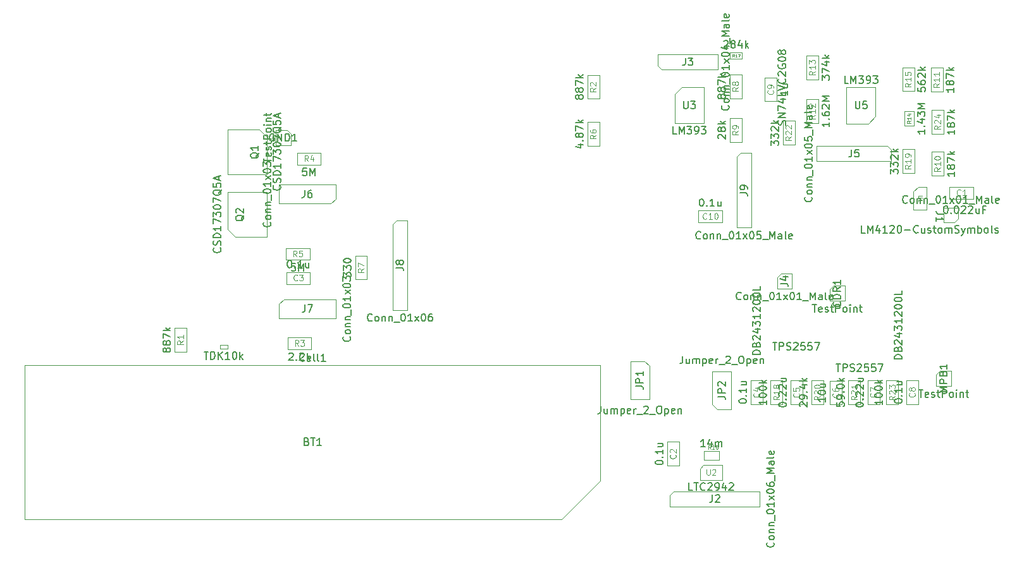
<source format=gbr>
G04 #@! TF.GenerationSoftware,KiCad,Pcbnew,(5.1.0)-1*
G04 #@! TF.CreationDate,2020-01-06T22:35:46-04:00*
G04 #@! TF.ProjectId,Main,4d61696e-2e6b-4696-9361-645f70636258,rev?*
G04 #@! TF.SameCoordinates,Original*
G04 #@! TF.FileFunction,Other,Fab,Top*
%FSLAX46Y46*%
G04 Gerber Fmt 4.6, Leading zero omitted, Abs format (unit mm)*
G04 Created by KiCad (PCBNEW (5.1.0)-1) date 2020-01-06 22:35:46*
%MOMM*%
%LPD*%
G04 APERTURE LIST*
%ADD10C,0.100000*%
%ADD11C,0.150000*%
%ADD12C,0.080000*%
%ADD13C,0.120000*%
%ADD14C,0.060000*%
%ADD15C,0.075000*%
%ADD16C,0.110000*%
G04 APERTURE END LIST*
D10*
X177386500Y-101762000D02*
X179386500Y-101762000D01*
X177386500Y-102962000D02*
X177386500Y-101762000D01*
X179386500Y-102962000D02*
X177386500Y-102962000D01*
X179386500Y-101762000D02*
X179386500Y-102962000D01*
X209461000Y-56021500D02*
X209461000Y-59221500D01*
X207861000Y-56021500D02*
X209461000Y-56021500D01*
X207861000Y-59221500D02*
X207861000Y-56021500D01*
X209461000Y-59221500D02*
X207861000Y-59221500D01*
X209461000Y-61646000D02*
X209461000Y-64846000D01*
X207861000Y-61646000D02*
X209461000Y-61646000D01*
X207861000Y-64846000D02*
X207861000Y-61646000D01*
X209461000Y-64846000D02*
X207861000Y-64846000D01*
X106515000Y-88431500D02*
X106515000Y-85231500D01*
X108115000Y-88431500D02*
X106515000Y-88431500D01*
X108115000Y-85231500D02*
X108115000Y-88431500D01*
X106515000Y-85231500D02*
X108115000Y-85231500D01*
X205450000Y-56150000D02*
X205450000Y-58150000D01*
X204250000Y-56150000D02*
X205450000Y-56150000D01*
X204250000Y-58150000D02*
X204250000Y-56150000D01*
X205450000Y-58150000D02*
X204250000Y-58150000D01*
X180875000Y-48350000D02*
X182475000Y-48350000D01*
X180875000Y-49150000D02*
X180875000Y-48350000D01*
X182475000Y-49150000D02*
X180875000Y-49150000D01*
X182475000Y-48350000D02*
X182475000Y-49150000D01*
X181753000Y-62301500D02*
X182253000Y-61801500D01*
X181753000Y-71801500D02*
X181753000Y-62301500D01*
X183753000Y-71801500D02*
X181753000Y-71801500D01*
X183753000Y-61801500D02*
X183753000Y-71801500D01*
X182253000Y-61801500D02*
X183753000Y-61801500D01*
X171712000Y-50593500D02*
X171212000Y-50093500D01*
X179212000Y-50593500D02*
X171712000Y-50593500D01*
X179212000Y-48593500D02*
X179212000Y-50593500D01*
X171212000Y-48593500D02*
X179212000Y-48593500D01*
X171212000Y-50093500D02*
X171212000Y-48593500D01*
X211426300Y-70616700D02*
X210926300Y-71116700D01*
X211426300Y-69116700D02*
X211426300Y-70616700D01*
X209426300Y-69116700D02*
X211426300Y-69116700D01*
X209426300Y-71116700D02*
X209426300Y-69116700D01*
X210926300Y-71116700D02*
X209426300Y-71116700D01*
X205411500Y-66981500D02*
X206061500Y-66331500D01*
X207211500Y-66331500D02*
X206061500Y-66331500D01*
X205411500Y-66981500D02*
X205411500Y-69431500D01*
X207211500Y-69431500D02*
X205411500Y-69431500D01*
X207211500Y-66331500D02*
X207211500Y-69431500D01*
X181038500Y-91059000D02*
X181038500Y-96139000D01*
X178498500Y-91059000D02*
X181038500Y-91059000D01*
X178498500Y-95504000D02*
X178498500Y-91059000D01*
X179133500Y-96139000D02*
X178498500Y-95504000D01*
X181038500Y-96139000D02*
X179133500Y-96139000D01*
X167525700Y-94754700D02*
X167525700Y-89674700D01*
X170065700Y-94754700D02*
X167525700Y-94754700D01*
X170065700Y-90309700D02*
X170065700Y-94754700D01*
X169430700Y-89674700D02*
X170065700Y-90309700D01*
X167525700Y-89674700D02*
X169430700Y-89674700D01*
X201960100Y-60861700D02*
X202460100Y-61361700D01*
X192460100Y-60861700D02*
X201960100Y-60861700D01*
X192460100Y-62861700D02*
X192460100Y-60861700D01*
X202460100Y-62861700D02*
X192460100Y-62861700D01*
X202460100Y-61361700D02*
X202460100Y-62861700D01*
X187163200Y-78443200D02*
X187663200Y-77943200D01*
X187163200Y-79943200D02*
X187163200Y-78443200D01*
X189163200Y-79943200D02*
X187163200Y-79943200D01*
X189163200Y-77943200D02*
X189163200Y-79943200D01*
X187663200Y-77943200D02*
X189163200Y-77943200D01*
X176617500Y-69494500D02*
X179817500Y-69494500D01*
X176617500Y-71094500D02*
X176617500Y-69494500D01*
X179817500Y-71094500D02*
X176617500Y-71094500D01*
X179817500Y-69494500D02*
X179817500Y-71094500D01*
X184812700Y-109153200D02*
X172812700Y-109153200D01*
X184812700Y-107153200D02*
X184812700Y-109153200D01*
X173312700Y-107153200D02*
X184812700Y-107153200D01*
X172812700Y-107653200D02*
X173312700Y-107153200D01*
X172812700Y-109153200D02*
X172812700Y-107653200D01*
X187109000Y-51676500D02*
X187109000Y-54876500D01*
X185509000Y-51676500D02*
X187109000Y-51676500D01*
X185509000Y-54876500D02*
X185509000Y-51676500D01*
X187109000Y-54876500D02*
X185509000Y-54876500D01*
X126098100Y-63347500D02*
X122898100Y-63347500D01*
X126098100Y-61747500D02*
X126098100Y-63347500D01*
X122898100Y-61747500D02*
X126098100Y-61747500D01*
X122898100Y-63347500D02*
X122898100Y-61747500D01*
X158348200Y-110863200D02*
X163510700Y-105700700D01*
X163510700Y-90203200D02*
X86450700Y-90203200D01*
X163510700Y-105700700D02*
X163510700Y-90203200D01*
X158348200Y-110863200D02*
X86450700Y-110863200D01*
X86450700Y-110863200D02*
X86450700Y-90203200D01*
X210263000Y-67919500D02*
X210263000Y-66319500D01*
X210263000Y-66319500D02*
X213463000Y-66319500D01*
X213463000Y-66319500D02*
X213463000Y-67919500D01*
X213463000Y-67919500D02*
X210263000Y-67919500D01*
X172440700Y-100493700D02*
X174040700Y-100493700D01*
X174040700Y-100493700D02*
X174040700Y-103693700D01*
X174040700Y-103693700D02*
X172440700Y-103693700D01*
X172440700Y-103693700D02*
X172440700Y-100493700D01*
X124664600Y-77749500D02*
X124664600Y-79349500D01*
X124664600Y-79349500D02*
X121464600Y-79349500D01*
X121464600Y-79349500D02*
X121464600Y-77749500D01*
X121464600Y-77749500D02*
X124664600Y-77749500D01*
X183616700Y-95465200D02*
X183616700Y-92265200D01*
X185216700Y-95465200D02*
X183616700Y-95465200D01*
X185216700Y-92265200D02*
X185216700Y-95465200D01*
X183616700Y-92265200D02*
X185216700Y-92265200D01*
X188950700Y-95465200D02*
X188950700Y-92265200D01*
X190550700Y-95465200D02*
X188950700Y-95465200D01*
X190550700Y-92265200D02*
X190550700Y-95465200D01*
X188950700Y-92265200D02*
X190550700Y-92265200D01*
X194208500Y-95503800D02*
X194208500Y-92303800D01*
X195808500Y-95503800D02*
X194208500Y-95503800D01*
X195808500Y-92303800D02*
X195808500Y-95503800D01*
X194208500Y-92303800D02*
X195808500Y-92303800D01*
X199268700Y-92265200D02*
X200868700Y-92265200D01*
X200868700Y-92265200D02*
X200868700Y-95465200D01*
X200868700Y-95465200D02*
X199268700Y-95465200D01*
X199268700Y-95465200D02*
X199268700Y-92265200D01*
X204444700Y-95459020D02*
X204444700Y-92259020D01*
X206044700Y-95459020D02*
X204444700Y-95459020D01*
X206044700Y-92259020D02*
X206044700Y-95459020D01*
X204444700Y-92259020D02*
X206044700Y-92259020D01*
X194711700Y-79594200D02*
X196211700Y-79594200D01*
X196211700Y-79594200D02*
X196211700Y-81594200D01*
X196211700Y-81594200D02*
X194211700Y-81594200D01*
X194211700Y-81594200D02*
X194211700Y-80094200D01*
X194211700Y-80094200D02*
X194711700Y-79594200D01*
X121543700Y-58753500D02*
X122043700Y-59253500D01*
X120043700Y-58753500D02*
X121543700Y-58753500D01*
X120043700Y-60753500D02*
X120043700Y-58753500D01*
X122043700Y-60753500D02*
X120043700Y-60753500D01*
X122043700Y-59253500D02*
X122043700Y-60753500D01*
X128054100Y-66049500D02*
X128054100Y-67954500D01*
X128054100Y-67954500D02*
X127419100Y-68589500D01*
X127419100Y-68589500D02*
X120434100Y-68589500D01*
X120434100Y-68589500D02*
X120434100Y-66049500D01*
X120434100Y-66049500D02*
X128054100Y-66049500D01*
X128097280Y-83939500D02*
X120477280Y-83939500D01*
X128097280Y-81399500D02*
X128097280Y-83939500D01*
X121112280Y-81399500D02*
X128097280Y-81399500D01*
X120477280Y-82034500D02*
X121112280Y-81399500D01*
X120477280Y-83939500D02*
X120477280Y-82034500D01*
X136190100Y-70819500D02*
X137690100Y-70819500D01*
X137690100Y-70819500D02*
X137690100Y-82819500D01*
X137690100Y-82819500D02*
X135690100Y-82819500D01*
X135690100Y-82819500D02*
X135690100Y-71319500D01*
X135690100Y-71319500D02*
X136190100Y-70819500D01*
X208461100Y-91503880D02*
X208961100Y-91003880D01*
X208461100Y-93003880D02*
X208461100Y-91503880D01*
X210461100Y-93003880D02*
X208461100Y-93003880D01*
X210461100Y-91003880D02*
X210461100Y-93003880D01*
X208961100Y-91003880D02*
X210461100Y-91003880D01*
X118843100Y-59658500D02*
X117843100Y-58658500D01*
X118843100Y-64658500D02*
X113643100Y-64658500D01*
X113643100Y-64658500D02*
X113643100Y-58658500D01*
X113643100Y-58658500D02*
X117843100Y-58658500D01*
X118843100Y-59658500D02*
X118843100Y-64658500D01*
X113643100Y-72040500D02*
X113643100Y-67040500D01*
X118843100Y-73040500D02*
X114643100Y-73040500D01*
X118843100Y-67040500D02*
X118843100Y-73040500D01*
X113643100Y-67040500D02*
X118843100Y-67040500D01*
X113643100Y-72040500D02*
X114643100Y-73040500D01*
X161760000Y-54532000D02*
X161760000Y-51332000D01*
X163360000Y-54532000D02*
X161760000Y-54532000D01*
X163360000Y-51332000D02*
X163360000Y-54532000D01*
X161760000Y-51332000D02*
X163360000Y-51332000D01*
X124828100Y-88112500D02*
X121628100Y-88112500D01*
X124828100Y-86512500D02*
X124828100Y-88112500D01*
X121628100Y-86512500D02*
X124828100Y-86512500D01*
X121628100Y-88112500D02*
X121628100Y-86512500D01*
X121390100Y-76119500D02*
X121390100Y-74519500D01*
X121390100Y-74519500D02*
X124590100Y-74519500D01*
X124590100Y-74519500D02*
X124590100Y-76119500D01*
X124590100Y-76119500D02*
X121390100Y-76119500D01*
X161760000Y-57645500D02*
X163360000Y-57645500D01*
X163360000Y-57645500D02*
X163360000Y-60845500D01*
X163360000Y-60845500D02*
X161760000Y-60845500D01*
X161760000Y-60845500D02*
X161760000Y-57645500D01*
X130683100Y-75552500D02*
X132283100Y-75552500D01*
X132283100Y-75552500D02*
X132283100Y-78752500D01*
X132283100Y-78752500D02*
X130683100Y-78752500D01*
X130683100Y-78752500D02*
X130683100Y-75552500D01*
X180810000Y-54459000D02*
X180810000Y-51259000D01*
X182410000Y-54459000D02*
X180810000Y-54459000D01*
X182410000Y-51259000D02*
X182410000Y-54459000D01*
X180810000Y-51259000D02*
X182410000Y-51259000D01*
X180810000Y-57101000D02*
X182410000Y-57101000D01*
X182410000Y-57101000D02*
X182410000Y-60301000D01*
X182410000Y-60301000D02*
X180810000Y-60301000D01*
X180810000Y-60301000D02*
X180810000Y-57101000D01*
X209334000Y-50370000D02*
X209334000Y-53570000D01*
X207734000Y-50370000D02*
X209334000Y-50370000D01*
X207734000Y-53570000D02*
X207734000Y-50370000D01*
X209334000Y-53570000D02*
X207734000Y-53570000D01*
X192697000Y-57797500D02*
X191097000Y-57797500D01*
X191097000Y-57797500D02*
X191097000Y-54597500D01*
X191097000Y-54597500D02*
X192697000Y-54597500D01*
X192697000Y-54597500D02*
X192697000Y-57797500D01*
X192697000Y-48719000D02*
X192697000Y-51919000D01*
X191097000Y-48719000D02*
X192697000Y-48719000D01*
X191097000Y-51919000D02*
X191097000Y-48719000D01*
X192697000Y-51919000D02*
X191097000Y-51919000D01*
X205524000Y-50316000D02*
X205524000Y-53516000D01*
X203924000Y-50316000D02*
X205524000Y-50316000D01*
X203924000Y-53516000D02*
X203924000Y-50316000D01*
X205524000Y-53516000D02*
X203924000Y-53516000D01*
X186283700Y-95465200D02*
X186283700Y-92265200D01*
X187883700Y-95465200D02*
X186283700Y-95465200D01*
X187883700Y-92265200D02*
X187883700Y-95465200D01*
X186283700Y-92265200D02*
X187883700Y-92265200D01*
X203924000Y-64492000D02*
X203924000Y-61292000D01*
X205524000Y-64492000D02*
X203924000Y-64492000D01*
X205524000Y-61292000D02*
X205524000Y-64492000D01*
X203924000Y-61292000D02*
X205524000Y-61292000D01*
X191744700Y-95465200D02*
X191744700Y-92265200D01*
X193344700Y-95465200D02*
X191744700Y-95465200D01*
X193344700Y-92265200D02*
X193344700Y-95465200D01*
X191744700Y-92265200D02*
X193344700Y-92265200D01*
X196697700Y-92265200D02*
X198297700Y-92265200D01*
X198297700Y-92265200D02*
X198297700Y-95465200D01*
X198297700Y-95465200D02*
X196697700Y-95465200D01*
X196697700Y-95465200D02*
X196697700Y-92265200D01*
X187922000Y-57482000D02*
X189522000Y-57482000D01*
X189522000Y-57482000D02*
X189522000Y-60682000D01*
X189522000Y-60682000D02*
X187922000Y-60682000D01*
X187922000Y-60682000D02*
X187922000Y-57482000D01*
X201790400Y-92265200D02*
X203390400Y-92265200D01*
X203390400Y-92265200D02*
X203390400Y-95465200D01*
X203390400Y-95465200D02*
X201790400Y-95465200D01*
X201790400Y-95465200D02*
X201790400Y-92265200D01*
X112585000Y-88050000D02*
X112585000Y-87550000D01*
X112585000Y-87550000D02*
X113585000Y-87550000D01*
X113585000Y-87550000D02*
X113585000Y-88050000D01*
X113585000Y-88050000D02*
X112585000Y-88050000D01*
X177320700Y-103597200D02*
X179820700Y-103597200D01*
X179820700Y-103597200D02*
X179820700Y-105597200D01*
X179820700Y-105597200D02*
X176820700Y-105597200D01*
X176820700Y-105597200D02*
X176820700Y-104097200D01*
X176820700Y-104097200D02*
X177320700Y-103597200D01*
X173449700Y-53909700D02*
X174424700Y-52934700D01*
X173449700Y-57834700D02*
X173449700Y-53909700D01*
X177349700Y-57834700D02*
X173449700Y-57834700D01*
X177349700Y-52934700D02*
X177349700Y-57834700D01*
X174424700Y-52934700D02*
X177349700Y-52934700D01*
X199374400Y-57860100D02*
X196449400Y-57860100D01*
X196449400Y-57860100D02*
X196449400Y-52960100D01*
X196449400Y-52960100D02*
X200349400Y-52960100D01*
X200349400Y-52960100D02*
X200349400Y-56885100D01*
X200349400Y-56885100D02*
X199374400Y-57860100D01*
D11*
X177529357Y-101164380D02*
X176957928Y-101164380D01*
X177243642Y-101164380D02*
X177243642Y-100164380D01*
X177148404Y-100307238D01*
X177053166Y-100402476D01*
X176957928Y-100450095D01*
X178386500Y-100497714D02*
X178386500Y-101164380D01*
X178148404Y-100116761D02*
X177910309Y-100831047D01*
X178529357Y-100831047D01*
X178910309Y-101164380D02*
X178910309Y-100497714D01*
X178910309Y-100592952D02*
X178957928Y-100545333D01*
X179053166Y-100497714D01*
X179196023Y-100497714D01*
X179291261Y-100545333D01*
X179338880Y-100640571D01*
X179338880Y-101164380D01*
X179338880Y-100640571D02*
X179386500Y-100545333D01*
X179481738Y-100497714D01*
X179624595Y-100497714D01*
X179719833Y-100545333D01*
X179767452Y-100640571D01*
X179767452Y-101164380D01*
D12*
X178270571Y-101445190D02*
X178103904Y-101207095D01*
X177984857Y-101445190D02*
X177984857Y-100945190D01*
X178175333Y-100945190D01*
X178222952Y-100969000D01*
X178246761Y-100992809D01*
X178270571Y-101040428D01*
X178270571Y-101111857D01*
X178246761Y-101159476D01*
X178222952Y-101183285D01*
X178175333Y-101207095D01*
X177984857Y-101207095D01*
X178746761Y-101445190D02*
X178461047Y-101445190D01*
X178603904Y-101445190D02*
X178603904Y-100945190D01*
X178556285Y-101016619D01*
X178508666Y-101064238D01*
X178461047Y-101088047D01*
X179175333Y-100945190D02*
X179080095Y-100945190D01*
X179032476Y-100969000D01*
X179008666Y-100992809D01*
X178961047Y-101064238D01*
X178937238Y-101159476D01*
X178937238Y-101349952D01*
X178961047Y-101397571D01*
X178984857Y-101421380D01*
X179032476Y-101445190D01*
X179127714Y-101445190D01*
X179175333Y-101421380D01*
X179199142Y-101397571D01*
X179222952Y-101349952D01*
X179222952Y-101230904D01*
X179199142Y-101183285D01*
X179175333Y-101159476D01*
X179127714Y-101135666D01*
X179032476Y-101135666D01*
X178984857Y-101159476D01*
X178961047Y-101183285D01*
X178937238Y-101230904D01*
D11*
X210933380Y-58692928D02*
X210933380Y-59264357D01*
X210933380Y-58978642D02*
X209933380Y-58978642D01*
X210076238Y-59073880D01*
X210171476Y-59169119D01*
X210219095Y-59264357D01*
X210361952Y-58121500D02*
X210314333Y-58216738D01*
X210266714Y-58264357D01*
X210171476Y-58311976D01*
X210123857Y-58311976D01*
X210028619Y-58264357D01*
X209981000Y-58216738D01*
X209933380Y-58121500D01*
X209933380Y-57931023D01*
X209981000Y-57835785D01*
X210028619Y-57788166D01*
X210123857Y-57740547D01*
X210171476Y-57740547D01*
X210266714Y-57788166D01*
X210314333Y-57835785D01*
X210361952Y-57931023D01*
X210361952Y-58121500D01*
X210409571Y-58216738D01*
X210457190Y-58264357D01*
X210552428Y-58311976D01*
X210742904Y-58311976D01*
X210838142Y-58264357D01*
X210885761Y-58216738D01*
X210933380Y-58121500D01*
X210933380Y-57931023D01*
X210885761Y-57835785D01*
X210838142Y-57788166D01*
X210742904Y-57740547D01*
X210552428Y-57740547D01*
X210457190Y-57788166D01*
X210409571Y-57835785D01*
X210361952Y-57931023D01*
X209933380Y-57407214D02*
X209933380Y-56740547D01*
X210933380Y-57169119D01*
X210933380Y-56359595D02*
X209933380Y-56359595D01*
X210552428Y-56264357D02*
X210933380Y-55978642D01*
X210266714Y-55978642D02*
X210647666Y-56359595D01*
D13*
X209022904Y-58135785D02*
X208641952Y-58402452D01*
X209022904Y-58592928D02*
X208222904Y-58592928D01*
X208222904Y-58288166D01*
X208261000Y-58211976D01*
X208299095Y-58173880D01*
X208375285Y-58135785D01*
X208489571Y-58135785D01*
X208565761Y-58173880D01*
X208603857Y-58211976D01*
X208641952Y-58288166D01*
X208641952Y-58592928D01*
X208299095Y-57831023D02*
X208261000Y-57792928D01*
X208222904Y-57716738D01*
X208222904Y-57526261D01*
X208261000Y-57450071D01*
X208299095Y-57411976D01*
X208375285Y-57373880D01*
X208451476Y-57373880D01*
X208565761Y-57411976D01*
X209022904Y-57869119D01*
X209022904Y-57373880D01*
X208489571Y-56688166D02*
X209022904Y-56688166D01*
X208184809Y-56878642D02*
X208756238Y-57069119D01*
X208756238Y-56573880D01*
D11*
X210933380Y-64317428D02*
X210933380Y-64888857D01*
X210933380Y-64603142D02*
X209933380Y-64603142D01*
X210076238Y-64698380D01*
X210171476Y-64793619D01*
X210219095Y-64888857D01*
X210361952Y-63746000D02*
X210314333Y-63841238D01*
X210266714Y-63888857D01*
X210171476Y-63936476D01*
X210123857Y-63936476D01*
X210028619Y-63888857D01*
X209981000Y-63841238D01*
X209933380Y-63746000D01*
X209933380Y-63555523D01*
X209981000Y-63460285D01*
X210028619Y-63412666D01*
X210123857Y-63365047D01*
X210171476Y-63365047D01*
X210266714Y-63412666D01*
X210314333Y-63460285D01*
X210361952Y-63555523D01*
X210361952Y-63746000D01*
X210409571Y-63841238D01*
X210457190Y-63888857D01*
X210552428Y-63936476D01*
X210742904Y-63936476D01*
X210838142Y-63888857D01*
X210885761Y-63841238D01*
X210933380Y-63746000D01*
X210933380Y-63555523D01*
X210885761Y-63460285D01*
X210838142Y-63412666D01*
X210742904Y-63365047D01*
X210552428Y-63365047D01*
X210457190Y-63412666D01*
X210409571Y-63460285D01*
X210361952Y-63555523D01*
X209933380Y-63031714D02*
X209933380Y-62365047D01*
X210933380Y-62793619D01*
X210933380Y-61984095D02*
X209933380Y-61984095D01*
X210552428Y-61888857D02*
X210933380Y-61603142D01*
X210266714Y-61603142D02*
X210647666Y-61984095D01*
D13*
X209022904Y-63760285D02*
X208641952Y-64026952D01*
X209022904Y-64217428D02*
X208222904Y-64217428D01*
X208222904Y-63912666D01*
X208261000Y-63836476D01*
X208299095Y-63798380D01*
X208375285Y-63760285D01*
X208489571Y-63760285D01*
X208565761Y-63798380D01*
X208603857Y-63836476D01*
X208641952Y-63912666D01*
X208641952Y-64217428D01*
X209022904Y-62998380D02*
X209022904Y-63455523D01*
X209022904Y-63226952D02*
X208222904Y-63226952D01*
X208337190Y-63303142D01*
X208413380Y-63379333D01*
X208451476Y-63455523D01*
X208222904Y-62503142D02*
X208222904Y-62426952D01*
X208261000Y-62350761D01*
X208299095Y-62312666D01*
X208375285Y-62274571D01*
X208527666Y-62236476D01*
X208718142Y-62236476D01*
X208870523Y-62274571D01*
X208946714Y-62312666D01*
X208984809Y-62350761D01*
X209022904Y-62426952D01*
X209022904Y-62503142D01*
X208984809Y-62579333D01*
X208946714Y-62617428D01*
X208870523Y-62655523D01*
X208718142Y-62693619D01*
X208527666Y-62693619D01*
X208375285Y-62655523D01*
X208299095Y-62617428D01*
X208261000Y-62579333D01*
X208222904Y-62503142D01*
D11*
X105375952Y-88283880D02*
X105328333Y-88379119D01*
X105280714Y-88426738D01*
X105185476Y-88474357D01*
X105137857Y-88474357D01*
X105042619Y-88426738D01*
X104995000Y-88379119D01*
X104947380Y-88283880D01*
X104947380Y-88093404D01*
X104995000Y-87998166D01*
X105042619Y-87950547D01*
X105137857Y-87902928D01*
X105185476Y-87902928D01*
X105280714Y-87950547D01*
X105328333Y-87998166D01*
X105375952Y-88093404D01*
X105375952Y-88283880D01*
X105423571Y-88379119D01*
X105471190Y-88426738D01*
X105566428Y-88474357D01*
X105756904Y-88474357D01*
X105852142Y-88426738D01*
X105899761Y-88379119D01*
X105947380Y-88283880D01*
X105947380Y-88093404D01*
X105899761Y-87998166D01*
X105852142Y-87950547D01*
X105756904Y-87902928D01*
X105566428Y-87902928D01*
X105471190Y-87950547D01*
X105423571Y-87998166D01*
X105375952Y-88093404D01*
X105375952Y-87331500D02*
X105328333Y-87426738D01*
X105280714Y-87474357D01*
X105185476Y-87521976D01*
X105137857Y-87521976D01*
X105042619Y-87474357D01*
X104995000Y-87426738D01*
X104947380Y-87331500D01*
X104947380Y-87141023D01*
X104995000Y-87045785D01*
X105042619Y-86998166D01*
X105137857Y-86950547D01*
X105185476Y-86950547D01*
X105280714Y-86998166D01*
X105328333Y-87045785D01*
X105375952Y-87141023D01*
X105375952Y-87331500D01*
X105423571Y-87426738D01*
X105471190Y-87474357D01*
X105566428Y-87521976D01*
X105756904Y-87521976D01*
X105852142Y-87474357D01*
X105899761Y-87426738D01*
X105947380Y-87331500D01*
X105947380Y-87141023D01*
X105899761Y-87045785D01*
X105852142Y-86998166D01*
X105756904Y-86950547D01*
X105566428Y-86950547D01*
X105471190Y-86998166D01*
X105423571Y-87045785D01*
X105375952Y-87141023D01*
X104947380Y-86617214D02*
X104947380Y-85950547D01*
X105947380Y-86379119D01*
X105947380Y-85569595D02*
X104947380Y-85569595D01*
X105566428Y-85474357D02*
X105947380Y-85188642D01*
X105280714Y-85188642D02*
X105661666Y-85569595D01*
D13*
X107676904Y-86964833D02*
X107295952Y-87231500D01*
X107676904Y-87421976D02*
X106876904Y-87421976D01*
X106876904Y-87117214D01*
X106915000Y-87041023D01*
X106953095Y-87002928D01*
X107029285Y-86964833D01*
X107143571Y-86964833D01*
X107219761Y-87002928D01*
X107257857Y-87041023D01*
X107295952Y-87117214D01*
X107295952Y-87421976D01*
X107676904Y-86202928D02*
X107676904Y-86660071D01*
X107676904Y-86431500D02*
X106876904Y-86431500D01*
X106991190Y-86507690D01*
X107067380Y-86583880D01*
X107105476Y-86660071D01*
D11*
X188256761Y-58023809D02*
X188304380Y-57880952D01*
X188304380Y-57642857D01*
X188256761Y-57547619D01*
X188209142Y-57500000D01*
X188113904Y-57452380D01*
X188018666Y-57452380D01*
X187923428Y-57500000D01*
X187875809Y-57547619D01*
X187828190Y-57642857D01*
X187780571Y-57833333D01*
X187732952Y-57928571D01*
X187685333Y-57976190D01*
X187590095Y-58023809D01*
X187494857Y-58023809D01*
X187399619Y-57976190D01*
X187352000Y-57928571D01*
X187304380Y-57833333D01*
X187304380Y-57595238D01*
X187352000Y-57452380D01*
X188304380Y-57023809D02*
X187304380Y-57023809D01*
X188304380Y-56452380D01*
X187304380Y-56452380D01*
X187304380Y-56071428D02*
X187304380Y-55404761D01*
X188304380Y-55833333D01*
X187637714Y-54595238D02*
X188304380Y-54595238D01*
X187256761Y-54833333D02*
X187971047Y-55071428D01*
X187971047Y-54452380D01*
X188304380Y-53595238D02*
X188304380Y-54071428D01*
X187304380Y-54071428D01*
X187304380Y-53404761D02*
X188304380Y-53071428D01*
X187304380Y-52738095D01*
X188209142Y-51833333D02*
X188256761Y-51880952D01*
X188304380Y-52023809D01*
X188304380Y-52119047D01*
X188256761Y-52261904D01*
X188161523Y-52357142D01*
X188066285Y-52404761D01*
X187875809Y-52452380D01*
X187732952Y-52452380D01*
X187542476Y-52404761D01*
X187447238Y-52357142D01*
X187352000Y-52261904D01*
X187304380Y-52119047D01*
X187304380Y-52023809D01*
X187352000Y-51880952D01*
X187399619Y-51833333D01*
X187399619Y-51452380D02*
X187352000Y-51404761D01*
X187304380Y-51309523D01*
X187304380Y-51071428D01*
X187352000Y-50976190D01*
X187399619Y-50928571D01*
X187494857Y-50880952D01*
X187590095Y-50880952D01*
X187732952Y-50928571D01*
X188304380Y-51500000D01*
X188304380Y-50880952D01*
X187352000Y-49928571D02*
X187304380Y-50023809D01*
X187304380Y-50166666D01*
X187352000Y-50309523D01*
X187447238Y-50404761D01*
X187542476Y-50452380D01*
X187732952Y-50500000D01*
X187875809Y-50500000D01*
X188066285Y-50452380D01*
X188161523Y-50404761D01*
X188256761Y-50309523D01*
X188304380Y-50166666D01*
X188304380Y-50071428D01*
X188256761Y-49928571D01*
X188209142Y-49880952D01*
X187875809Y-49880952D01*
X187875809Y-50071428D01*
X187304380Y-49261904D02*
X187304380Y-49166666D01*
X187352000Y-49071428D01*
X187399619Y-49023809D01*
X187494857Y-48976190D01*
X187685333Y-48928571D01*
X187923428Y-48928571D01*
X188113904Y-48976190D01*
X188209142Y-49023809D01*
X188256761Y-49071428D01*
X188304380Y-49166666D01*
X188304380Y-49261904D01*
X188256761Y-49357142D01*
X188209142Y-49404761D01*
X188113904Y-49452380D01*
X187923428Y-49500000D01*
X187685333Y-49500000D01*
X187494857Y-49452380D01*
X187399619Y-49404761D01*
X187352000Y-49357142D01*
X187304380Y-49261904D01*
X187732952Y-48357142D02*
X187685333Y-48452380D01*
X187637714Y-48500000D01*
X187542476Y-48547619D01*
X187494857Y-48547619D01*
X187399619Y-48500000D01*
X187352000Y-48452380D01*
X187304380Y-48357142D01*
X187304380Y-48166666D01*
X187352000Y-48071428D01*
X187399619Y-48023809D01*
X187494857Y-47976190D01*
X187542476Y-47976190D01*
X187637714Y-48023809D01*
X187685333Y-48071428D01*
X187732952Y-48166666D01*
X187732952Y-48357142D01*
X187780571Y-48452380D01*
X187828190Y-48500000D01*
X187923428Y-48547619D01*
X188113904Y-48547619D01*
X188209142Y-48500000D01*
X188256761Y-48452380D01*
X188304380Y-48357142D01*
X188304380Y-48166666D01*
X188256761Y-48071428D01*
X188209142Y-48023809D01*
X188113904Y-47976190D01*
X187923428Y-47976190D01*
X187828190Y-48023809D01*
X187780571Y-48071428D01*
X187732952Y-48166666D01*
X206952380Y-58626190D02*
X206952380Y-59197619D01*
X206952380Y-58911904D02*
X205952380Y-58911904D01*
X206095238Y-59007142D01*
X206190476Y-59102380D01*
X206238095Y-59197619D01*
X206857142Y-58197619D02*
X206904761Y-58150000D01*
X206952380Y-58197619D01*
X206904761Y-58245238D01*
X206857142Y-58197619D01*
X206952380Y-58197619D01*
X206285714Y-57292857D02*
X206952380Y-57292857D01*
X205904761Y-57530952D02*
X206619047Y-57769047D01*
X206619047Y-57150000D01*
X205952380Y-56864285D02*
X205952380Y-56245238D01*
X206333333Y-56578571D01*
X206333333Y-56435714D01*
X206380952Y-56340476D01*
X206428571Y-56292857D01*
X206523809Y-56245238D01*
X206761904Y-56245238D01*
X206857142Y-56292857D01*
X206904761Y-56340476D01*
X206952380Y-56435714D01*
X206952380Y-56721428D01*
X206904761Y-56816666D01*
X206857142Y-56864285D01*
X206952380Y-55816666D02*
X205952380Y-55816666D01*
X206666666Y-55483333D01*
X205952380Y-55150000D01*
X206952380Y-55150000D01*
D12*
X205076190Y-57471428D02*
X204838095Y-57638095D01*
X205076190Y-57757142D02*
X204576190Y-57757142D01*
X204576190Y-57566666D01*
X204600000Y-57519047D01*
X204623809Y-57495238D01*
X204671428Y-57471428D01*
X204742857Y-57471428D01*
X204790476Y-57495238D01*
X204814285Y-57519047D01*
X204838095Y-57566666D01*
X204838095Y-57757142D01*
X205076190Y-56995238D02*
X205076190Y-57280952D01*
X205076190Y-57138095D02*
X204576190Y-57138095D01*
X204647619Y-57185714D01*
X204695238Y-57233333D01*
X204719047Y-57280952D01*
X204742857Y-56566666D02*
X205076190Y-56566666D01*
X204552380Y-56685714D02*
X204909523Y-56804761D01*
X204909523Y-56495238D01*
D11*
X180032142Y-46797619D02*
X180079761Y-46750000D01*
X180175000Y-46702380D01*
X180413095Y-46702380D01*
X180508333Y-46750000D01*
X180555952Y-46797619D01*
X180603571Y-46892857D01*
X180603571Y-46988095D01*
X180555952Y-47130952D01*
X179984523Y-47702380D01*
X180603571Y-47702380D01*
X181175000Y-47130952D02*
X181079761Y-47083333D01*
X181032142Y-47035714D01*
X180984523Y-46940476D01*
X180984523Y-46892857D01*
X181032142Y-46797619D01*
X181079761Y-46750000D01*
X181175000Y-46702380D01*
X181365476Y-46702380D01*
X181460714Y-46750000D01*
X181508333Y-46797619D01*
X181555952Y-46892857D01*
X181555952Y-46940476D01*
X181508333Y-47035714D01*
X181460714Y-47083333D01*
X181365476Y-47130952D01*
X181175000Y-47130952D01*
X181079761Y-47178571D01*
X181032142Y-47226190D01*
X180984523Y-47321428D01*
X180984523Y-47511904D01*
X181032142Y-47607142D01*
X181079761Y-47654761D01*
X181175000Y-47702380D01*
X181365476Y-47702380D01*
X181460714Y-47654761D01*
X181508333Y-47607142D01*
X181555952Y-47511904D01*
X181555952Y-47321428D01*
X181508333Y-47226190D01*
X181460714Y-47178571D01*
X181365476Y-47130952D01*
X182413095Y-47035714D02*
X182413095Y-47702380D01*
X182175000Y-46654761D02*
X181936904Y-47369047D01*
X182555952Y-47369047D01*
X182936904Y-47702380D02*
X182936904Y-46702380D01*
X183032142Y-47321428D02*
X183317857Y-47702380D01*
X183317857Y-47035714D02*
X182936904Y-47416666D01*
D14*
X181417857Y-48930952D02*
X181284523Y-48740476D01*
X181189285Y-48930952D02*
X181189285Y-48530952D01*
X181341666Y-48530952D01*
X181379761Y-48550000D01*
X181398809Y-48569047D01*
X181417857Y-48607142D01*
X181417857Y-48664285D01*
X181398809Y-48702380D01*
X181379761Y-48721428D01*
X181341666Y-48740476D01*
X181189285Y-48740476D01*
X181798809Y-48930952D02*
X181570238Y-48930952D01*
X181684523Y-48930952D02*
X181684523Y-48530952D01*
X181646428Y-48588095D01*
X181608333Y-48626190D01*
X181570238Y-48645238D01*
X181932142Y-48530952D02*
X182198809Y-48530952D01*
X182027380Y-48930952D01*
D11*
X203867900Y-89381720D02*
X202867900Y-89381720D01*
X202867900Y-89143624D01*
X202915520Y-89000767D01*
X203010758Y-88905529D01*
X203105996Y-88857910D01*
X203296472Y-88810291D01*
X203439329Y-88810291D01*
X203629805Y-88857910D01*
X203725043Y-88905529D01*
X203820281Y-89000767D01*
X203867900Y-89143624D01*
X203867900Y-89381720D01*
X203344091Y-88048386D02*
X203391710Y-87905529D01*
X203439329Y-87857910D01*
X203534567Y-87810291D01*
X203677424Y-87810291D01*
X203772662Y-87857910D01*
X203820281Y-87905529D01*
X203867900Y-88000767D01*
X203867900Y-88381720D01*
X202867900Y-88381720D01*
X202867900Y-88048386D01*
X202915520Y-87953148D01*
X202963139Y-87905529D01*
X203058377Y-87857910D01*
X203153615Y-87857910D01*
X203248853Y-87905529D01*
X203296472Y-87953148D01*
X203344091Y-88048386D01*
X203344091Y-88381720D01*
X202963139Y-87429339D02*
X202915520Y-87381720D01*
X202867900Y-87286481D01*
X202867900Y-87048386D01*
X202915520Y-86953148D01*
X202963139Y-86905529D01*
X203058377Y-86857910D01*
X203153615Y-86857910D01*
X203296472Y-86905529D01*
X203867900Y-87476958D01*
X203867900Y-86857910D01*
X203201234Y-86000767D02*
X203867900Y-86000767D01*
X202820281Y-86238862D02*
X203534567Y-86476958D01*
X203534567Y-85857910D01*
X202867900Y-85572196D02*
X202867900Y-84953148D01*
X203248853Y-85286481D01*
X203248853Y-85143624D01*
X203296472Y-85048386D01*
X203344091Y-85000767D01*
X203439329Y-84953148D01*
X203677424Y-84953148D01*
X203772662Y-85000767D01*
X203820281Y-85048386D01*
X203867900Y-85143624D01*
X203867900Y-85429339D01*
X203820281Y-85524577D01*
X203772662Y-85572196D01*
X203867900Y-84000767D02*
X203867900Y-84572196D01*
X203867900Y-84286481D02*
X202867900Y-84286481D01*
X203010758Y-84381720D01*
X203105996Y-84476958D01*
X203153615Y-84572196D01*
X202963139Y-83619815D02*
X202915520Y-83572196D01*
X202867900Y-83476958D01*
X202867900Y-83238862D01*
X202915520Y-83143624D01*
X202963139Y-83096005D01*
X203058377Y-83048386D01*
X203153615Y-83048386D01*
X203296472Y-83096005D01*
X203867900Y-83667434D01*
X203867900Y-83048386D01*
X202867900Y-82429339D02*
X202867900Y-82334100D01*
X202915520Y-82238862D01*
X202963139Y-82191243D01*
X203058377Y-82143624D01*
X203248853Y-82096005D01*
X203486948Y-82096005D01*
X203677424Y-82143624D01*
X203772662Y-82191243D01*
X203820281Y-82238862D01*
X203867900Y-82334100D01*
X203867900Y-82429339D01*
X203820281Y-82524577D01*
X203772662Y-82572196D01*
X203677424Y-82619815D01*
X203486948Y-82667434D01*
X203248853Y-82667434D01*
X203058377Y-82619815D01*
X202963139Y-82572196D01*
X202915520Y-82524577D01*
X202867900Y-82429339D01*
X202867900Y-81476958D02*
X202867900Y-81381720D01*
X202915520Y-81286481D01*
X202963139Y-81238862D01*
X203058377Y-81191243D01*
X203248853Y-81143624D01*
X203486948Y-81143624D01*
X203677424Y-81191243D01*
X203772662Y-81238862D01*
X203820281Y-81286481D01*
X203867900Y-81381720D01*
X203867900Y-81476958D01*
X203820281Y-81572196D01*
X203772662Y-81619815D01*
X203677424Y-81667434D01*
X203486948Y-81715053D01*
X203248853Y-81715053D01*
X203058377Y-81667434D01*
X202963139Y-81619815D01*
X202915520Y-81572196D01*
X202867900Y-81476958D01*
X203867900Y-80238862D02*
X203867900Y-80715053D01*
X202867900Y-80715053D01*
X184894860Y-88782280D02*
X183894860Y-88782280D01*
X183894860Y-88544184D01*
X183942480Y-88401327D01*
X184037718Y-88306089D01*
X184132956Y-88258470D01*
X184323432Y-88210851D01*
X184466289Y-88210851D01*
X184656765Y-88258470D01*
X184752003Y-88306089D01*
X184847241Y-88401327D01*
X184894860Y-88544184D01*
X184894860Y-88782280D01*
X184371051Y-87448946D02*
X184418670Y-87306089D01*
X184466289Y-87258470D01*
X184561527Y-87210851D01*
X184704384Y-87210851D01*
X184799622Y-87258470D01*
X184847241Y-87306089D01*
X184894860Y-87401327D01*
X184894860Y-87782280D01*
X183894860Y-87782280D01*
X183894860Y-87448946D01*
X183942480Y-87353708D01*
X183990099Y-87306089D01*
X184085337Y-87258470D01*
X184180575Y-87258470D01*
X184275813Y-87306089D01*
X184323432Y-87353708D01*
X184371051Y-87448946D01*
X184371051Y-87782280D01*
X183990099Y-86829899D02*
X183942480Y-86782280D01*
X183894860Y-86687041D01*
X183894860Y-86448946D01*
X183942480Y-86353708D01*
X183990099Y-86306089D01*
X184085337Y-86258470D01*
X184180575Y-86258470D01*
X184323432Y-86306089D01*
X184894860Y-86877518D01*
X184894860Y-86258470D01*
X184228194Y-85401327D02*
X184894860Y-85401327D01*
X183847241Y-85639422D02*
X184561527Y-85877518D01*
X184561527Y-85258470D01*
X183894860Y-84972756D02*
X183894860Y-84353708D01*
X184275813Y-84687041D01*
X184275813Y-84544184D01*
X184323432Y-84448946D01*
X184371051Y-84401327D01*
X184466289Y-84353708D01*
X184704384Y-84353708D01*
X184799622Y-84401327D01*
X184847241Y-84448946D01*
X184894860Y-84544184D01*
X184894860Y-84829899D01*
X184847241Y-84925137D01*
X184799622Y-84972756D01*
X184894860Y-83401327D02*
X184894860Y-83972756D01*
X184894860Y-83687041D02*
X183894860Y-83687041D01*
X184037718Y-83782280D01*
X184132956Y-83877518D01*
X184180575Y-83972756D01*
X183990099Y-83020375D02*
X183942480Y-82972756D01*
X183894860Y-82877518D01*
X183894860Y-82639422D01*
X183942480Y-82544184D01*
X183990099Y-82496565D01*
X184085337Y-82448946D01*
X184180575Y-82448946D01*
X184323432Y-82496565D01*
X184894860Y-83067994D01*
X184894860Y-82448946D01*
X183894860Y-81829899D02*
X183894860Y-81734660D01*
X183942480Y-81639422D01*
X183990099Y-81591803D01*
X184085337Y-81544184D01*
X184275813Y-81496565D01*
X184513908Y-81496565D01*
X184704384Y-81544184D01*
X184799622Y-81591803D01*
X184847241Y-81639422D01*
X184894860Y-81734660D01*
X184894860Y-81829899D01*
X184847241Y-81925137D01*
X184799622Y-81972756D01*
X184704384Y-82020375D01*
X184513908Y-82067994D01*
X184275813Y-82067994D01*
X184085337Y-82020375D01*
X183990099Y-81972756D01*
X183942480Y-81925137D01*
X183894860Y-81829899D01*
X183894860Y-80877518D02*
X183894860Y-80782280D01*
X183942480Y-80687041D01*
X183990099Y-80639422D01*
X184085337Y-80591803D01*
X184275813Y-80544184D01*
X184513908Y-80544184D01*
X184704384Y-80591803D01*
X184799622Y-80639422D01*
X184847241Y-80687041D01*
X184894860Y-80782280D01*
X184894860Y-80877518D01*
X184847241Y-80972756D01*
X184799622Y-81020375D01*
X184704384Y-81067994D01*
X184513908Y-81115613D01*
X184275813Y-81115613D01*
X184085337Y-81067994D01*
X183990099Y-81020375D01*
X183942480Y-80972756D01*
X183894860Y-80877518D01*
X184894860Y-79639422D02*
X184894860Y-80115613D01*
X183894860Y-80115613D01*
X176919666Y-73218642D02*
X176872047Y-73266261D01*
X176729190Y-73313880D01*
X176633952Y-73313880D01*
X176491095Y-73266261D01*
X176395857Y-73171023D01*
X176348238Y-73075785D01*
X176300619Y-72885309D01*
X176300619Y-72742452D01*
X176348238Y-72551976D01*
X176395857Y-72456738D01*
X176491095Y-72361500D01*
X176633952Y-72313880D01*
X176729190Y-72313880D01*
X176872047Y-72361500D01*
X176919666Y-72409119D01*
X177491095Y-73313880D02*
X177395857Y-73266261D01*
X177348238Y-73218642D01*
X177300619Y-73123404D01*
X177300619Y-72837690D01*
X177348238Y-72742452D01*
X177395857Y-72694833D01*
X177491095Y-72647214D01*
X177633952Y-72647214D01*
X177729190Y-72694833D01*
X177776809Y-72742452D01*
X177824428Y-72837690D01*
X177824428Y-73123404D01*
X177776809Y-73218642D01*
X177729190Y-73266261D01*
X177633952Y-73313880D01*
X177491095Y-73313880D01*
X178253000Y-72647214D02*
X178253000Y-73313880D01*
X178253000Y-72742452D02*
X178300619Y-72694833D01*
X178395857Y-72647214D01*
X178538714Y-72647214D01*
X178633952Y-72694833D01*
X178681571Y-72790071D01*
X178681571Y-73313880D01*
X179157761Y-72647214D02*
X179157761Y-73313880D01*
X179157761Y-72742452D02*
X179205380Y-72694833D01*
X179300619Y-72647214D01*
X179443476Y-72647214D01*
X179538714Y-72694833D01*
X179586333Y-72790071D01*
X179586333Y-73313880D01*
X179824428Y-73409119D02*
X180586333Y-73409119D01*
X181014904Y-72313880D02*
X181110142Y-72313880D01*
X181205380Y-72361500D01*
X181253000Y-72409119D01*
X181300619Y-72504357D01*
X181348238Y-72694833D01*
X181348238Y-72932928D01*
X181300619Y-73123404D01*
X181253000Y-73218642D01*
X181205380Y-73266261D01*
X181110142Y-73313880D01*
X181014904Y-73313880D01*
X180919666Y-73266261D01*
X180872047Y-73218642D01*
X180824428Y-73123404D01*
X180776809Y-72932928D01*
X180776809Y-72694833D01*
X180824428Y-72504357D01*
X180872047Y-72409119D01*
X180919666Y-72361500D01*
X181014904Y-72313880D01*
X182300619Y-73313880D02*
X181729190Y-73313880D01*
X182014904Y-73313880D02*
X182014904Y-72313880D01*
X181919666Y-72456738D01*
X181824428Y-72551976D01*
X181729190Y-72599595D01*
X182633952Y-73313880D02*
X183157761Y-72647214D01*
X182633952Y-72647214D02*
X183157761Y-73313880D01*
X183729190Y-72313880D02*
X183824428Y-72313880D01*
X183919666Y-72361500D01*
X183967285Y-72409119D01*
X184014904Y-72504357D01*
X184062523Y-72694833D01*
X184062523Y-72932928D01*
X184014904Y-73123404D01*
X183967285Y-73218642D01*
X183919666Y-73266261D01*
X183824428Y-73313880D01*
X183729190Y-73313880D01*
X183633952Y-73266261D01*
X183586333Y-73218642D01*
X183538714Y-73123404D01*
X183491095Y-72932928D01*
X183491095Y-72694833D01*
X183538714Y-72504357D01*
X183586333Y-72409119D01*
X183633952Y-72361500D01*
X183729190Y-72313880D01*
X184967285Y-72313880D02*
X184491095Y-72313880D01*
X184443476Y-72790071D01*
X184491095Y-72742452D01*
X184586333Y-72694833D01*
X184824428Y-72694833D01*
X184919666Y-72742452D01*
X184967285Y-72790071D01*
X185014904Y-72885309D01*
X185014904Y-73123404D01*
X184967285Y-73218642D01*
X184919666Y-73266261D01*
X184824428Y-73313880D01*
X184586333Y-73313880D01*
X184491095Y-73266261D01*
X184443476Y-73218642D01*
X185205380Y-73409119D02*
X185967285Y-73409119D01*
X186205380Y-73313880D02*
X186205380Y-72313880D01*
X186538714Y-73028166D01*
X186872047Y-72313880D01*
X186872047Y-73313880D01*
X187776809Y-73313880D02*
X187776809Y-72790071D01*
X187729190Y-72694833D01*
X187633952Y-72647214D01*
X187443476Y-72647214D01*
X187348238Y-72694833D01*
X187776809Y-73266261D02*
X187681571Y-73313880D01*
X187443476Y-73313880D01*
X187348238Y-73266261D01*
X187300619Y-73171023D01*
X187300619Y-73075785D01*
X187348238Y-72980547D01*
X187443476Y-72932928D01*
X187681571Y-72932928D01*
X187776809Y-72885309D01*
X188395857Y-73313880D02*
X188300619Y-73266261D01*
X188253000Y-73171023D01*
X188253000Y-72313880D01*
X189157761Y-73266261D02*
X189062523Y-73313880D01*
X188872047Y-73313880D01*
X188776809Y-73266261D01*
X188729190Y-73171023D01*
X188729190Y-72790071D01*
X188776809Y-72694833D01*
X188872047Y-72647214D01*
X189062523Y-72647214D01*
X189157761Y-72694833D01*
X189205380Y-72790071D01*
X189205380Y-72885309D01*
X188729190Y-72980547D01*
X182205380Y-67134833D02*
X182919666Y-67134833D01*
X183062523Y-67182452D01*
X183157761Y-67277690D01*
X183205380Y-67420547D01*
X183205380Y-67515785D01*
X183205380Y-66611023D02*
X183205380Y-66420547D01*
X183157761Y-66325309D01*
X183110142Y-66277690D01*
X182967285Y-66182452D01*
X182776809Y-66134833D01*
X182395857Y-66134833D01*
X182300619Y-66182452D01*
X182253000Y-66230071D01*
X182205380Y-66325309D01*
X182205380Y-66515785D01*
X182253000Y-66611023D01*
X182300619Y-66658642D01*
X182395857Y-66706261D01*
X182633952Y-66706261D01*
X182729190Y-66658642D01*
X182776809Y-66611023D01*
X182824428Y-66515785D01*
X182824428Y-66325309D01*
X182776809Y-66230071D01*
X182729190Y-66182452D01*
X182633952Y-66134833D01*
X180629142Y-55426833D02*
X180676761Y-55474452D01*
X180724380Y-55617309D01*
X180724380Y-55712547D01*
X180676761Y-55855404D01*
X180581523Y-55950642D01*
X180486285Y-55998261D01*
X180295809Y-56045880D01*
X180152952Y-56045880D01*
X179962476Y-55998261D01*
X179867238Y-55950642D01*
X179772000Y-55855404D01*
X179724380Y-55712547D01*
X179724380Y-55617309D01*
X179772000Y-55474452D01*
X179819619Y-55426833D01*
X180724380Y-54855404D02*
X180676761Y-54950642D01*
X180629142Y-54998261D01*
X180533904Y-55045880D01*
X180248190Y-55045880D01*
X180152952Y-54998261D01*
X180105333Y-54950642D01*
X180057714Y-54855404D01*
X180057714Y-54712547D01*
X180105333Y-54617309D01*
X180152952Y-54569690D01*
X180248190Y-54522071D01*
X180533904Y-54522071D01*
X180629142Y-54569690D01*
X180676761Y-54617309D01*
X180724380Y-54712547D01*
X180724380Y-54855404D01*
X180057714Y-54093500D02*
X180724380Y-54093500D01*
X180152952Y-54093500D02*
X180105333Y-54045880D01*
X180057714Y-53950642D01*
X180057714Y-53807785D01*
X180105333Y-53712547D01*
X180200571Y-53664928D01*
X180724380Y-53664928D01*
X180057714Y-53188738D02*
X180724380Y-53188738D01*
X180152952Y-53188738D02*
X180105333Y-53141119D01*
X180057714Y-53045880D01*
X180057714Y-52903023D01*
X180105333Y-52807785D01*
X180200571Y-52760166D01*
X180724380Y-52760166D01*
X180819619Y-52522071D02*
X180819619Y-51760166D01*
X179724380Y-51331595D02*
X179724380Y-51236357D01*
X179772000Y-51141119D01*
X179819619Y-51093500D01*
X179914857Y-51045880D01*
X180105333Y-50998261D01*
X180343428Y-50998261D01*
X180533904Y-51045880D01*
X180629142Y-51093500D01*
X180676761Y-51141119D01*
X180724380Y-51236357D01*
X180724380Y-51331595D01*
X180676761Y-51426833D01*
X180629142Y-51474452D01*
X180533904Y-51522071D01*
X180343428Y-51569690D01*
X180105333Y-51569690D01*
X179914857Y-51522071D01*
X179819619Y-51474452D01*
X179772000Y-51426833D01*
X179724380Y-51331595D01*
X180724380Y-50045880D02*
X180724380Y-50617309D01*
X180724380Y-50331595D02*
X179724380Y-50331595D01*
X179867238Y-50426833D01*
X179962476Y-50522071D01*
X180010095Y-50617309D01*
X180724380Y-49712547D02*
X180057714Y-49188738D01*
X180057714Y-49712547D02*
X180724380Y-49188738D01*
X179724380Y-48617309D02*
X179724380Y-48522071D01*
X179772000Y-48426833D01*
X179819619Y-48379214D01*
X179914857Y-48331595D01*
X180105333Y-48283976D01*
X180343428Y-48283976D01*
X180533904Y-48331595D01*
X180629142Y-48379214D01*
X180676761Y-48426833D01*
X180724380Y-48522071D01*
X180724380Y-48617309D01*
X180676761Y-48712547D01*
X180629142Y-48760166D01*
X180533904Y-48807785D01*
X180343428Y-48855404D01*
X180105333Y-48855404D01*
X179914857Y-48807785D01*
X179819619Y-48760166D01*
X179772000Y-48712547D01*
X179724380Y-48617309D01*
X180057714Y-47426833D02*
X180724380Y-47426833D01*
X179676761Y-47664928D02*
X180391047Y-47903023D01*
X180391047Y-47283976D01*
X180819619Y-47141119D02*
X180819619Y-46379214D01*
X180724380Y-46141119D02*
X179724380Y-46141119D01*
X180438666Y-45807785D01*
X179724380Y-45474452D01*
X180724380Y-45474452D01*
X180724380Y-44569690D02*
X180200571Y-44569690D01*
X180105333Y-44617309D01*
X180057714Y-44712547D01*
X180057714Y-44903023D01*
X180105333Y-44998261D01*
X180676761Y-44569690D02*
X180724380Y-44664928D01*
X180724380Y-44903023D01*
X180676761Y-44998261D01*
X180581523Y-45045880D01*
X180486285Y-45045880D01*
X180391047Y-44998261D01*
X180343428Y-44903023D01*
X180343428Y-44664928D01*
X180295809Y-44569690D01*
X180724380Y-43950642D02*
X180676761Y-44045880D01*
X180581523Y-44093500D01*
X179724380Y-44093500D01*
X180676761Y-43188738D02*
X180724380Y-43283976D01*
X180724380Y-43474452D01*
X180676761Y-43569690D01*
X180581523Y-43617309D01*
X180200571Y-43617309D01*
X180105333Y-43569690D01*
X180057714Y-43474452D01*
X180057714Y-43283976D01*
X180105333Y-43188738D01*
X180200571Y-43141119D01*
X180295809Y-43141119D01*
X180391047Y-43617309D01*
X174878666Y-49045880D02*
X174878666Y-49760166D01*
X174831047Y-49903023D01*
X174735809Y-49998261D01*
X174592952Y-50045880D01*
X174497714Y-50045880D01*
X175259619Y-49045880D02*
X175878666Y-49045880D01*
X175545333Y-49426833D01*
X175688190Y-49426833D01*
X175783428Y-49474452D01*
X175831047Y-49522071D01*
X175878666Y-49617309D01*
X175878666Y-49855404D01*
X175831047Y-49950642D01*
X175783428Y-49998261D01*
X175688190Y-50045880D01*
X175402476Y-50045880D01*
X175307238Y-49998261D01*
X175259619Y-49950642D01*
X204592966Y-68413842D02*
X204545347Y-68461461D01*
X204402490Y-68509080D01*
X204307252Y-68509080D01*
X204164395Y-68461461D01*
X204069157Y-68366223D01*
X204021538Y-68270985D01*
X203973919Y-68080509D01*
X203973919Y-67937652D01*
X204021538Y-67747176D01*
X204069157Y-67651938D01*
X204164395Y-67556700D01*
X204307252Y-67509080D01*
X204402490Y-67509080D01*
X204545347Y-67556700D01*
X204592966Y-67604319D01*
X205164395Y-68509080D02*
X205069157Y-68461461D01*
X205021538Y-68413842D01*
X204973919Y-68318604D01*
X204973919Y-68032890D01*
X205021538Y-67937652D01*
X205069157Y-67890033D01*
X205164395Y-67842414D01*
X205307252Y-67842414D01*
X205402490Y-67890033D01*
X205450109Y-67937652D01*
X205497728Y-68032890D01*
X205497728Y-68318604D01*
X205450109Y-68413842D01*
X205402490Y-68461461D01*
X205307252Y-68509080D01*
X205164395Y-68509080D01*
X205926300Y-67842414D02*
X205926300Y-68509080D01*
X205926300Y-67937652D02*
X205973919Y-67890033D01*
X206069157Y-67842414D01*
X206212014Y-67842414D01*
X206307252Y-67890033D01*
X206354871Y-67985271D01*
X206354871Y-68509080D01*
X206831061Y-67842414D02*
X206831061Y-68509080D01*
X206831061Y-67937652D02*
X206878680Y-67890033D01*
X206973919Y-67842414D01*
X207116776Y-67842414D01*
X207212014Y-67890033D01*
X207259633Y-67985271D01*
X207259633Y-68509080D01*
X207497728Y-68604319D02*
X208259633Y-68604319D01*
X208688204Y-67509080D02*
X208783442Y-67509080D01*
X208878680Y-67556700D01*
X208926300Y-67604319D01*
X208973919Y-67699557D01*
X209021538Y-67890033D01*
X209021538Y-68128128D01*
X208973919Y-68318604D01*
X208926300Y-68413842D01*
X208878680Y-68461461D01*
X208783442Y-68509080D01*
X208688204Y-68509080D01*
X208592966Y-68461461D01*
X208545347Y-68413842D01*
X208497728Y-68318604D01*
X208450109Y-68128128D01*
X208450109Y-67890033D01*
X208497728Y-67699557D01*
X208545347Y-67604319D01*
X208592966Y-67556700D01*
X208688204Y-67509080D01*
X209973919Y-68509080D02*
X209402490Y-68509080D01*
X209688204Y-68509080D02*
X209688204Y-67509080D01*
X209592966Y-67651938D01*
X209497728Y-67747176D01*
X209402490Y-67794795D01*
X210307252Y-68509080D02*
X210831061Y-67842414D01*
X210307252Y-67842414D02*
X210831061Y-68509080D01*
X211402490Y-67509080D02*
X211497728Y-67509080D01*
X211592966Y-67556700D01*
X211640585Y-67604319D01*
X211688204Y-67699557D01*
X211735823Y-67890033D01*
X211735823Y-68128128D01*
X211688204Y-68318604D01*
X211640585Y-68413842D01*
X211592966Y-68461461D01*
X211497728Y-68509080D01*
X211402490Y-68509080D01*
X211307252Y-68461461D01*
X211259633Y-68413842D01*
X211212014Y-68318604D01*
X211164395Y-68128128D01*
X211164395Y-67890033D01*
X211212014Y-67699557D01*
X211259633Y-67604319D01*
X211307252Y-67556700D01*
X211402490Y-67509080D01*
X212688204Y-68509080D02*
X212116776Y-68509080D01*
X212402490Y-68509080D02*
X212402490Y-67509080D01*
X212307252Y-67651938D01*
X212212014Y-67747176D01*
X212116776Y-67794795D01*
X212878680Y-68604319D02*
X213640585Y-68604319D01*
X213878680Y-68509080D02*
X213878680Y-67509080D01*
X214212014Y-68223366D01*
X214545347Y-67509080D01*
X214545347Y-68509080D01*
X215450109Y-68509080D02*
X215450109Y-67985271D01*
X215402490Y-67890033D01*
X215307252Y-67842414D01*
X215116776Y-67842414D01*
X215021538Y-67890033D01*
X215450109Y-68461461D02*
X215354871Y-68509080D01*
X215116776Y-68509080D01*
X215021538Y-68461461D01*
X214973919Y-68366223D01*
X214973919Y-68270985D01*
X215021538Y-68175747D01*
X215116776Y-68128128D01*
X215354871Y-68128128D01*
X215450109Y-68080509D01*
X216069157Y-68509080D02*
X215973919Y-68461461D01*
X215926300Y-68366223D01*
X215926300Y-67509080D01*
X216831061Y-68461461D02*
X216735823Y-68509080D01*
X216545347Y-68509080D01*
X216450109Y-68461461D01*
X216402490Y-68366223D01*
X216402490Y-67985271D01*
X216450109Y-67890033D01*
X216545347Y-67842414D01*
X216735823Y-67842414D01*
X216831061Y-67890033D01*
X216878680Y-67985271D01*
X216878680Y-68080509D01*
X216402490Y-68175747D01*
X209449919Y-69948466D02*
X208735633Y-69948466D01*
X208592776Y-69900847D01*
X208497538Y-69805609D01*
X208449919Y-69662752D01*
X208449919Y-69567514D01*
X208449919Y-70948466D02*
X208449919Y-70377038D01*
X208449919Y-70662752D02*
X209449919Y-70662752D01*
X209307061Y-70567514D01*
X209211823Y-70472276D01*
X209164204Y-70377038D01*
X198951342Y-72499480D02*
X198475152Y-72499480D01*
X198475152Y-71499480D01*
X199284676Y-72499480D02*
X199284676Y-71499480D01*
X199618009Y-72213766D01*
X199951342Y-71499480D01*
X199951342Y-72499480D01*
X200856104Y-71832814D02*
X200856104Y-72499480D01*
X200618009Y-71451861D02*
X200379914Y-72166147D01*
X200998961Y-72166147D01*
X201903723Y-72499480D02*
X201332295Y-72499480D01*
X201618009Y-72499480D02*
X201618009Y-71499480D01*
X201522771Y-71642338D01*
X201427533Y-71737576D01*
X201332295Y-71785195D01*
X202284676Y-71594719D02*
X202332295Y-71547100D01*
X202427533Y-71499480D01*
X202665628Y-71499480D01*
X202760866Y-71547100D01*
X202808485Y-71594719D01*
X202856104Y-71689957D01*
X202856104Y-71785195D01*
X202808485Y-71928052D01*
X202237057Y-72499480D01*
X202856104Y-72499480D01*
X203475152Y-71499480D02*
X203570390Y-71499480D01*
X203665628Y-71547100D01*
X203713247Y-71594719D01*
X203760866Y-71689957D01*
X203808485Y-71880433D01*
X203808485Y-72118528D01*
X203760866Y-72309004D01*
X203713247Y-72404242D01*
X203665628Y-72451861D01*
X203570390Y-72499480D01*
X203475152Y-72499480D01*
X203379914Y-72451861D01*
X203332295Y-72404242D01*
X203284676Y-72309004D01*
X203237057Y-72118528D01*
X203237057Y-71880433D01*
X203284676Y-71689957D01*
X203332295Y-71594719D01*
X203379914Y-71547100D01*
X203475152Y-71499480D01*
X204237057Y-72118528D02*
X204998961Y-72118528D01*
X206046580Y-72404242D02*
X205998961Y-72451861D01*
X205856104Y-72499480D01*
X205760866Y-72499480D01*
X205618009Y-72451861D01*
X205522771Y-72356623D01*
X205475152Y-72261385D01*
X205427533Y-72070909D01*
X205427533Y-71928052D01*
X205475152Y-71737576D01*
X205522771Y-71642338D01*
X205618009Y-71547100D01*
X205760866Y-71499480D01*
X205856104Y-71499480D01*
X205998961Y-71547100D01*
X206046580Y-71594719D01*
X206903723Y-71832814D02*
X206903723Y-72499480D01*
X206475152Y-71832814D02*
X206475152Y-72356623D01*
X206522771Y-72451861D01*
X206618009Y-72499480D01*
X206760866Y-72499480D01*
X206856104Y-72451861D01*
X206903723Y-72404242D01*
X207332295Y-72451861D02*
X207427533Y-72499480D01*
X207618009Y-72499480D01*
X207713247Y-72451861D01*
X207760866Y-72356623D01*
X207760866Y-72309004D01*
X207713247Y-72213766D01*
X207618009Y-72166147D01*
X207475152Y-72166147D01*
X207379914Y-72118528D01*
X207332295Y-72023290D01*
X207332295Y-71975671D01*
X207379914Y-71880433D01*
X207475152Y-71832814D01*
X207618009Y-71832814D01*
X207713247Y-71880433D01*
X208046580Y-71832814D02*
X208427533Y-71832814D01*
X208189438Y-71499480D02*
X208189438Y-72356623D01*
X208237057Y-72451861D01*
X208332295Y-72499480D01*
X208427533Y-72499480D01*
X208903723Y-72499480D02*
X208808485Y-72451861D01*
X208760866Y-72404242D01*
X208713247Y-72309004D01*
X208713247Y-72023290D01*
X208760866Y-71928052D01*
X208808485Y-71880433D01*
X208903723Y-71832814D01*
X209046580Y-71832814D01*
X209141819Y-71880433D01*
X209189438Y-71928052D01*
X209237057Y-72023290D01*
X209237057Y-72309004D01*
X209189438Y-72404242D01*
X209141819Y-72451861D01*
X209046580Y-72499480D01*
X208903723Y-72499480D01*
X209665628Y-72499480D02*
X209665628Y-71832814D01*
X209665628Y-71928052D02*
X209713247Y-71880433D01*
X209808485Y-71832814D01*
X209951342Y-71832814D01*
X210046580Y-71880433D01*
X210094200Y-71975671D01*
X210094200Y-72499480D01*
X210094200Y-71975671D02*
X210141819Y-71880433D01*
X210237057Y-71832814D01*
X210379914Y-71832814D01*
X210475152Y-71880433D01*
X210522771Y-71975671D01*
X210522771Y-72499480D01*
X210951342Y-72451861D02*
X211094200Y-72499480D01*
X211332295Y-72499480D01*
X211427533Y-72451861D01*
X211475152Y-72404242D01*
X211522771Y-72309004D01*
X211522771Y-72213766D01*
X211475152Y-72118528D01*
X211427533Y-72070909D01*
X211332295Y-72023290D01*
X211141819Y-71975671D01*
X211046580Y-71928052D01*
X210998961Y-71880433D01*
X210951342Y-71785195D01*
X210951342Y-71689957D01*
X210998961Y-71594719D01*
X211046580Y-71547100D01*
X211141819Y-71499480D01*
X211379914Y-71499480D01*
X211522771Y-71547100D01*
X211856104Y-71832814D02*
X212094200Y-72499480D01*
X212332295Y-71832814D02*
X212094200Y-72499480D01*
X211998961Y-72737576D01*
X211951342Y-72785195D01*
X211856104Y-72832814D01*
X212713247Y-72499480D02*
X212713247Y-71832814D01*
X212713247Y-71928052D02*
X212760866Y-71880433D01*
X212856104Y-71832814D01*
X212998961Y-71832814D01*
X213094200Y-71880433D01*
X213141819Y-71975671D01*
X213141819Y-72499480D01*
X213141819Y-71975671D02*
X213189438Y-71880433D01*
X213284676Y-71832814D01*
X213427533Y-71832814D01*
X213522771Y-71880433D01*
X213570390Y-71975671D01*
X213570390Y-72499480D01*
X214046580Y-72499480D02*
X214046580Y-71499480D01*
X214046580Y-71880433D02*
X214141819Y-71832814D01*
X214332295Y-71832814D01*
X214427533Y-71880433D01*
X214475152Y-71928052D01*
X214522771Y-72023290D01*
X214522771Y-72309004D01*
X214475152Y-72404242D01*
X214427533Y-72451861D01*
X214332295Y-72499480D01*
X214141819Y-72499480D01*
X214046580Y-72451861D01*
X215094200Y-72499480D02*
X214998961Y-72451861D01*
X214951342Y-72404242D01*
X214903723Y-72309004D01*
X214903723Y-72023290D01*
X214951342Y-71928052D01*
X214998961Y-71880433D01*
X215094200Y-71832814D01*
X215237057Y-71832814D01*
X215332295Y-71880433D01*
X215379914Y-71928052D01*
X215427533Y-72023290D01*
X215427533Y-72309004D01*
X215379914Y-72404242D01*
X215332295Y-72451861D01*
X215237057Y-72499480D01*
X215094200Y-72499480D01*
X215998961Y-72499480D02*
X215903723Y-72451861D01*
X215856104Y-72356623D01*
X215856104Y-71499480D01*
X216332295Y-72451861D02*
X216427533Y-72499480D01*
X216618009Y-72499480D01*
X216713247Y-72451861D01*
X216760866Y-72356623D01*
X216760866Y-72309004D01*
X216713247Y-72213766D01*
X216618009Y-72166147D01*
X216475152Y-72166147D01*
X216379914Y-72118528D01*
X216332295Y-72023290D01*
X216332295Y-71975671D01*
X216379914Y-71880433D01*
X216475152Y-71832814D01*
X216618009Y-71832814D01*
X216713247Y-71880433D01*
D15*
X206585309Y-67500547D02*
X206180547Y-67500547D01*
X206132928Y-67524357D01*
X206109119Y-67548166D01*
X206085309Y-67595785D01*
X206085309Y-67691023D01*
X206109119Y-67738642D01*
X206132928Y-67762452D01*
X206180547Y-67786261D01*
X206585309Y-67786261D01*
X206085309Y-68286261D02*
X206085309Y-68000547D01*
X206085309Y-68143404D02*
X206585309Y-68143404D01*
X206513880Y-68095785D01*
X206466261Y-68048166D01*
X206442452Y-68000547D01*
D11*
X174506595Y-89011380D02*
X174506595Y-89725666D01*
X174458976Y-89868523D01*
X174363738Y-89963761D01*
X174220880Y-90011380D01*
X174125642Y-90011380D01*
X175411357Y-89344714D02*
X175411357Y-90011380D01*
X174982785Y-89344714D02*
X174982785Y-89868523D01*
X175030404Y-89963761D01*
X175125642Y-90011380D01*
X175268500Y-90011380D01*
X175363738Y-89963761D01*
X175411357Y-89916142D01*
X175887547Y-90011380D02*
X175887547Y-89344714D01*
X175887547Y-89439952D02*
X175935166Y-89392333D01*
X176030404Y-89344714D01*
X176173261Y-89344714D01*
X176268500Y-89392333D01*
X176316119Y-89487571D01*
X176316119Y-90011380D01*
X176316119Y-89487571D02*
X176363738Y-89392333D01*
X176458976Y-89344714D01*
X176601833Y-89344714D01*
X176697071Y-89392333D01*
X176744690Y-89487571D01*
X176744690Y-90011380D01*
X177220880Y-89344714D02*
X177220880Y-90344714D01*
X177220880Y-89392333D02*
X177316119Y-89344714D01*
X177506595Y-89344714D01*
X177601833Y-89392333D01*
X177649452Y-89439952D01*
X177697071Y-89535190D01*
X177697071Y-89820904D01*
X177649452Y-89916142D01*
X177601833Y-89963761D01*
X177506595Y-90011380D01*
X177316119Y-90011380D01*
X177220880Y-89963761D01*
X178506595Y-89963761D02*
X178411357Y-90011380D01*
X178220880Y-90011380D01*
X178125642Y-89963761D01*
X178078023Y-89868523D01*
X178078023Y-89487571D01*
X178125642Y-89392333D01*
X178220880Y-89344714D01*
X178411357Y-89344714D01*
X178506595Y-89392333D01*
X178554214Y-89487571D01*
X178554214Y-89582809D01*
X178078023Y-89678047D01*
X178982785Y-90011380D02*
X178982785Y-89344714D01*
X178982785Y-89535190D02*
X179030404Y-89439952D01*
X179078023Y-89392333D01*
X179173261Y-89344714D01*
X179268500Y-89344714D01*
X179363738Y-90106619D02*
X180125642Y-90106619D01*
X180316119Y-89106619D02*
X180363738Y-89059000D01*
X180458976Y-89011380D01*
X180697071Y-89011380D01*
X180792309Y-89059000D01*
X180839928Y-89106619D01*
X180887547Y-89201857D01*
X180887547Y-89297095D01*
X180839928Y-89439952D01*
X180268500Y-90011380D01*
X180887547Y-90011380D01*
X181078023Y-90106619D02*
X181839928Y-90106619D01*
X182268500Y-89011380D02*
X182458976Y-89011380D01*
X182554214Y-89059000D01*
X182649452Y-89154238D01*
X182697071Y-89344714D01*
X182697071Y-89678047D01*
X182649452Y-89868523D01*
X182554214Y-89963761D01*
X182458976Y-90011380D01*
X182268500Y-90011380D01*
X182173261Y-89963761D01*
X182078023Y-89868523D01*
X182030404Y-89678047D01*
X182030404Y-89344714D01*
X182078023Y-89154238D01*
X182173261Y-89059000D01*
X182268500Y-89011380D01*
X183125642Y-89344714D02*
X183125642Y-90344714D01*
X183125642Y-89392333D02*
X183220880Y-89344714D01*
X183411357Y-89344714D01*
X183506595Y-89392333D01*
X183554214Y-89439952D01*
X183601833Y-89535190D01*
X183601833Y-89820904D01*
X183554214Y-89916142D01*
X183506595Y-89963761D01*
X183411357Y-90011380D01*
X183220880Y-90011380D01*
X183125642Y-89963761D01*
X184411357Y-89963761D02*
X184316119Y-90011380D01*
X184125642Y-90011380D01*
X184030404Y-89963761D01*
X183982785Y-89868523D01*
X183982785Y-89487571D01*
X184030404Y-89392333D01*
X184125642Y-89344714D01*
X184316119Y-89344714D01*
X184411357Y-89392333D01*
X184458976Y-89487571D01*
X184458976Y-89582809D01*
X183982785Y-89678047D01*
X184887547Y-89344714D02*
X184887547Y-90011380D01*
X184887547Y-89439952D02*
X184935166Y-89392333D01*
X185030404Y-89344714D01*
X185173261Y-89344714D01*
X185268500Y-89392333D01*
X185316119Y-89487571D01*
X185316119Y-90011380D01*
X179220880Y-94432333D02*
X179935166Y-94432333D01*
X180078023Y-94479952D01*
X180173261Y-94575190D01*
X180220880Y-94718047D01*
X180220880Y-94813285D01*
X180220880Y-93956142D02*
X179220880Y-93956142D01*
X179220880Y-93575190D01*
X179268500Y-93479952D01*
X179316119Y-93432333D01*
X179411357Y-93384714D01*
X179554214Y-93384714D01*
X179649452Y-93432333D01*
X179697071Y-93479952D01*
X179744690Y-93575190D01*
X179744690Y-93956142D01*
X179316119Y-93003761D02*
X179268500Y-92956142D01*
X179220880Y-92860904D01*
X179220880Y-92622809D01*
X179268500Y-92527571D01*
X179316119Y-92479952D01*
X179411357Y-92432333D01*
X179506595Y-92432333D01*
X179649452Y-92479952D01*
X180220880Y-93051380D01*
X180220880Y-92432333D01*
X163533795Y-95707080D02*
X163533795Y-96421366D01*
X163486176Y-96564223D01*
X163390938Y-96659461D01*
X163248080Y-96707080D01*
X163152842Y-96707080D01*
X164438557Y-96040414D02*
X164438557Y-96707080D01*
X164009985Y-96040414D02*
X164009985Y-96564223D01*
X164057604Y-96659461D01*
X164152842Y-96707080D01*
X164295700Y-96707080D01*
X164390938Y-96659461D01*
X164438557Y-96611842D01*
X164914747Y-96707080D02*
X164914747Y-96040414D01*
X164914747Y-96135652D02*
X164962366Y-96088033D01*
X165057604Y-96040414D01*
X165200461Y-96040414D01*
X165295700Y-96088033D01*
X165343319Y-96183271D01*
X165343319Y-96707080D01*
X165343319Y-96183271D02*
X165390938Y-96088033D01*
X165486176Y-96040414D01*
X165629033Y-96040414D01*
X165724271Y-96088033D01*
X165771890Y-96183271D01*
X165771890Y-96707080D01*
X166248080Y-96040414D02*
X166248080Y-97040414D01*
X166248080Y-96088033D02*
X166343319Y-96040414D01*
X166533795Y-96040414D01*
X166629033Y-96088033D01*
X166676652Y-96135652D01*
X166724271Y-96230890D01*
X166724271Y-96516604D01*
X166676652Y-96611842D01*
X166629033Y-96659461D01*
X166533795Y-96707080D01*
X166343319Y-96707080D01*
X166248080Y-96659461D01*
X167533795Y-96659461D02*
X167438557Y-96707080D01*
X167248080Y-96707080D01*
X167152842Y-96659461D01*
X167105223Y-96564223D01*
X167105223Y-96183271D01*
X167152842Y-96088033D01*
X167248080Y-96040414D01*
X167438557Y-96040414D01*
X167533795Y-96088033D01*
X167581414Y-96183271D01*
X167581414Y-96278509D01*
X167105223Y-96373747D01*
X168009985Y-96707080D02*
X168009985Y-96040414D01*
X168009985Y-96230890D02*
X168057604Y-96135652D01*
X168105223Y-96088033D01*
X168200461Y-96040414D01*
X168295700Y-96040414D01*
X168390938Y-96802319D02*
X169152842Y-96802319D01*
X169343319Y-95802319D02*
X169390938Y-95754700D01*
X169486176Y-95707080D01*
X169724271Y-95707080D01*
X169819509Y-95754700D01*
X169867128Y-95802319D01*
X169914747Y-95897557D01*
X169914747Y-95992795D01*
X169867128Y-96135652D01*
X169295700Y-96707080D01*
X169914747Y-96707080D01*
X170105223Y-96802319D02*
X170867128Y-96802319D01*
X171295700Y-95707080D02*
X171486176Y-95707080D01*
X171581414Y-95754700D01*
X171676652Y-95849938D01*
X171724271Y-96040414D01*
X171724271Y-96373747D01*
X171676652Y-96564223D01*
X171581414Y-96659461D01*
X171486176Y-96707080D01*
X171295700Y-96707080D01*
X171200461Y-96659461D01*
X171105223Y-96564223D01*
X171057604Y-96373747D01*
X171057604Y-96040414D01*
X171105223Y-95849938D01*
X171200461Y-95754700D01*
X171295700Y-95707080D01*
X172152842Y-96040414D02*
X172152842Y-97040414D01*
X172152842Y-96088033D02*
X172248080Y-96040414D01*
X172438557Y-96040414D01*
X172533795Y-96088033D01*
X172581414Y-96135652D01*
X172629033Y-96230890D01*
X172629033Y-96516604D01*
X172581414Y-96611842D01*
X172533795Y-96659461D01*
X172438557Y-96707080D01*
X172248080Y-96707080D01*
X172152842Y-96659461D01*
X173438557Y-96659461D02*
X173343319Y-96707080D01*
X173152842Y-96707080D01*
X173057604Y-96659461D01*
X173009985Y-96564223D01*
X173009985Y-96183271D01*
X173057604Y-96088033D01*
X173152842Y-96040414D01*
X173343319Y-96040414D01*
X173438557Y-96088033D01*
X173486176Y-96183271D01*
X173486176Y-96278509D01*
X173009985Y-96373747D01*
X173914747Y-96040414D02*
X173914747Y-96707080D01*
X173914747Y-96135652D02*
X173962366Y-96088033D01*
X174057604Y-96040414D01*
X174200461Y-96040414D01*
X174295700Y-96088033D01*
X174343319Y-96183271D01*
X174343319Y-96707080D01*
X168248080Y-93048033D02*
X168962366Y-93048033D01*
X169105223Y-93095652D01*
X169200461Y-93190890D01*
X169248080Y-93333747D01*
X169248080Y-93428985D01*
X169248080Y-92571842D02*
X168248080Y-92571842D01*
X168248080Y-92190890D01*
X168295700Y-92095652D01*
X168343319Y-92048033D01*
X168438557Y-92000414D01*
X168581414Y-92000414D01*
X168676652Y-92048033D01*
X168724271Y-92095652D01*
X168771890Y-92190890D01*
X168771890Y-92571842D01*
X169248080Y-91048033D02*
X169248080Y-91619461D01*
X169248080Y-91333747D02*
X168248080Y-91333747D01*
X168390938Y-91428985D01*
X168486176Y-91524223D01*
X168533795Y-91619461D01*
X191757242Y-67695033D02*
X191804861Y-67742652D01*
X191852480Y-67885509D01*
X191852480Y-67980747D01*
X191804861Y-68123604D01*
X191709623Y-68218842D01*
X191614385Y-68266461D01*
X191423909Y-68314080D01*
X191281052Y-68314080D01*
X191090576Y-68266461D01*
X190995338Y-68218842D01*
X190900100Y-68123604D01*
X190852480Y-67980747D01*
X190852480Y-67885509D01*
X190900100Y-67742652D01*
X190947719Y-67695033D01*
X191852480Y-67123604D02*
X191804861Y-67218842D01*
X191757242Y-67266461D01*
X191662004Y-67314080D01*
X191376290Y-67314080D01*
X191281052Y-67266461D01*
X191233433Y-67218842D01*
X191185814Y-67123604D01*
X191185814Y-66980747D01*
X191233433Y-66885509D01*
X191281052Y-66837890D01*
X191376290Y-66790271D01*
X191662004Y-66790271D01*
X191757242Y-66837890D01*
X191804861Y-66885509D01*
X191852480Y-66980747D01*
X191852480Y-67123604D01*
X191185814Y-66361700D02*
X191852480Y-66361700D01*
X191281052Y-66361700D02*
X191233433Y-66314080D01*
X191185814Y-66218842D01*
X191185814Y-66075985D01*
X191233433Y-65980747D01*
X191328671Y-65933128D01*
X191852480Y-65933128D01*
X191185814Y-65456938D02*
X191852480Y-65456938D01*
X191281052Y-65456938D02*
X191233433Y-65409319D01*
X191185814Y-65314080D01*
X191185814Y-65171223D01*
X191233433Y-65075985D01*
X191328671Y-65028366D01*
X191852480Y-65028366D01*
X191947719Y-64790271D02*
X191947719Y-64028366D01*
X190852480Y-63599795D02*
X190852480Y-63504557D01*
X190900100Y-63409319D01*
X190947719Y-63361700D01*
X191042957Y-63314080D01*
X191233433Y-63266461D01*
X191471528Y-63266461D01*
X191662004Y-63314080D01*
X191757242Y-63361700D01*
X191804861Y-63409319D01*
X191852480Y-63504557D01*
X191852480Y-63599795D01*
X191804861Y-63695033D01*
X191757242Y-63742652D01*
X191662004Y-63790271D01*
X191471528Y-63837890D01*
X191233433Y-63837890D01*
X191042957Y-63790271D01*
X190947719Y-63742652D01*
X190900100Y-63695033D01*
X190852480Y-63599795D01*
X191852480Y-62314080D02*
X191852480Y-62885509D01*
X191852480Y-62599795D02*
X190852480Y-62599795D01*
X190995338Y-62695033D01*
X191090576Y-62790271D01*
X191138195Y-62885509D01*
X191852480Y-61980747D02*
X191185814Y-61456938D01*
X191185814Y-61980747D02*
X191852480Y-61456938D01*
X190852480Y-60885509D02*
X190852480Y-60790271D01*
X190900100Y-60695033D01*
X190947719Y-60647414D01*
X191042957Y-60599795D01*
X191233433Y-60552176D01*
X191471528Y-60552176D01*
X191662004Y-60599795D01*
X191757242Y-60647414D01*
X191804861Y-60695033D01*
X191852480Y-60790271D01*
X191852480Y-60885509D01*
X191804861Y-60980747D01*
X191757242Y-61028366D01*
X191662004Y-61075985D01*
X191471528Y-61123604D01*
X191233433Y-61123604D01*
X191042957Y-61075985D01*
X190947719Y-61028366D01*
X190900100Y-60980747D01*
X190852480Y-60885509D01*
X190852480Y-59647414D02*
X190852480Y-60123604D01*
X191328671Y-60171223D01*
X191281052Y-60123604D01*
X191233433Y-60028366D01*
X191233433Y-59790271D01*
X191281052Y-59695033D01*
X191328671Y-59647414D01*
X191423909Y-59599795D01*
X191662004Y-59599795D01*
X191757242Y-59647414D01*
X191804861Y-59695033D01*
X191852480Y-59790271D01*
X191852480Y-60028366D01*
X191804861Y-60123604D01*
X191757242Y-60171223D01*
X191947719Y-59409319D02*
X191947719Y-58647414D01*
X191852480Y-58409319D02*
X190852480Y-58409319D01*
X191566766Y-58075985D01*
X190852480Y-57742652D01*
X191852480Y-57742652D01*
X191852480Y-56837890D02*
X191328671Y-56837890D01*
X191233433Y-56885509D01*
X191185814Y-56980747D01*
X191185814Y-57171223D01*
X191233433Y-57266461D01*
X191804861Y-56837890D02*
X191852480Y-56933128D01*
X191852480Y-57171223D01*
X191804861Y-57266461D01*
X191709623Y-57314080D01*
X191614385Y-57314080D01*
X191519147Y-57266461D01*
X191471528Y-57171223D01*
X191471528Y-56933128D01*
X191423909Y-56837890D01*
X191852480Y-56218842D02*
X191804861Y-56314080D01*
X191709623Y-56361700D01*
X190852480Y-56361700D01*
X191804861Y-55456938D02*
X191852480Y-55552176D01*
X191852480Y-55742652D01*
X191804861Y-55837890D01*
X191709623Y-55885509D01*
X191328671Y-55885509D01*
X191233433Y-55837890D01*
X191185814Y-55742652D01*
X191185814Y-55552176D01*
X191233433Y-55456938D01*
X191328671Y-55409319D01*
X191423909Y-55409319D01*
X191519147Y-55885509D01*
X197126766Y-61314080D02*
X197126766Y-62028366D01*
X197079147Y-62171223D01*
X196983909Y-62266461D01*
X196841052Y-62314080D01*
X196745814Y-62314080D01*
X198079147Y-61314080D02*
X197602957Y-61314080D01*
X197555338Y-61790271D01*
X197602957Y-61742652D01*
X197698195Y-61695033D01*
X197936290Y-61695033D01*
X198031528Y-61742652D01*
X198079147Y-61790271D01*
X198126766Y-61885509D01*
X198126766Y-62123604D01*
X198079147Y-62218842D01*
X198031528Y-62266461D01*
X197936290Y-62314080D01*
X197698195Y-62314080D01*
X197602957Y-62266461D01*
X197555338Y-62218842D01*
X182329866Y-81360342D02*
X182282247Y-81407961D01*
X182139390Y-81455580D01*
X182044152Y-81455580D01*
X181901295Y-81407961D01*
X181806057Y-81312723D01*
X181758438Y-81217485D01*
X181710819Y-81027009D01*
X181710819Y-80884152D01*
X181758438Y-80693676D01*
X181806057Y-80598438D01*
X181901295Y-80503200D01*
X182044152Y-80455580D01*
X182139390Y-80455580D01*
X182282247Y-80503200D01*
X182329866Y-80550819D01*
X182901295Y-81455580D02*
X182806057Y-81407961D01*
X182758438Y-81360342D01*
X182710819Y-81265104D01*
X182710819Y-80979390D01*
X182758438Y-80884152D01*
X182806057Y-80836533D01*
X182901295Y-80788914D01*
X183044152Y-80788914D01*
X183139390Y-80836533D01*
X183187009Y-80884152D01*
X183234628Y-80979390D01*
X183234628Y-81265104D01*
X183187009Y-81360342D01*
X183139390Y-81407961D01*
X183044152Y-81455580D01*
X182901295Y-81455580D01*
X183663200Y-80788914D02*
X183663200Y-81455580D01*
X183663200Y-80884152D02*
X183710819Y-80836533D01*
X183806057Y-80788914D01*
X183948914Y-80788914D01*
X184044152Y-80836533D01*
X184091771Y-80931771D01*
X184091771Y-81455580D01*
X184567961Y-80788914D02*
X184567961Y-81455580D01*
X184567961Y-80884152D02*
X184615580Y-80836533D01*
X184710819Y-80788914D01*
X184853676Y-80788914D01*
X184948914Y-80836533D01*
X184996533Y-80931771D01*
X184996533Y-81455580D01*
X185234628Y-81550819D02*
X185996533Y-81550819D01*
X186425104Y-80455580D02*
X186520342Y-80455580D01*
X186615580Y-80503200D01*
X186663200Y-80550819D01*
X186710819Y-80646057D01*
X186758438Y-80836533D01*
X186758438Y-81074628D01*
X186710819Y-81265104D01*
X186663200Y-81360342D01*
X186615580Y-81407961D01*
X186520342Y-81455580D01*
X186425104Y-81455580D01*
X186329866Y-81407961D01*
X186282247Y-81360342D01*
X186234628Y-81265104D01*
X186187009Y-81074628D01*
X186187009Y-80836533D01*
X186234628Y-80646057D01*
X186282247Y-80550819D01*
X186329866Y-80503200D01*
X186425104Y-80455580D01*
X187710819Y-81455580D02*
X187139390Y-81455580D01*
X187425104Y-81455580D02*
X187425104Y-80455580D01*
X187329866Y-80598438D01*
X187234628Y-80693676D01*
X187139390Y-80741295D01*
X188044152Y-81455580D02*
X188567961Y-80788914D01*
X188044152Y-80788914D02*
X188567961Y-81455580D01*
X189139390Y-80455580D02*
X189234628Y-80455580D01*
X189329866Y-80503200D01*
X189377485Y-80550819D01*
X189425104Y-80646057D01*
X189472723Y-80836533D01*
X189472723Y-81074628D01*
X189425104Y-81265104D01*
X189377485Y-81360342D01*
X189329866Y-81407961D01*
X189234628Y-81455580D01*
X189139390Y-81455580D01*
X189044152Y-81407961D01*
X188996533Y-81360342D01*
X188948914Y-81265104D01*
X188901295Y-81074628D01*
X188901295Y-80836533D01*
X188948914Y-80646057D01*
X188996533Y-80550819D01*
X189044152Y-80503200D01*
X189139390Y-80455580D01*
X190425104Y-81455580D02*
X189853676Y-81455580D01*
X190139390Y-81455580D02*
X190139390Y-80455580D01*
X190044152Y-80598438D01*
X189948914Y-80693676D01*
X189853676Y-80741295D01*
X190615580Y-81550819D02*
X191377485Y-81550819D01*
X191615580Y-81455580D02*
X191615580Y-80455580D01*
X191948914Y-81169866D01*
X192282247Y-80455580D01*
X192282247Y-81455580D01*
X193187009Y-81455580D02*
X193187009Y-80931771D01*
X193139390Y-80836533D01*
X193044152Y-80788914D01*
X192853676Y-80788914D01*
X192758438Y-80836533D01*
X193187009Y-81407961D02*
X193091771Y-81455580D01*
X192853676Y-81455580D01*
X192758438Y-81407961D01*
X192710819Y-81312723D01*
X192710819Y-81217485D01*
X192758438Y-81122247D01*
X192853676Y-81074628D01*
X193091771Y-81074628D01*
X193187009Y-81027009D01*
X193806057Y-81455580D02*
X193710819Y-81407961D01*
X193663200Y-81312723D01*
X193663200Y-80455580D01*
X194567961Y-81407961D02*
X194472723Y-81455580D01*
X194282247Y-81455580D01*
X194187009Y-81407961D01*
X194139390Y-81312723D01*
X194139390Y-80931771D01*
X194187009Y-80836533D01*
X194282247Y-80788914D01*
X194472723Y-80788914D01*
X194567961Y-80836533D01*
X194615580Y-80931771D01*
X194615580Y-81027009D01*
X194139390Y-81122247D01*
X187615580Y-79276533D02*
X188329866Y-79276533D01*
X188472723Y-79324152D01*
X188567961Y-79419390D01*
X188615580Y-79562247D01*
X188615580Y-79657485D01*
X187948914Y-78371771D02*
X188615580Y-78371771D01*
X187567961Y-78609866D02*
X188282247Y-78847961D01*
X188282247Y-78228914D01*
X177003214Y-67926880D02*
X177098452Y-67926880D01*
X177193690Y-67974500D01*
X177241309Y-68022119D01*
X177288928Y-68117357D01*
X177336547Y-68307833D01*
X177336547Y-68545928D01*
X177288928Y-68736404D01*
X177241309Y-68831642D01*
X177193690Y-68879261D01*
X177098452Y-68926880D01*
X177003214Y-68926880D01*
X176907976Y-68879261D01*
X176860357Y-68831642D01*
X176812738Y-68736404D01*
X176765119Y-68545928D01*
X176765119Y-68307833D01*
X176812738Y-68117357D01*
X176860357Y-68022119D01*
X176907976Y-67974500D01*
X177003214Y-67926880D01*
X177765119Y-68831642D02*
X177812738Y-68879261D01*
X177765119Y-68926880D01*
X177717500Y-68879261D01*
X177765119Y-68831642D01*
X177765119Y-68926880D01*
X178765119Y-68926880D02*
X178193690Y-68926880D01*
X178479404Y-68926880D02*
X178479404Y-67926880D01*
X178384166Y-68069738D01*
X178288928Y-68164976D01*
X178193690Y-68212595D01*
X179622261Y-68260214D02*
X179622261Y-68926880D01*
X179193690Y-68260214D02*
X179193690Y-68784023D01*
X179241309Y-68879261D01*
X179336547Y-68926880D01*
X179479404Y-68926880D01*
X179574642Y-68879261D01*
X179622261Y-68831642D01*
D13*
X177703214Y-70580214D02*
X177665119Y-70618309D01*
X177550833Y-70656404D01*
X177474642Y-70656404D01*
X177360357Y-70618309D01*
X177284166Y-70542119D01*
X177246071Y-70465928D01*
X177207976Y-70313547D01*
X177207976Y-70199261D01*
X177246071Y-70046880D01*
X177284166Y-69970690D01*
X177360357Y-69894500D01*
X177474642Y-69856404D01*
X177550833Y-69856404D01*
X177665119Y-69894500D01*
X177703214Y-69932595D01*
X178465119Y-70656404D02*
X178007976Y-70656404D01*
X178236547Y-70656404D02*
X178236547Y-69856404D01*
X178160357Y-69970690D01*
X178084166Y-70046880D01*
X178007976Y-70084976D01*
X178960357Y-69856404D02*
X179036547Y-69856404D01*
X179112738Y-69894500D01*
X179150833Y-69932595D01*
X179188928Y-70008785D01*
X179227023Y-70161166D01*
X179227023Y-70351642D01*
X179188928Y-70504023D01*
X179150833Y-70580214D01*
X179112738Y-70618309D01*
X179036547Y-70656404D01*
X178960357Y-70656404D01*
X178884166Y-70618309D01*
X178846071Y-70580214D01*
X178807976Y-70504023D01*
X178769880Y-70351642D01*
X178769880Y-70161166D01*
X178807976Y-70008785D01*
X178846071Y-69932595D01*
X178884166Y-69894500D01*
X178960357Y-69856404D01*
D11*
X186669842Y-113986533D02*
X186717461Y-114034152D01*
X186765080Y-114177009D01*
X186765080Y-114272247D01*
X186717461Y-114415104D01*
X186622223Y-114510342D01*
X186526985Y-114557961D01*
X186336509Y-114605580D01*
X186193652Y-114605580D01*
X186003176Y-114557961D01*
X185907938Y-114510342D01*
X185812700Y-114415104D01*
X185765080Y-114272247D01*
X185765080Y-114177009D01*
X185812700Y-114034152D01*
X185860319Y-113986533D01*
X186765080Y-113415104D02*
X186717461Y-113510342D01*
X186669842Y-113557961D01*
X186574604Y-113605580D01*
X186288890Y-113605580D01*
X186193652Y-113557961D01*
X186146033Y-113510342D01*
X186098414Y-113415104D01*
X186098414Y-113272247D01*
X186146033Y-113177009D01*
X186193652Y-113129390D01*
X186288890Y-113081771D01*
X186574604Y-113081771D01*
X186669842Y-113129390D01*
X186717461Y-113177009D01*
X186765080Y-113272247D01*
X186765080Y-113415104D01*
X186098414Y-112653200D02*
X186765080Y-112653200D01*
X186193652Y-112653200D02*
X186146033Y-112605580D01*
X186098414Y-112510342D01*
X186098414Y-112367485D01*
X186146033Y-112272247D01*
X186241271Y-112224628D01*
X186765080Y-112224628D01*
X186098414Y-111748438D02*
X186765080Y-111748438D01*
X186193652Y-111748438D02*
X186146033Y-111700819D01*
X186098414Y-111605580D01*
X186098414Y-111462723D01*
X186146033Y-111367485D01*
X186241271Y-111319866D01*
X186765080Y-111319866D01*
X186860319Y-111081771D02*
X186860319Y-110319866D01*
X185765080Y-109891295D02*
X185765080Y-109796057D01*
X185812700Y-109700819D01*
X185860319Y-109653200D01*
X185955557Y-109605580D01*
X186146033Y-109557961D01*
X186384128Y-109557961D01*
X186574604Y-109605580D01*
X186669842Y-109653200D01*
X186717461Y-109700819D01*
X186765080Y-109796057D01*
X186765080Y-109891295D01*
X186717461Y-109986533D01*
X186669842Y-110034152D01*
X186574604Y-110081771D01*
X186384128Y-110129390D01*
X186146033Y-110129390D01*
X185955557Y-110081771D01*
X185860319Y-110034152D01*
X185812700Y-109986533D01*
X185765080Y-109891295D01*
X186765080Y-108605580D02*
X186765080Y-109177009D01*
X186765080Y-108891295D02*
X185765080Y-108891295D01*
X185907938Y-108986533D01*
X186003176Y-109081771D01*
X186050795Y-109177009D01*
X186765080Y-108272247D02*
X186098414Y-107748438D01*
X186098414Y-108272247D02*
X186765080Y-107748438D01*
X185765080Y-107177009D02*
X185765080Y-107081771D01*
X185812700Y-106986533D01*
X185860319Y-106938914D01*
X185955557Y-106891295D01*
X186146033Y-106843676D01*
X186384128Y-106843676D01*
X186574604Y-106891295D01*
X186669842Y-106938914D01*
X186717461Y-106986533D01*
X186765080Y-107081771D01*
X186765080Y-107177009D01*
X186717461Y-107272247D01*
X186669842Y-107319866D01*
X186574604Y-107367485D01*
X186384128Y-107415104D01*
X186146033Y-107415104D01*
X185955557Y-107367485D01*
X185860319Y-107319866D01*
X185812700Y-107272247D01*
X185765080Y-107177009D01*
X185765080Y-105986533D02*
X185765080Y-106177009D01*
X185812700Y-106272247D01*
X185860319Y-106319866D01*
X186003176Y-106415104D01*
X186193652Y-106462723D01*
X186574604Y-106462723D01*
X186669842Y-106415104D01*
X186717461Y-106367485D01*
X186765080Y-106272247D01*
X186765080Y-106081771D01*
X186717461Y-105986533D01*
X186669842Y-105938914D01*
X186574604Y-105891295D01*
X186336509Y-105891295D01*
X186241271Y-105938914D01*
X186193652Y-105986533D01*
X186146033Y-106081771D01*
X186146033Y-106272247D01*
X186193652Y-106367485D01*
X186241271Y-106415104D01*
X186336509Y-106462723D01*
X186860319Y-105700819D02*
X186860319Y-104938914D01*
X186765080Y-104700819D02*
X185765080Y-104700819D01*
X186479366Y-104367485D01*
X185765080Y-104034152D01*
X186765080Y-104034152D01*
X186765080Y-103129390D02*
X186241271Y-103129390D01*
X186146033Y-103177009D01*
X186098414Y-103272247D01*
X186098414Y-103462723D01*
X186146033Y-103557961D01*
X186717461Y-103129390D02*
X186765080Y-103224628D01*
X186765080Y-103462723D01*
X186717461Y-103557961D01*
X186622223Y-103605580D01*
X186526985Y-103605580D01*
X186431747Y-103557961D01*
X186384128Y-103462723D01*
X186384128Y-103224628D01*
X186336509Y-103129390D01*
X186765080Y-102510342D02*
X186717461Y-102605580D01*
X186622223Y-102653200D01*
X185765080Y-102653200D01*
X186717461Y-101748438D02*
X186765080Y-101843676D01*
X186765080Y-102034152D01*
X186717461Y-102129390D01*
X186622223Y-102177009D01*
X186241271Y-102177009D01*
X186146033Y-102129390D01*
X186098414Y-102034152D01*
X186098414Y-101843676D01*
X186146033Y-101748438D01*
X186241271Y-101700819D01*
X186336509Y-101700819D01*
X186431747Y-102177009D01*
X178479366Y-107605580D02*
X178479366Y-108319866D01*
X178431747Y-108462723D01*
X178336509Y-108557961D01*
X178193652Y-108605580D01*
X178098414Y-108605580D01*
X178907938Y-107700819D02*
X178955557Y-107653200D01*
X179050795Y-107605580D01*
X179288890Y-107605580D01*
X179384128Y-107653200D01*
X179431747Y-107700819D01*
X179479366Y-107796057D01*
X179479366Y-107891295D01*
X179431747Y-108034152D01*
X178860319Y-108605580D01*
X179479366Y-108605580D01*
X188581380Y-53443166D02*
X188581380Y-54014595D01*
X188581380Y-53728880D02*
X187581380Y-53728880D01*
X187724238Y-53824119D01*
X187819476Y-53919357D01*
X187867095Y-54014595D01*
X187914714Y-52586023D02*
X188581380Y-52586023D01*
X187914714Y-53014595D02*
X188438523Y-53014595D01*
X188533761Y-52966976D01*
X188581380Y-52871738D01*
X188581380Y-52728880D01*
X188533761Y-52633642D01*
X188486142Y-52586023D01*
D13*
X186594714Y-53409833D02*
X186632809Y-53447928D01*
X186670904Y-53562214D01*
X186670904Y-53638404D01*
X186632809Y-53752690D01*
X186556619Y-53828880D01*
X186480428Y-53866976D01*
X186328047Y-53905071D01*
X186213761Y-53905071D01*
X186061380Y-53866976D01*
X185985190Y-53828880D01*
X185909000Y-53752690D01*
X185870904Y-53638404D01*
X185870904Y-53562214D01*
X185909000Y-53447928D01*
X185947095Y-53409833D01*
X186670904Y-53028880D02*
X186670904Y-52876500D01*
X186632809Y-52800309D01*
X186594714Y-52762214D01*
X186480428Y-52686023D01*
X186328047Y-52647928D01*
X186023285Y-52647928D01*
X185947095Y-52686023D01*
X185909000Y-52724119D01*
X185870904Y-52800309D01*
X185870904Y-52952690D01*
X185909000Y-53028880D01*
X185947095Y-53066976D01*
X186023285Y-53105071D01*
X186213761Y-53105071D01*
X186289952Y-53066976D01*
X186328047Y-53028880D01*
X186366142Y-52952690D01*
X186366142Y-52800309D01*
X186328047Y-52724119D01*
X186289952Y-52686023D01*
X186213761Y-52647928D01*
D11*
X124164766Y-63819880D02*
X123688576Y-63819880D01*
X123640957Y-64296071D01*
X123688576Y-64248452D01*
X123783814Y-64200833D01*
X124021909Y-64200833D01*
X124117147Y-64248452D01*
X124164766Y-64296071D01*
X124212385Y-64391309D01*
X124212385Y-64629404D01*
X124164766Y-64724642D01*
X124117147Y-64772261D01*
X124021909Y-64819880D01*
X123783814Y-64819880D01*
X123688576Y-64772261D01*
X123640957Y-64724642D01*
X124640957Y-64819880D02*
X124640957Y-63819880D01*
X124974290Y-64534166D01*
X125307623Y-63819880D01*
X125307623Y-64819880D01*
D13*
X124364766Y-62909404D02*
X124098100Y-62528452D01*
X123907623Y-62909404D02*
X123907623Y-62109404D01*
X124212385Y-62109404D01*
X124288576Y-62147500D01*
X124326671Y-62185595D01*
X124364766Y-62261785D01*
X124364766Y-62376071D01*
X124326671Y-62452261D01*
X124288576Y-62490357D01*
X124212385Y-62528452D01*
X123907623Y-62528452D01*
X125050480Y-62376071D02*
X125050480Y-62909404D01*
X124860004Y-62071309D02*
X124669528Y-62642738D01*
X125164766Y-62642738D01*
D11*
X123861652Y-89590342D02*
X123814033Y-89637961D01*
X123671176Y-89685580D01*
X123575938Y-89685580D01*
X123433080Y-89637961D01*
X123337842Y-89542723D01*
X123290223Y-89447485D01*
X123242604Y-89257009D01*
X123242604Y-89114152D01*
X123290223Y-88923676D01*
X123337842Y-88828438D01*
X123433080Y-88733200D01*
X123575938Y-88685580D01*
X123671176Y-88685580D01*
X123814033Y-88733200D01*
X123861652Y-88780819D01*
X124671176Y-89637961D02*
X124575938Y-89685580D01*
X124385461Y-89685580D01*
X124290223Y-89637961D01*
X124242604Y-89542723D01*
X124242604Y-89161771D01*
X124290223Y-89066533D01*
X124385461Y-89018914D01*
X124575938Y-89018914D01*
X124671176Y-89066533D01*
X124718795Y-89161771D01*
X124718795Y-89257009D01*
X124242604Y-89352247D01*
X125290223Y-89685580D02*
X125194985Y-89637961D01*
X125147366Y-89542723D01*
X125147366Y-88685580D01*
X125814033Y-89685580D02*
X125718795Y-89637961D01*
X125671176Y-89542723D01*
X125671176Y-88685580D01*
X126718795Y-89685580D02*
X126147366Y-89685580D01*
X126433080Y-89685580D02*
X126433080Y-88685580D01*
X126337842Y-88828438D01*
X126242604Y-88923676D01*
X126147366Y-88971295D01*
X124194985Y-100461771D02*
X124337842Y-100509390D01*
X124385461Y-100557009D01*
X124433080Y-100652247D01*
X124433080Y-100795104D01*
X124385461Y-100890342D01*
X124337842Y-100937961D01*
X124242604Y-100985580D01*
X123861652Y-100985580D01*
X123861652Y-99985580D01*
X124194985Y-99985580D01*
X124290223Y-100033200D01*
X124337842Y-100080819D01*
X124385461Y-100176057D01*
X124385461Y-100271295D01*
X124337842Y-100366533D01*
X124290223Y-100414152D01*
X124194985Y-100461771D01*
X123861652Y-100461771D01*
X124718795Y-99985580D02*
X125290223Y-99985580D01*
X125004509Y-100985580D02*
X125004509Y-99985580D01*
X126147366Y-100985580D02*
X125575938Y-100985580D01*
X125861652Y-100985580D02*
X125861652Y-99985580D01*
X125766414Y-100128438D01*
X125671176Y-100223676D01*
X125575938Y-100271295D01*
X209686861Y-68883280D02*
X209782100Y-68883280D01*
X209877338Y-68930900D01*
X209924957Y-68978519D01*
X209972576Y-69073757D01*
X210020195Y-69264233D01*
X210020195Y-69502328D01*
X209972576Y-69692804D01*
X209924957Y-69788042D01*
X209877338Y-69835661D01*
X209782100Y-69883280D01*
X209686861Y-69883280D01*
X209591623Y-69835661D01*
X209544004Y-69788042D01*
X209496385Y-69692804D01*
X209448766Y-69502328D01*
X209448766Y-69264233D01*
X209496385Y-69073757D01*
X209544004Y-68978519D01*
X209591623Y-68930900D01*
X209686861Y-68883280D01*
X210448766Y-69788042D02*
X210496385Y-69835661D01*
X210448766Y-69883280D01*
X210401147Y-69835661D01*
X210448766Y-69788042D01*
X210448766Y-69883280D01*
X211115433Y-68883280D02*
X211210671Y-68883280D01*
X211305909Y-68930900D01*
X211353528Y-68978519D01*
X211401147Y-69073757D01*
X211448766Y-69264233D01*
X211448766Y-69502328D01*
X211401147Y-69692804D01*
X211353528Y-69788042D01*
X211305909Y-69835661D01*
X211210671Y-69883280D01*
X211115433Y-69883280D01*
X211020195Y-69835661D01*
X210972576Y-69788042D01*
X210924957Y-69692804D01*
X210877338Y-69502328D01*
X210877338Y-69264233D01*
X210924957Y-69073757D01*
X210972576Y-68978519D01*
X211020195Y-68930900D01*
X211115433Y-68883280D01*
X211829719Y-68978519D02*
X211877338Y-68930900D01*
X211972576Y-68883280D01*
X212210671Y-68883280D01*
X212305909Y-68930900D01*
X212353528Y-68978519D01*
X212401147Y-69073757D01*
X212401147Y-69168995D01*
X212353528Y-69311852D01*
X211782100Y-69883280D01*
X212401147Y-69883280D01*
X212782100Y-68978519D02*
X212829719Y-68930900D01*
X212924957Y-68883280D01*
X213163052Y-68883280D01*
X213258290Y-68930900D01*
X213305909Y-68978519D01*
X213353528Y-69073757D01*
X213353528Y-69168995D01*
X213305909Y-69311852D01*
X212734480Y-69883280D01*
X213353528Y-69883280D01*
X214210671Y-69216614D02*
X214210671Y-69883280D01*
X213782100Y-69216614D02*
X213782100Y-69740423D01*
X213829719Y-69835661D01*
X213924957Y-69883280D01*
X214067814Y-69883280D01*
X214163052Y-69835661D01*
X214210671Y-69788042D01*
X215020195Y-69359471D02*
X214686861Y-69359471D01*
X214686861Y-69883280D02*
X214686861Y-68883280D01*
X215163052Y-68883280D01*
D13*
X211729666Y-67405214D02*
X211691571Y-67443309D01*
X211577285Y-67481404D01*
X211501095Y-67481404D01*
X211386809Y-67443309D01*
X211310619Y-67367119D01*
X211272523Y-67290928D01*
X211234428Y-67138547D01*
X211234428Y-67024261D01*
X211272523Y-66871880D01*
X211310619Y-66795690D01*
X211386809Y-66719500D01*
X211501095Y-66681404D01*
X211577285Y-66681404D01*
X211691571Y-66719500D01*
X211729666Y-66757595D01*
X212491571Y-67481404D02*
X212034428Y-67481404D01*
X212263000Y-67481404D02*
X212263000Y-66681404D01*
X212186809Y-66795690D01*
X212110619Y-66871880D01*
X212034428Y-66909976D01*
D11*
X170873080Y-103307985D02*
X170873080Y-103212747D01*
X170920700Y-103117509D01*
X170968319Y-103069890D01*
X171063557Y-103022271D01*
X171254033Y-102974652D01*
X171492128Y-102974652D01*
X171682604Y-103022271D01*
X171777842Y-103069890D01*
X171825461Y-103117509D01*
X171873080Y-103212747D01*
X171873080Y-103307985D01*
X171825461Y-103403223D01*
X171777842Y-103450842D01*
X171682604Y-103498461D01*
X171492128Y-103546080D01*
X171254033Y-103546080D01*
X171063557Y-103498461D01*
X170968319Y-103450842D01*
X170920700Y-103403223D01*
X170873080Y-103307985D01*
X171777842Y-102546080D02*
X171825461Y-102498461D01*
X171873080Y-102546080D01*
X171825461Y-102593700D01*
X171777842Y-102546080D01*
X171873080Y-102546080D01*
X171873080Y-101546080D02*
X171873080Y-102117509D01*
X171873080Y-101831795D02*
X170873080Y-101831795D01*
X171015938Y-101927033D01*
X171111176Y-102022271D01*
X171158795Y-102117509D01*
X171206414Y-100688938D02*
X171873080Y-100688938D01*
X171206414Y-101117509D02*
X171730223Y-101117509D01*
X171825461Y-101069890D01*
X171873080Y-100974652D01*
X171873080Y-100831795D01*
X171825461Y-100736557D01*
X171777842Y-100688938D01*
D13*
X173526414Y-102227033D02*
X173564509Y-102265128D01*
X173602604Y-102379414D01*
X173602604Y-102455604D01*
X173564509Y-102569890D01*
X173488319Y-102646080D01*
X173412128Y-102684176D01*
X173259747Y-102722271D01*
X173145461Y-102722271D01*
X172993080Y-102684176D01*
X172916890Y-102646080D01*
X172840700Y-102569890D01*
X172802604Y-102455604D01*
X172802604Y-102379414D01*
X172840700Y-102265128D01*
X172878795Y-102227033D01*
X172878795Y-101922271D02*
X172840700Y-101884176D01*
X172802604Y-101807985D01*
X172802604Y-101617509D01*
X172840700Y-101541319D01*
X172878795Y-101503223D01*
X172954985Y-101465128D01*
X173031176Y-101465128D01*
X173145461Y-101503223D01*
X173602604Y-101960366D01*
X173602604Y-101465128D01*
D11*
X121850314Y-76181880D02*
X121945552Y-76181880D01*
X122040790Y-76229500D01*
X122088409Y-76277119D01*
X122136028Y-76372357D01*
X122183647Y-76562833D01*
X122183647Y-76800928D01*
X122136028Y-76991404D01*
X122088409Y-77086642D01*
X122040790Y-77134261D01*
X121945552Y-77181880D01*
X121850314Y-77181880D01*
X121755076Y-77134261D01*
X121707457Y-77086642D01*
X121659838Y-76991404D01*
X121612219Y-76800928D01*
X121612219Y-76562833D01*
X121659838Y-76372357D01*
X121707457Y-76277119D01*
X121755076Y-76229500D01*
X121850314Y-76181880D01*
X122612219Y-77086642D02*
X122659838Y-77134261D01*
X122612219Y-77181880D01*
X122564600Y-77134261D01*
X122612219Y-77086642D01*
X122612219Y-77181880D01*
X123612219Y-77181880D02*
X123040790Y-77181880D01*
X123326504Y-77181880D02*
X123326504Y-76181880D01*
X123231266Y-76324738D01*
X123136028Y-76419976D01*
X123040790Y-76467595D01*
X124469361Y-76515214D02*
X124469361Y-77181880D01*
X124040790Y-76515214D02*
X124040790Y-77039023D01*
X124088409Y-77134261D01*
X124183647Y-77181880D01*
X124326504Y-77181880D01*
X124421742Y-77134261D01*
X124469361Y-77086642D01*
D13*
X122931266Y-78835214D02*
X122893171Y-78873309D01*
X122778885Y-78911404D01*
X122702695Y-78911404D01*
X122588409Y-78873309D01*
X122512219Y-78797119D01*
X122474123Y-78720928D01*
X122436028Y-78568547D01*
X122436028Y-78454261D01*
X122474123Y-78301880D01*
X122512219Y-78225690D01*
X122588409Y-78149500D01*
X122702695Y-78111404D01*
X122778885Y-78111404D01*
X122893171Y-78149500D01*
X122931266Y-78187595D01*
X123197933Y-78111404D02*
X123693171Y-78111404D01*
X123426504Y-78416166D01*
X123540790Y-78416166D01*
X123616980Y-78454261D01*
X123655076Y-78492357D01*
X123693171Y-78568547D01*
X123693171Y-78759023D01*
X123655076Y-78835214D01*
X123616980Y-78873309D01*
X123540790Y-78911404D01*
X123312219Y-78911404D01*
X123236028Y-78873309D01*
X123197933Y-78835214D01*
D11*
X182049080Y-95079485D02*
X182049080Y-94984247D01*
X182096700Y-94889009D01*
X182144319Y-94841390D01*
X182239557Y-94793771D01*
X182430033Y-94746152D01*
X182668128Y-94746152D01*
X182858604Y-94793771D01*
X182953842Y-94841390D01*
X183001461Y-94889009D01*
X183049080Y-94984247D01*
X183049080Y-95079485D01*
X183001461Y-95174723D01*
X182953842Y-95222342D01*
X182858604Y-95269961D01*
X182668128Y-95317580D01*
X182430033Y-95317580D01*
X182239557Y-95269961D01*
X182144319Y-95222342D01*
X182096700Y-95174723D01*
X182049080Y-95079485D01*
X182953842Y-94317580D02*
X183001461Y-94269961D01*
X183049080Y-94317580D01*
X183001461Y-94365200D01*
X182953842Y-94317580D01*
X183049080Y-94317580D01*
X183049080Y-93317580D02*
X183049080Y-93889009D01*
X183049080Y-93603295D02*
X182049080Y-93603295D01*
X182191938Y-93698533D01*
X182287176Y-93793771D01*
X182334795Y-93889009D01*
X182382414Y-92460438D02*
X183049080Y-92460438D01*
X182382414Y-92889009D02*
X182906223Y-92889009D01*
X183001461Y-92841390D01*
X183049080Y-92746152D01*
X183049080Y-92603295D01*
X183001461Y-92508057D01*
X182953842Y-92460438D01*
D13*
X184702414Y-93998533D02*
X184740509Y-94036628D01*
X184778604Y-94150914D01*
X184778604Y-94227104D01*
X184740509Y-94341390D01*
X184664319Y-94417580D01*
X184588128Y-94455676D01*
X184435747Y-94493771D01*
X184321461Y-94493771D01*
X184169080Y-94455676D01*
X184092890Y-94417580D01*
X184016700Y-94341390D01*
X183978604Y-94227104D01*
X183978604Y-94150914D01*
X184016700Y-94036628D01*
X184054795Y-93998533D01*
X184245271Y-93312819D02*
X184778604Y-93312819D01*
X183940509Y-93503295D02*
X184511938Y-93693771D01*
X184511938Y-93198533D01*
D11*
X187383080Y-95555676D02*
X187383080Y-95460438D01*
X187430700Y-95365200D01*
X187478319Y-95317580D01*
X187573557Y-95269961D01*
X187764033Y-95222342D01*
X188002128Y-95222342D01*
X188192604Y-95269961D01*
X188287842Y-95317580D01*
X188335461Y-95365200D01*
X188383080Y-95460438D01*
X188383080Y-95555676D01*
X188335461Y-95650914D01*
X188287842Y-95698533D01*
X188192604Y-95746152D01*
X188002128Y-95793771D01*
X187764033Y-95793771D01*
X187573557Y-95746152D01*
X187478319Y-95698533D01*
X187430700Y-95650914D01*
X187383080Y-95555676D01*
X188287842Y-94793771D02*
X188335461Y-94746152D01*
X188383080Y-94793771D01*
X188335461Y-94841390D01*
X188287842Y-94793771D01*
X188383080Y-94793771D01*
X187478319Y-94365200D02*
X187430700Y-94317580D01*
X187383080Y-94222342D01*
X187383080Y-93984247D01*
X187430700Y-93889009D01*
X187478319Y-93841390D01*
X187573557Y-93793771D01*
X187668795Y-93793771D01*
X187811652Y-93841390D01*
X188383080Y-94412819D01*
X188383080Y-93793771D01*
X187478319Y-93412819D02*
X187430700Y-93365200D01*
X187383080Y-93269961D01*
X187383080Y-93031866D01*
X187430700Y-92936628D01*
X187478319Y-92889009D01*
X187573557Y-92841390D01*
X187668795Y-92841390D01*
X187811652Y-92889009D01*
X188383080Y-93460438D01*
X188383080Y-92841390D01*
X187716414Y-91984247D02*
X188383080Y-91984247D01*
X187716414Y-92412819D02*
X188240223Y-92412819D01*
X188335461Y-92365200D01*
X188383080Y-92269961D01*
X188383080Y-92127104D01*
X188335461Y-92031866D01*
X188287842Y-91984247D01*
D13*
X190036414Y-93998533D02*
X190074509Y-94036628D01*
X190112604Y-94150914D01*
X190112604Y-94227104D01*
X190074509Y-94341390D01*
X189998319Y-94417580D01*
X189922128Y-94455676D01*
X189769747Y-94493771D01*
X189655461Y-94493771D01*
X189503080Y-94455676D01*
X189426890Y-94417580D01*
X189350700Y-94341390D01*
X189312604Y-94227104D01*
X189312604Y-94150914D01*
X189350700Y-94036628D01*
X189388795Y-93998533D01*
X189312604Y-93274723D02*
X189312604Y-93655676D01*
X189693557Y-93693771D01*
X189655461Y-93655676D01*
X189617366Y-93579485D01*
X189617366Y-93389009D01*
X189655461Y-93312819D01*
X189693557Y-93274723D01*
X189769747Y-93236628D01*
X189960223Y-93236628D01*
X190036414Y-93274723D01*
X190074509Y-93312819D01*
X190112604Y-93389009D01*
X190112604Y-93579485D01*
X190074509Y-93655676D01*
X190036414Y-93693771D01*
D11*
X193640880Y-94546657D02*
X193640880Y-95118085D01*
X193640880Y-94832371D02*
X192640880Y-94832371D01*
X192783738Y-94927609D01*
X192878976Y-95022847D01*
X192926595Y-95118085D01*
X192640880Y-93927609D02*
X192640880Y-93832371D01*
X192688500Y-93737133D01*
X192736119Y-93689514D01*
X192831357Y-93641895D01*
X193021833Y-93594276D01*
X193259928Y-93594276D01*
X193450404Y-93641895D01*
X193545642Y-93689514D01*
X193593261Y-93737133D01*
X193640880Y-93832371D01*
X193640880Y-93927609D01*
X193593261Y-94022847D01*
X193545642Y-94070466D01*
X193450404Y-94118085D01*
X193259928Y-94165704D01*
X193021833Y-94165704D01*
X192831357Y-94118085D01*
X192736119Y-94070466D01*
X192688500Y-94022847D01*
X192640880Y-93927609D01*
X192974214Y-92737133D02*
X193640880Y-92737133D01*
X192974214Y-93165704D02*
X193498023Y-93165704D01*
X193593261Y-93118085D01*
X193640880Y-93022847D01*
X193640880Y-92879990D01*
X193593261Y-92784752D01*
X193545642Y-92737133D01*
D13*
X195294214Y-94037133D02*
X195332309Y-94075228D01*
X195370404Y-94189514D01*
X195370404Y-94265704D01*
X195332309Y-94379990D01*
X195256119Y-94456180D01*
X195179928Y-94494276D01*
X195027547Y-94532371D01*
X194913261Y-94532371D01*
X194760880Y-94494276D01*
X194684690Y-94456180D01*
X194608500Y-94379990D01*
X194570404Y-94265704D01*
X194570404Y-94189514D01*
X194608500Y-94075228D01*
X194646595Y-94037133D01*
X194570404Y-93351419D02*
X194570404Y-93503800D01*
X194608500Y-93579990D01*
X194646595Y-93618085D01*
X194760880Y-93694276D01*
X194913261Y-93732371D01*
X195218023Y-93732371D01*
X195294214Y-93694276D01*
X195332309Y-93656180D01*
X195370404Y-93579990D01*
X195370404Y-93427609D01*
X195332309Y-93351419D01*
X195294214Y-93313323D01*
X195218023Y-93275228D01*
X195027547Y-93275228D01*
X194951357Y-93313323D01*
X194913261Y-93351419D01*
X194875166Y-93427609D01*
X194875166Y-93579990D01*
X194913261Y-93656180D01*
X194951357Y-93694276D01*
X195027547Y-93732371D01*
D11*
X197701080Y-95555676D02*
X197701080Y-95460438D01*
X197748700Y-95365200D01*
X197796319Y-95317580D01*
X197891557Y-95269961D01*
X198082033Y-95222342D01*
X198320128Y-95222342D01*
X198510604Y-95269961D01*
X198605842Y-95317580D01*
X198653461Y-95365200D01*
X198701080Y-95460438D01*
X198701080Y-95555676D01*
X198653461Y-95650914D01*
X198605842Y-95698533D01*
X198510604Y-95746152D01*
X198320128Y-95793771D01*
X198082033Y-95793771D01*
X197891557Y-95746152D01*
X197796319Y-95698533D01*
X197748700Y-95650914D01*
X197701080Y-95555676D01*
X198605842Y-94793771D02*
X198653461Y-94746152D01*
X198701080Y-94793771D01*
X198653461Y-94841390D01*
X198605842Y-94793771D01*
X198701080Y-94793771D01*
X197796319Y-94365200D02*
X197748700Y-94317580D01*
X197701080Y-94222342D01*
X197701080Y-93984247D01*
X197748700Y-93889009D01*
X197796319Y-93841390D01*
X197891557Y-93793771D01*
X197986795Y-93793771D01*
X198129652Y-93841390D01*
X198701080Y-94412819D01*
X198701080Y-93793771D01*
X197796319Y-93412819D02*
X197748700Y-93365200D01*
X197701080Y-93269961D01*
X197701080Y-93031866D01*
X197748700Y-92936628D01*
X197796319Y-92889009D01*
X197891557Y-92841390D01*
X197986795Y-92841390D01*
X198129652Y-92889009D01*
X198701080Y-93460438D01*
X198701080Y-92841390D01*
X198034414Y-91984247D02*
X198701080Y-91984247D01*
X198034414Y-92412819D02*
X198558223Y-92412819D01*
X198653461Y-92365200D01*
X198701080Y-92269961D01*
X198701080Y-92127104D01*
X198653461Y-92031866D01*
X198605842Y-91984247D01*
D13*
X200354414Y-93998533D02*
X200392509Y-94036628D01*
X200430604Y-94150914D01*
X200430604Y-94227104D01*
X200392509Y-94341390D01*
X200316319Y-94417580D01*
X200240128Y-94455676D01*
X200087747Y-94493771D01*
X199973461Y-94493771D01*
X199821080Y-94455676D01*
X199744890Y-94417580D01*
X199668700Y-94341390D01*
X199630604Y-94227104D01*
X199630604Y-94150914D01*
X199668700Y-94036628D01*
X199706795Y-93998533D01*
X199630604Y-93731866D02*
X199630604Y-93198533D01*
X200430604Y-93541390D01*
D11*
X202877080Y-95073305D02*
X202877080Y-94978067D01*
X202924700Y-94882829D01*
X202972319Y-94835210D01*
X203067557Y-94787591D01*
X203258033Y-94739972D01*
X203496128Y-94739972D01*
X203686604Y-94787591D01*
X203781842Y-94835210D01*
X203829461Y-94882829D01*
X203877080Y-94978067D01*
X203877080Y-95073305D01*
X203829461Y-95168543D01*
X203781842Y-95216162D01*
X203686604Y-95263781D01*
X203496128Y-95311400D01*
X203258033Y-95311400D01*
X203067557Y-95263781D01*
X202972319Y-95216162D01*
X202924700Y-95168543D01*
X202877080Y-95073305D01*
X203781842Y-94311400D02*
X203829461Y-94263781D01*
X203877080Y-94311400D01*
X203829461Y-94359020D01*
X203781842Y-94311400D01*
X203877080Y-94311400D01*
X203877080Y-93311400D02*
X203877080Y-93882829D01*
X203877080Y-93597115D02*
X202877080Y-93597115D01*
X203019938Y-93692353D01*
X203115176Y-93787591D01*
X203162795Y-93882829D01*
X203210414Y-92454258D02*
X203877080Y-92454258D01*
X203210414Y-92882829D02*
X203734223Y-92882829D01*
X203829461Y-92835210D01*
X203877080Y-92739972D01*
X203877080Y-92597115D01*
X203829461Y-92501877D01*
X203781842Y-92454258D01*
D13*
X205530414Y-93992353D02*
X205568509Y-94030448D01*
X205606604Y-94144734D01*
X205606604Y-94220924D01*
X205568509Y-94335210D01*
X205492319Y-94411400D01*
X205416128Y-94449496D01*
X205263747Y-94487591D01*
X205149461Y-94487591D01*
X204997080Y-94449496D01*
X204920890Y-94411400D01*
X204844700Y-94335210D01*
X204806604Y-94220924D01*
X204806604Y-94144734D01*
X204844700Y-94030448D01*
X204882795Y-93992353D01*
X205149461Y-93535210D02*
X205111366Y-93611400D01*
X205073271Y-93649496D01*
X204997080Y-93687591D01*
X204958985Y-93687591D01*
X204882795Y-93649496D01*
X204844700Y-93611400D01*
X204806604Y-93535210D01*
X204806604Y-93382829D01*
X204844700Y-93306639D01*
X204882795Y-93268543D01*
X204958985Y-93230448D01*
X204997080Y-93230448D01*
X205073271Y-93268543D01*
X205111366Y-93306639D01*
X205149461Y-93382829D01*
X205149461Y-93535210D01*
X205187557Y-93611400D01*
X205225652Y-93649496D01*
X205301842Y-93687591D01*
X205454223Y-93687591D01*
X205530414Y-93649496D01*
X205568509Y-93611400D01*
X205606604Y-93535210D01*
X205606604Y-93382829D01*
X205568509Y-93306639D01*
X205530414Y-93268543D01*
X205454223Y-93230448D01*
X205301842Y-93230448D01*
X205225652Y-93268543D01*
X205187557Y-93306639D01*
X205149461Y-93382829D01*
D11*
X191878366Y-82106580D02*
X192449795Y-82106580D01*
X192164080Y-83106580D02*
X192164080Y-82106580D01*
X193164080Y-83058961D02*
X193068842Y-83106580D01*
X192878366Y-83106580D01*
X192783128Y-83058961D01*
X192735509Y-82963723D01*
X192735509Y-82582771D01*
X192783128Y-82487533D01*
X192878366Y-82439914D01*
X193068842Y-82439914D01*
X193164080Y-82487533D01*
X193211700Y-82582771D01*
X193211700Y-82678009D01*
X192735509Y-82773247D01*
X193592652Y-83058961D02*
X193687890Y-83106580D01*
X193878366Y-83106580D01*
X193973604Y-83058961D01*
X194021223Y-82963723D01*
X194021223Y-82916104D01*
X193973604Y-82820866D01*
X193878366Y-82773247D01*
X193735509Y-82773247D01*
X193640271Y-82725628D01*
X193592652Y-82630390D01*
X193592652Y-82582771D01*
X193640271Y-82487533D01*
X193735509Y-82439914D01*
X193878366Y-82439914D01*
X193973604Y-82487533D01*
X194306938Y-82439914D02*
X194687890Y-82439914D01*
X194449795Y-82106580D02*
X194449795Y-82963723D01*
X194497414Y-83058961D01*
X194592652Y-83106580D01*
X194687890Y-83106580D01*
X195021223Y-83106580D02*
X195021223Y-82106580D01*
X195402176Y-82106580D01*
X195497414Y-82154200D01*
X195545033Y-82201819D01*
X195592652Y-82297057D01*
X195592652Y-82439914D01*
X195545033Y-82535152D01*
X195497414Y-82582771D01*
X195402176Y-82630390D01*
X195021223Y-82630390D01*
X196164080Y-83106580D02*
X196068842Y-83058961D01*
X196021223Y-83011342D01*
X195973604Y-82916104D01*
X195973604Y-82630390D01*
X196021223Y-82535152D01*
X196068842Y-82487533D01*
X196164080Y-82439914D01*
X196306938Y-82439914D01*
X196402176Y-82487533D01*
X196449795Y-82535152D01*
X196497414Y-82630390D01*
X196497414Y-82916104D01*
X196449795Y-83011342D01*
X196402176Y-83058961D01*
X196306938Y-83106580D01*
X196164080Y-83106580D01*
X196925985Y-83106580D02*
X196925985Y-82439914D01*
X196925985Y-82106580D02*
X196878366Y-82154200D01*
X196925985Y-82201819D01*
X196973604Y-82154200D01*
X196925985Y-82106580D01*
X196925985Y-82201819D01*
X197402176Y-82439914D02*
X197402176Y-83106580D01*
X197402176Y-82535152D02*
X197449795Y-82487533D01*
X197545033Y-82439914D01*
X197687890Y-82439914D01*
X197783128Y-82487533D01*
X197830747Y-82582771D01*
X197830747Y-83106580D01*
X198164080Y-82439914D02*
X198545033Y-82439914D01*
X198306938Y-82106580D02*
X198306938Y-82963723D01*
X198354557Y-83058961D01*
X198449795Y-83106580D01*
X198545033Y-83106580D01*
X195568842Y-81760866D02*
X195616461Y-81808485D01*
X195664080Y-81951342D01*
X195664080Y-82046580D01*
X195616461Y-82189438D01*
X195521223Y-82284676D01*
X195425985Y-82332295D01*
X195235509Y-82379914D01*
X195092652Y-82379914D01*
X194902176Y-82332295D01*
X194806938Y-82284676D01*
X194711700Y-82189438D01*
X194664080Y-82046580D01*
X194664080Y-81951342D01*
X194711700Y-81808485D01*
X194759319Y-81760866D01*
X195664080Y-81332295D02*
X194664080Y-81332295D01*
X194664080Y-81094200D01*
X194711700Y-80951342D01*
X194806938Y-80856104D01*
X194902176Y-80808485D01*
X195092652Y-80760866D01*
X195235509Y-80760866D01*
X195425985Y-80808485D01*
X195521223Y-80856104D01*
X195616461Y-80951342D01*
X195664080Y-81094200D01*
X195664080Y-81332295D01*
X195664080Y-79760866D02*
X195187890Y-80094200D01*
X195664080Y-80332295D02*
X194664080Y-80332295D01*
X194664080Y-79951342D01*
X194711700Y-79856104D01*
X194759319Y-79808485D01*
X194854557Y-79760866D01*
X194997414Y-79760866D01*
X195092652Y-79808485D01*
X195140271Y-79856104D01*
X195187890Y-79951342D01*
X195187890Y-80332295D01*
X195664080Y-78808485D02*
X195664080Y-79379914D01*
X195664080Y-79094200D02*
X194664080Y-79094200D01*
X194806938Y-79189438D01*
X194902176Y-79284676D01*
X194949795Y-79379914D01*
X118436080Y-63086833D02*
X118436080Y-62515404D01*
X119436080Y-62801119D02*
X118436080Y-62801119D01*
X119388461Y-61801119D02*
X119436080Y-61896357D01*
X119436080Y-62086833D01*
X119388461Y-62182071D01*
X119293223Y-62229690D01*
X118912271Y-62229690D01*
X118817033Y-62182071D01*
X118769414Y-62086833D01*
X118769414Y-61896357D01*
X118817033Y-61801119D01*
X118912271Y-61753500D01*
X119007509Y-61753500D01*
X119102747Y-62229690D01*
X119388461Y-61372547D02*
X119436080Y-61277309D01*
X119436080Y-61086833D01*
X119388461Y-60991595D01*
X119293223Y-60943976D01*
X119245604Y-60943976D01*
X119150366Y-60991595D01*
X119102747Y-61086833D01*
X119102747Y-61229690D01*
X119055128Y-61324928D01*
X118959890Y-61372547D01*
X118912271Y-61372547D01*
X118817033Y-61324928D01*
X118769414Y-61229690D01*
X118769414Y-61086833D01*
X118817033Y-60991595D01*
X118769414Y-60658261D02*
X118769414Y-60277309D01*
X118436080Y-60515404D02*
X119293223Y-60515404D01*
X119388461Y-60467785D01*
X119436080Y-60372547D01*
X119436080Y-60277309D01*
X119436080Y-59943976D02*
X118436080Y-59943976D01*
X118436080Y-59563023D01*
X118483700Y-59467785D01*
X118531319Y-59420166D01*
X118626557Y-59372547D01*
X118769414Y-59372547D01*
X118864652Y-59420166D01*
X118912271Y-59467785D01*
X118959890Y-59563023D01*
X118959890Y-59943976D01*
X119436080Y-58801119D02*
X119388461Y-58896357D01*
X119340842Y-58943976D01*
X119245604Y-58991595D01*
X118959890Y-58991595D01*
X118864652Y-58943976D01*
X118817033Y-58896357D01*
X118769414Y-58801119D01*
X118769414Y-58658261D01*
X118817033Y-58563023D01*
X118864652Y-58515404D01*
X118959890Y-58467785D01*
X119245604Y-58467785D01*
X119340842Y-58515404D01*
X119388461Y-58563023D01*
X119436080Y-58658261D01*
X119436080Y-58801119D01*
X119436080Y-58039214D02*
X118769414Y-58039214D01*
X118436080Y-58039214D02*
X118483700Y-58086833D01*
X118531319Y-58039214D01*
X118483700Y-57991595D01*
X118436080Y-58039214D01*
X118531319Y-58039214D01*
X118769414Y-57563023D02*
X119436080Y-57563023D01*
X118864652Y-57563023D02*
X118817033Y-57515404D01*
X118769414Y-57420166D01*
X118769414Y-57277309D01*
X118817033Y-57182071D01*
X118912271Y-57134452D01*
X119436080Y-57134452D01*
X118769414Y-56801119D02*
X118769414Y-56420166D01*
X118436080Y-56658261D02*
X119293223Y-56658261D01*
X119388461Y-56610642D01*
X119436080Y-56515404D01*
X119436080Y-56420166D01*
X119805604Y-59253500D02*
X119710366Y-59205880D01*
X119567509Y-59205880D01*
X119424652Y-59253500D01*
X119329414Y-59348738D01*
X119281795Y-59443976D01*
X119234176Y-59634452D01*
X119234176Y-59777309D01*
X119281795Y-59967785D01*
X119329414Y-60063023D01*
X119424652Y-60158261D01*
X119567509Y-60205880D01*
X119662747Y-60205880D01*
X119805604Y-60158261D01*
X119853223Y-60110642D01*
X119853223Y-59777309D01*
X119662747Y-59777309D01*
X120281795Y-60205880D02*
X120281795Y-59205880D01*
X120853223Y-60205880D01*
X120853223Y-59205880D01*
X121329414Y-60205880D02*
X121329414Y-59205880D01*
X121567509Y-59205880D01*
X121710366Y-59253500D01*
X121805604Y-59348738D01*
X121853223Y-59443976D01*
X121900842Y-59634452D01*
X121900842Y-59777309D01*
X121853223Y-59967785D01*
X121805604Y-60063023D01*
X121710366Y-60158261D01*
X121567509Y-60205880D01*
X121329414Y-60205880D01*
X122853223Y-60205880D02*
X122281795Y-60205880D01*
X122567509Y-60205880D02*
X122567509Y-59205880D01*
X122472271Y-59348738D01*
X122377033Y-59443976D01*
X122281795Y-59491595D01*
X119291242Y-71057595D02*
X119338861Y-71105214D01*
X119386480Y-71248071D01*
X119386480Y-71343309D01*
X119338861Y-71486166D01*
X119243623Y-71581404D01*
X119148385Y-71629023D01*
X118957909Y-71676642D01*
X118815052Y-71676642D01*
X118624576Y-71629023D01*
X118529338Y-71581404D01*
X118434100Y-71486166D01*
X118386480Y-71343309D01*
X118386480Y-71248071D01*
X118434100Y-71105214D01*
X118481719Y-71057595D01*
X119386480Y-70486166D02*
X119338861Y-70581404D01*
X119291242Y-70629023D01*
X119196004Y-70676642D01*
X118910290Y-70676642D01*
X118815052Y-70629023D01*
X118767433Y-70581404D01*
X118719814Y-70486166D01*
X118719814Y-70343309D01*
X118767433Y-70248071D01*
X118815052Y-70200452D01*
X118910290Y-70152833D01*
X119196004Y-70152833D01*
X119291242Y-70200452D01*
X119338861Y-70248071D01*
X119386480Y-70343309D01*
X119386480Y-70486166D01*
X118719814Y-69724261D02*
X119386480Y-69724261D01*
X118815052Y-69724261D02*
X118767433Y-69676642D01*
X118719814Y-69581404D01*
X118719814Y-69438547D01*
X118767433Y-69343309D01*
X118862671Y-69295690D01*
X119386480Y-69295690D01*
X118719814Y-68819500D02*
X119386480Y-68819500D01*
X118815052Y-68819500D02*
X118767433Y-68771880D01*
X118719814Y-68676642D01*
X118719814Y-68533785D01*
X118767433Y-68438547D01*
X118862671Y-68390928D01*
X119386480Y-68390928D01*
X119481719Y-68152833D02*
X119481719Y-67390928D01*
X118386480Y-66962357D02*
X118386480Y-66867119D01*
X118434100Y-66771880D01*
X118481719Y-66724261D01*
X118576957Y-66676642D01*
X118767433Y-66629023D01*
X119005528Y-66629023D01*
X119196004Y-66676642D01*
X119291242Y-66724261D01*
X119338861Y-66771880D01*
X119386480Y-66867119D01*
X119386480Y-66962357D01*
X119338861Y-67057595D01*
X119291242Y-67105214D01*
X119196004Y-67152833D01*
X119005528Y-67200452D01*
X118767433Y-67200452D01*
X118576957Y-67152833D01*
X118481719Y-67105214D01*
X118434100Y-67057595D01*
X118386480Y-66962357D01*
X119386480Y-65676642D02*
X119386480Y-66248071D01*
X119386480Y-65962357D02*
X118386480Y-65962357D01*
X118529338Y-66057595D01*
X118624576Y-66152833D01*
X118672195Y-66248071D01*
X119386480Y-65343309D02*
X118719814Y-64819500D01*
X118719814Y-65343309D02*
X119386480Y-64819500D01*
X118386480Y-64248071D02*
X118386480Y-64152833D01*
X118434100Y-64057595D01*
X118481719Y-64009976D01*
X118576957Y-63962357D01*
X118767433Y-63914738D01*
X119005528Y-63914738D01*
X119196004Y-63962357D01*
X119291242Y-64009976D01*
X119338861Y-64057595D01*
X119386480Y-64152833D01*
X119386480Y-64248071D01*
X119338861Y-64343309D01*
X119291242Y-64390928D01*
X119196004Y-64438547D01*
X119005528Y-64486166D01*
X118767433Y-64486166D01*
X118576957Y-64438547D01*
X118481719Y-64390928D01*
X118434100Y-64343309D01*
X118386480Y-64248071D01*
X118386480Y-63581404D02*
X118386480Y-62962357D01*
X118767433Y-63295690D01*
X118767433Y-63152833D01*
X118815052Y-63057595D01*
X118862671Y-63009976D01*
X118957909Y-62962357D01*
X119196004Y-62962357D01*
X119291242Y-63009976D01*
X119338861Y-63057595D01*
X119386480Y-63152833D01*
X119386480Y-63438547D01*
X119338861Y-63533785D01*
X119291242Y-63581404D01*
X123910766Y-66771880D02*
X123910766Y-67486166D01*
X123863147Y-67629023D01*
X123767909Y-67724261D01*
X123625052Y-67771880D01*
X123529814Y-67771880D01*
X124815528Y-66771880D02*
X124625052Y-66771880D01*
X124529814Y-66819500D01*
X124482195Y-66867119D01*
X124386957Y-67009976D01*
X124339338Y-67200452D01*
X124339338Y-67581404D01*
X124386957Y-67676642D01*
X124434576Y-67724261D01*
X124529814Y-67771880D01*
X124720290Y-67771880D01*
X124815528Y-67724261D01*
X124863147Y-67676642D01*
X124910766Y-67581404D01*
X124910766Y-67343309D01*
X124863147Y-67248071D01*
X124815528Y-67200452D01*
X124720290Y-67152833D01*
X124529814Y-67152833D01*
X124434576Y-67200452D01*
X124386957Y-67248071D01*
X124339338Y-67343309D01*
X129954422Y-86407595D02*
X130002041Y-86455214D01*
X130049660Y-86598071D01*
X130049660Y-86693309D01*
X130002041Y-86836166D01*
X129906803Y-86931404D01*
X129811565Y-86979023D01*
X129621089Y-87026642D01*
X129478232Y-87026642D01*
X129287756Y-86979023D01*
X129192518Y-86931404D01*
X129097280Y-86836166D01*
X129049660Y-86693309D01*
X129049660Y-86598071D01*
X129097280Y-86455214D01*
X129144899Y-86407595D01*
X130049660Y-85836166D02*
X130002041Y-85931404D01*
X129954422Y-85979023D01*
X129859184Y-86026642D01*
X129573470Y-86026642D01*
X129478232Y-85979023D01*
X129430613Y-85931404D01*
X129382994Y-85836166D01*
X129382994Y-85693309D01*
X129430613Y-85598071D01*
X129478232Y-85550452D01*
X129573470Y-85502833D01*
X129859184Y-85502833D01*
X129954422Y-85550452D01*
X130002041Y-85598071D01*
X130049660Y-85693309D01*
X130049660Y-85836166D01*
X129382994Y-85074261D02*
X130049660Y-85074261D01*
X129478232Y-85074261D02*
X129430613Y-85026642D01*
X129382994Y-84931404D01*
X129382994Y-84788547D01*
X129430613Y-84693309D01*
X129525851Y-84645690D01*
X130049660Y-84645690D01*
X129382994Y-84169500D02*
X130049660Y-84169500D01*
X129478232Y-84169500D02*
X129430613Y-84121880D01*
X129382994Y-84026642D01*
X129382994Y-83883785D01*
X129430613Y-83788547D01*
X129525851Y-83740928D01*
X130049660Y-83740928D01*
X130144899Y-83502833D02*
X130144899Y-82740928D01*
X129049660Y-82312357D02*
X129049660Y-82217119D01*
X129097280Y-82121880D01*
X129144899Y-82074261D01*
X129240137Y-82026642D01*
X129430613Y-81979023D01*
X129668708Y-81979023D01*
X129859184Y-82026642D01*
X129954422Y-82074261D01*
X130002041Y-82121880D01*
X130049660Y-82217119D01*
X130049660Y-82312357D01*
X130002041Y-82407595D01*
X129954422Y-82455214D01*
X129859184Y-82502833D01*
X129668708Y-82550452D01*
X129430613Y-82550452D01*
X129240137Y-82502833D01*
X129144899Y-82455214D01*
X129097280Y-82407595D01*
X129049660Y-82312357D01*
X130049660Y-81026642D02*
X130049660Y-81598071D01*
X130049660Y-81312357D02*
X129049660Y-81312357D01*
X129192518Y-81407595D01*
X129287756Y-81502833D01*
X129335375Y-81598071D01*
X130049660Y-80693309D02*
X129382994Y-80169500D01*
X129382994Y-80693309D02*
X130049660Y-80169500D01*
X129049660Y-79598071D02*
X129049660Y-79502833D01*
X129097280Y-79407595D01*
X129144899Y-79359976D01*
X129240137Y-79312357D01*
X129430613Y-79264738D01*
X129668708Y-79264738D01*
X129859184Y-79312357D01*
X129954422Y-79359976D01*
X130002041Y-79407595D01*
X130049660Y-79502833D01*
X130049660Y-79598071D01*
X130002041Y-79693309D01*
X129954422Y-79740928D01*
X129859184Y-79788547D01*
X129668708Y-79836166D01*
X129430613Y-79836166D01*
X129240137Y-79788547D01*
X129144899Y-79740928D01*
X129097280Y-79693309D01*
X129049660Y-79598071D01*
X129049660Y-78931404D02*
X129049660Y-78312357D01*
X129430613Y-78645690D01*
X129430613Y-78502833D01*
X129478232Y-78407595D01*
X129525851Y-78359976D01*
X129621089Y-78312357D01*
X129859184Y-78312357D01*
X129954422Y-78359976D01*
X130002041Y-78407595D01*
X130049660Y-78502833D01*
X130049660Y-78788547D01*
X130002041Y-78883785D01*
X129954422Y-78931404D01*
X123953946Y-82121880D02*
X123953946Y-82836166D01*
X123906327Y-82979023D01*
X123811089Y-83074261D01*
X123668232Y-83121880D01*
X123572994Y-83121880D01*
X124334899Y-82121880D02*
X125001565Y-82121880D01*
X124572994Y-83121880D01*
X132952004Y-84236642D02*
X132904385Y-84284261D01*
X132761528Y-84331880D01*
X132666290Y-84331880D01*
X132523433Y-84284261D01*
X132428195Y-84189023D01*
X132380576Y-84093785D01*
X132332957Y-83903309D01*
X132332957Y-83760452D01*
X132380576Y-83569976D01*
X132428195Y-83474738D01*
X132523433Y-83379500D01*
X132666290Y-83331880D01*
X132761528Y-83331880D01*
X132904385Y-83379500D01*
X132952004Y-83427119D01*
X133523433Y-84331880D02*
X133428195Y-84284261D01*
X133380576Y-84236642D01*
X133332957Y-84141404D01*
X133332957Y-83855690D01*
X133380576Y-83760452D01*
X133428195Y-83712833D01*
X133523433Y-83665214D01*
X133666290Y-83665214D01*
X133761528Y-83712833D01*
X133809147Y-83760452D01*
X133856766Y-83855690D01*
X133856766Y-84141404D01*
X133809147Y-84236642D01*
X133761528Y-84284261D01*
X133666290Y-84331880D01*
X133523433Y-84331880D01*
X134285338Y-83665214D02*
X134285338Y-84331880D01*
X134285338Y-83760452D02*
X134332957Y-83712833D01*
X134428195Y-83665214D01*
X134571052Y-83665214D01*
X134666290Y-83712833D01*
X134713909Y-83808071D01*
X134713909Y-84331880D01*
X135190100Y-83665214D02*
X135190100Y-84331880D01*
X135190100Y-83760452D02*
X135237719Y-83712833D01*
X135332957Y-83665214D01*
X135475814Y-83665214D01*
X135571052Y-83712833D01*
X135618671Y-83808071D01*
X135618671Y-84331880D01*
X135856766Y-84427119D02*
X136618671Y-84427119D01*
X137047242Y-83331880D02*
X137142480Y-83331880D01*
X137237719Y-83379500D01*
X137285338Y-83427119D01*
X137332957Y-83522357D01*
X137380576Y-83712833D01*
X137380576Y-83950928D01*
X137332957Y-84141404D01*
X137285338Y-84236642D01*
X137237719Y-84284261D01*
X137142480Y-84331880D01*
X137047242Y-84331880D01*
X136952004Y-84284261D01*
X136904385Y-84236642D01*
X136856766Y-84141404D01*
X136809147Y-83950928D01*
X136809147Y-83712833D01*
X136856766Y-83522357D01*
X136904385Y-83427119D01*
X136952004Y-83379500D01*
X137047242Y-83331880D01*
X138332957Y-84331880D02*
X137761528Y-84331880D01*
X138047242Y-84331880D02*
X138047242Y-83331880D01*
X137952004Y-83474738D01*
X137856766Y-83569976D01*
X137761528Y-83617595D01*
X138666290Y-84331880D02*
X139190100Y-83665214D01*
X138666290Y-83665214D02*
X139190100Y-84331880D01*
X139761528Y-83331880D02*
X139856766Y-83331880D01*
X139952004Y-83379500D01*
X139999623Y-83427119D01*
X140047242Y-83522357D01*
X140094861Y-83712833D01*
X140094861Y-83950928D01*
X140047242Y-84141404D01*
X139999623Y-84236642D01*
X139952004Y-84284261D01*
X139856766Y-84331880D01*
X139761528Y-84331880D01*
X139666290Y-84284261D01*
X139618671Y-84236642D01*
X139571052Y-84141404D01*
X139523433Y-83950928D01*
X139523433Y-83712833D01*
X139571052Y-83522357D01*
X139618671Y-83427119D01*
X139666290Y-83379500D01*
X139761528Y-83331880D01*
X140952004Y-83331880D02*
X140761528Y-83331880D01*
X140666290Y-83379500D01*
X140618671Y-83427119D01*
X140523433Y-83569976D01*
X140475814Y-83760452D01*
X140475814Y-84141404D01*
X140523433Y-84236642D01*
X140571052Y-84284261D01*
X140666290Y-84331880D01*
X140856766Y-84331880D01*
X140952004Y-84284261D01*
X140999623Y-84236642D01*
X141047242Y-84141404D01*
X141047242Y-83903309D01*
X140999623Y-83808071D01*
X140952004Y-83760452D01*
X140856766Y-83712833D01*
X140666290Y-83712833D01*
X140571052Y-83760452D01*
X140523433Y-83808071D01*
X140475814Y-83903309D01*
X136142480Y-77152833D02*
X136856766Y-77152833D01*
X136999623Y-77200452D01*
X137094861Y-77295690D01*
X137142480Y-77438547D01*
X137142480Y-77533785D01*
X136571052Y-76533785D02*
X136523433Y-76629023D01*
X136475814Y-76676642D01*
X136380576Y-76724261D01*
X136332957Y-76724261D01*
X136237719Y-76676642D01*
X136190100Y-76629023D01*
X136142480Y-76533785D01*
X136142480Y-76343309D01*
X136190100Y-76248071D01*
X136237719Y-76200452D01*
X136332957Y-76152833D01*
X136380576Y-76152833D01*
X136475814Y-76200452D01*
X136523433Y-76248071D01*
X136571052Y-76343309D01*
X136571052Y-76533785D01*
X136618671Y-76629023D01*
X136666290Y-76676642D01*
X136761528Y-76724261D01*
X136952004Y-76724261D01*
X137047242Y-76676642D01*
X137094861Y-76629023D01*
X137142480Y-76533785D01*
X137142480Y-76343309D01*
X137094861Y-76248071D01*
X137047242Y-76200452D01*
X136952004Y-76152833D01*
X136761528Y-76152833D01*
X136666290Y-76200452D01*
X136618671Y-76248071D01*
X136571052Y-76343309D01*
X206127766Y-93516260D02*
X206699195Y-93516260D01*
X206413480Y-94516260D02*
X206413480Y-93516260D01*
X207413480Y-94468641D02*
X207318242Y-94516260D01*
X207127766Y-94516260D01*
X207032528Y-94468641D01*
X206984909Y-94373403D01*
X206984909Y-93992451D01*
X207032528Y-93897213D01*
X207127766Y-93849594D01*
X207318242Y-93849594D01*
X207413480Y-93897213D01*
X207461100Y-93992451D01*
X207461100Y-94087689D01*
X206984909Y-94182927D01*
X207842052Y-94468641D02*
X207937290Y-94516260D01*
X208127766Y-94516260D01*
X208223004Y-94468641D01*
X208270623Y-94373403D01*
X208270623Y-94325784D01*
X208223004Y-94230546D01*
X208127766Y-94182927D01*
X207984909Y-94182927D01*
X207889671Y-94135308D01*
X207842052Y-94040070D01*
X207842052Y-93992451D01*
X207889671Y-93897213D01*
X207984909Y-93849594D01*
X208127766Y-93849594D01*
X208223004Y-93897213D01*
X208556338Y-93849594D02*
X208937290Y-93849594D01*
X208699195Y-93516260D02*
X208699195Y-94373403D01*
X208746814Y-94468641D01*
X208842052Y-94516260D01*
X208937290Y-94516260D01*
X209270623Y-94516260D02*
X209270623Y-93516260D01*
X209651576Y-93516260D01*
X209746814Y-93563880D01*
X209794433Y-93611499D01*
X209842052Y-93706737D01*
X209842052Y-93849594D01*
X209794433Y-93944832D01*
X209746814Y-93992451D01*
X209651576Y-94040070D01*
X209270623Y-94040070D01*
X210413480Y-94516260D02*
X210318242Y-94468641D01*
X210270623Y-94421022D01*
X210223004Y-94325784D01*
X210223004Y-94040070D01*
X210270623Y-93944832D01*
X210318242Y-93897213D01*
X210413480Y-93849594D01*
X210556338Y-93849594D01*
X210651576Y-93897213D01*
X210699195Y-93944832D01*
X210746814Y-94040070D01*
X210746814Y-94325784D01*
X210699195Y-94421022D01*
X210651576Y-94468641D01*
X210556338Y-94516260D01*
X210413480Y-94516260D01*
X211175385Y-94516260D02*
X211175385Y-93849594D01*
X211175385Y-93516260D02*
X211127766Y-93563880D01*
X211175385Y-93611499D01*
X211223004Y-93563880D01*
X211175385Y-93516260D01*
X211175385Y-93611499D01*
X211651576Y-93849594D02*
X211651576Y-94516260D01*
X211651576Y-93944832D02*
X211699195Y-93897213D01*
X211794433Y-93849594D01*
X211937290Y-93849594D01*
X212032528Y-93897213D01*
X212080147Y-93992451D01*
X212080147Y-94516260D01*
X212413480Y-93849594D02*
X212794433Y-93849594D01*
X212556338Y-93516260D02*
X212556338Y-94373403D01*
X212603957Y-94468641D01*
X212699195Y-94516260D01*
X212794433Y-94516260D01*
X209913480Y-93813403D02*
X208913480Y-93813403D01*
X209627766Y-93480070D01*
X208913480Y-93146737D01*
X209913480Y-93146737D01*
X209913480Y-92670546D02*
X208913480Y-92670546D01*
X208913480Y-92289594D01*
X208961100Y-92194356D01*
X209008719Y-92146737D01*
X209103957Y-92099118D01*
X209246814Y-92099118D01*
X209342052Y-92146737D01*
X209389671Y-92194356D01*
X209437290Y-92289594D01*
X209437290Y-92670546D01*
X209389671Y-91337213D02*
X209437290Y-91194356D01*
X209484909Y-91146737D01*
X209580147Y-91099118D01*
X209723004Y-91099118D01*
X209818242Y-91146737D01*
X209865861Y-91194356D01*
X209913480Y-91289594D01*
X209913480Y-91670546D01*
X208913480Y-91670546D01*
X208913480Y-91337213D01*
X208961100Y-91241975D01*
X209008719Y-91194356D01*
X209103957Y-91146737D01*
X209199195Y-91146737D01*
X209294433Y-91194356D01*
X209342052Y-91241975D01*
X209389671Y-91337213D01*
X209389671Y-91670546D01*
X209913480Y-90146737D02*
X209913480Y-90718165D01*
X209913480Y-90432451D02*
X208913480Y-90432451D01*
X209056338Y-90527689D01*
X209151576Y-90622927D01*
X209199195Y-90718165D01*
X120600242Y-66134690D02*
X120647861Y-66182309D01*
X120695480Y-66325166D01*
X120695480Y-66420404D01*
X120647861Y-66563261D01*
X120552623Y-66658500D01*
X120457385Y-66706119D01*
X120266909Y-66753738D01*
X120124052Y-66753738D01*
X119933576Y-66706119D01*
X119838338Y-66658500D01*
X119743100Y-66563261D01*
X119695480Y-66420404D01*
X119695480Y-66325166D01*
X119743100Y-66182309D01*
X119790719Y-66134690D01*
X120647861Y-65753738D02*
X120695480Y-65610880D01*
X120695480Y-65372785D01*
X120647861Y-65277547D01*
X120600242Y-65229928D01*
X120505004Y-65182309D01*
X120409766Y-65182309D01*
X120314528Y-65229928D01*
X120266909Y-65277547D01*
X120219290Y-65372785D01*
X120171671Y-65563261D01*
X120124052Y-65658500D01*
X120076433Y-65706119D01*
X119981195Y-65753738D01*
X119885957Y-65753738D01*
X119790719Y-65706119D01*
X119743100Y-65658500D01*
X119695480Y-65563261D01*
X119695480Y-65325166D01*
X119743100Y-65182309D01*
X120695480Y-64753738D02*
X119695480Y-64753738D01*
X119695480Y-64515642D01*
X119743100Y-64372785D01*
X119838338Y-64277547D01*
X119933576Y-64229928D01*
X120124052Y-64182309D01*
X120266909Y-64182309D01*
X120457385Y-64229928D01*
X120552623Y-64277547D01*
X120647861Y-64372785D01*
X120695480Y-64515642D01*
X120695480Y-64753738D01*
X120695480Y-63229928D02*
X120695480Y-63801357D01*
X120695480Y-63515642D02*
X119695480Y-63515642D01*
X119838338Y-63610880D01*
X119933576Y-63706119D01*
X119981195Y-63801357D01*
X119695480Y-62896595D02*
X119695480Y-62229928D01*
X120695480Y-62658500D01*
X119695480Y-61944214D02*
X119695480Y-61325166D01*
X120076433Y-61658500D01*
X120076433Y-61515642D01*
X120124052Y-61420404D01*
X120171671Y-61372785D01*
X120266909Y-61325166D01*
X120505004Y-61325166D01*
X120600242Y-61372785D01*
X120647861Y-61420404D01*
X120695480Y-61515642D01*
X120695480Y-61801357D01*
X120647861Y-61896595D01*
X120600242Y-61944214D01*
X119695480Y-60706119D02*
X119695480Y-60610880D01*
X119743100Y-60515642D01*
X119790719Y-60468023D01*
X119885957Y-60420404D01*
X120076433Y-60372785D01*
X120314528Y-60372785D01*
X120505004Y-60420404D01*
X120600242Y-60468023D01*
X120647861Y-60515642D01*
X120695480Y-60610880D01*
X120695480Y-60706119D01*
X120647861Y-60801357D01*
X120600242Y-60848976D01*
X120505004Y-60896595D01*
X120314528Y-60944214D01*
X120076433Y-60944214D01*
X119885957Y-60896595D01*
X119790719Y-60848976D01*
X119743100Y-60801357D01*
X119695480Y-60706119D01*
X119695480Y-60039452D02*
X119695480Y-59372785D01*
X120695480Y-59801357D01*
X120790719Y-58325166D02*
X120743100Y-58420404D01*
X120647861Y-58515642D01*
X120505004Y-58658500D01*
X120457385Y-58753738D01*
X120457385Y-58848976D01*
X120695480Y-58801357D02*
X120647861Y-58896595D01*
X120552623Y-58991833D01*
X120362147Y-59039452D01*
X120028814Y-59039452D01*
X119838338Y-58991833D01*
X119743100Y-58896595D01*
X119695480Y-58801357D01*
X119695480Y-58610880D01*
X119743100Y-58515642D01*
X119838338Y-58420404D01*
X120028814Y-58372785D01*
X120362147Y-58372785D01*
X120552623Y-58420404D01*
X120647861Y-58515642D01*
X120695480Y-58610880D01*
X120695480Y-58801357D01*
X119695480Y-57468023D02*
X119695480Y-57944214D01*
X120171671Y-57991833D01*
X120124052Y-57944214D01*
X120076433Y-57848976D01*
X120076433Y-57610880D01*
X120124052Y-57515642D01*
X120171671Y-57468023D01*
X120266909Y-57420404D01*
X120505004Y-57420404D01*
X120600242Y-57468023D01*
X120647861Y-57515642D01*
X120695480Y-57610880D01*
X120695480Y-57848976D01*
X120647861Y-57944214D01*
X120600242Y-57991833D01*
X120409766Y-57039452D02*
X120409766Y-56563261D01*
X120695480Y-57134690D02*
X119695480Y-56801357D01*
X120695480Y-56468023D01*
X117790719Y-61753738D02*
X117743100Y-61848976D01*
X117647861Y-61944214D01*
X117505004Y-62087071D01*
X117457385Y-62182309D01*
X117457385Y-62277547D01*
X117695480Y-62229928D02*
X117647861Y-62325166D01*
X117552623Y-62420404D01*
X117362147Y-62468023D01*
X117028814Y-62468023D01*
X116838338Y-62420404D01*
X116743100Y-62325166D01*
X116695480Y-62229928D01*
X116695480Y-62039452D01*
X116743100Y-61944214D01*
X116838338Y-61848976D01*
X117028814Y-61801357D01*
X117362147Y-61801357D01*
X117552623Y-61848976D01*
X117647861Y-61944214D01*
X117695480Y-62039452D01*
X117695480Y-62229928D01*
X117695480Y-60848976D02*
X117695480Y-61420404D01*
X117695480Y-61134690D02*
X116695480Y-61134690D01*
X116838338Y-61229928D01*
X116933576Y-61325166D01*
X116981195Y-61420404D01*
X112600242Y-74516690D02*
X112647861Y-74564309D01*
X112695480Y-74707166D01*
X112695480Y-74802404D01*
X112647861Y-74945261D01*
X112552623Y-75040500D01*
X112457385Y-75088119D01*
X112266909Y-75135738D01*
X112124052Y-75135738D01*
X111933576Y-75088119D01*
X111838338Y-75040500D01*
X111743100Y-74945261D01*
X111695480Y-74802404D01*
X111695480Y-74707166D01*
X111743100Y-74564309D01*
X111790719Y-74516690D01*
X112647861Y-74135738D02*
X112695480Y-73992880D01*
X112695480Y-73754785D01*
X112647861Y-73659547D01*
X112600242Y-73611928D01*
X112505004Y-73564309D01*
X112409766Y-73564309D01*
X112314528Y-73611928D01*
X112266909Y-73659547D01*
X112219290Y-73754785D01*
X112171671Y-73945261D01*
X112124052Y-74040500D01*
X112076433Y-74088119D01*
X111981195Y-74135738D01*
X111885957Y-74135738D01*
X111790719Y-74088119D01*
X111743100Y-74040500D01*
X111695480Y-73945261D01*
X111695480Y-73707166D01*
X111743100Y-73564309D01*
X112695480Y-73135738D02*
X111695480Y-73135738D01*
X111695480Y-72897642D01*
X111743100Y-72754785D01*
X111838338Y-72659547D01*
X111933576Y-72611928D01*
X112124052Y-72564309D01*
X112266909Y-72564309D01*
X112457385Y-72611928D01*
X112552623Y-72659547D01*
X112647861Y-72754785D01*
X112695480Y-72897642D01*
X112695480Y-73135738D01*
X112695480Y-71611928D02*
X112695480Y-72183357D01*
X112695480Y-71897642D02*
X111695480Y-71897642D01*
X111838338Y-71992880D01*
X111933576Y-72088119D01*
X111981195Y-72183357D01*
X111695480Y-71278595D02*
X111695480Y-70611928D01*
X112695480Y-71040500D01*
X111695480Y-70326214D02*
X111695480Y-69707166D01*
X112076433Y-70040500D01*
X112076433Y-69897642D01*
X112124052Y-69802404D01*
X112171671Y-69754785D01*
X112266909Y-69707166D01*
X112505004Y-69707166D01*
X112600242Y-69754785D01*
X112647861Y-69802404D01*
X112695480Y-69897642D01*
X112695480Y-70183357D01*
X112647861Y-70278595D01*
X112600242Y-70326214D01*
X111695480Y-69088119D02*
X111695480Y-68992880D01*
X111743100Y-68897642D01*
X111790719Y-68850023D01*
X111885957Y-68802404D01*
X112076433Y-68754785D01*
X112314528Y-68754785D01*
X112505004Y-68802404D01*
X112600242Y-68850023D01*
X112647861Y-68897642D01*
X112695480Y-68992880D01*
X112695480Y-69088119D01*
X112647861Y-69183357D01*
X112600242Y-69230976D01*
X112505004Y-69278595D01*
X112314528Y-69326214D01*
X112076433Y-69326214D01*
X111885957Y-69278595D01*
X111790719Y-69230976D01*
X111743100Y-69183357D01*
X111695480Y-69088119D01*
X111695480Y-68421452D02*
X111695480Y-67754785D01*
X112695480Y-68183357D01*
X112790719Y-66707166D02*
X112743100Y-66802404D01*
X112647861Y-66897642D01*
X112505004Y-67040500D01*
X112457385Y-67135738D01*
X112457385Y-67230976D01*
X112695480Y-67183357D02*
X112647861Y-67278595D01*
X112552623Y-67373833D01*
X112362147Y-67421452D01*
X112028814Y-67421452D01*
X111838338Y-67373833D01*
X111743100Y-67278595D01*
X111695480Y-67183357D01*
X111695480Y-66992880D01*
X111743100Y-66897642D01*
X111838338Y-66802404D01*
X112028814Y-66754785D01*
X112362147Y-66754785D01*
X112552623Y-66802404D01*
X112647861Y-66897642D01*
X112695480Y-66992880D01*
X112695480Y-67183357D01*
X111695480Y-65850023D02*
X111695480Y-66326214D01*
X112171671Y-66373833D01*
X112124052Y-66326214D01*
X112076433Y-66230976D01*
X112076433Y-65992880D01*
X112124052Y-65897642D01*
X112171671Y-65850023D01*
X112266909Y-65802404D01*
X112505004Y-65802404D01*
X112600242Y-65850023D01*
X112647861Y-65897642D01*
X112695480Y-65992880D01*
X112695480Y-66230976D01*
X112647861Y-66326214D01*
X112600242Y-66373833D01*
X112409766Y-65421452D02*
X112409766Y-64945261D01*
X112695480Y-65516690D02*
X111695480Y-65183357D01*
X112695480Y-64850023D01*
X115790719Y-70135738D02*
X115743100Y-70230976D01*
X115647861Y-70326214D01*
X115505004Y-70469071D01*
X115457385Y-70564309D01*
X115457385Y-70659547D01*
X115695480Y-70611928D02*
X115647861Y-70707166D01*
X115552623Y-70802404D01*
X115362147Y-70850023D01*
X115028814Y-70850023D01*
X114838338Y-70802404D01*
X114743100Y-70707166D01*
X114695480Y-70611928D01*
X114695480Y-70421452D01*
X114743100Y-70326214D01*
X114838338Y-70230976D01*
X115028814Y-70183357D01*
X115362147Y-70183357D01*
X115552623Y-70230976D01*
X115647861Y-70326214D01*
X115695480Y-70421452D01*
X115695480Y-70611928D01*
X114790719Y-69802404D02*
X114743100Y-69754785D01*
X114695480Y-69659547D01*
X114695480Y-69421452D01*
X114743100Y-69326214D01*
X114790719Y-69278595D01*
X114885957Y-69230976D01*
X114981195Y-69230976D01*
X115124052Y-69278595D01*
X115695480Y-69850023D01*
X115695480Y-69230976D01*
X160620952Y-54384380D02*
X160573333Y-54479619D01*
X160525714Y-54527238D01*
X160430476Y-54574857D01*
X160382857Y-54574857D01*
X160287619Y-54527238D01*
X160240000Y-54479619D01*
X160192380Y-54384380D01*
X160192380Y-54193904D01*
X160240000Y-54098666D01*
X160287619Y-54051047D01*
X160382857Y-54003428D01*
X160430476Y-54003428D01*
X160525714Y-54051047D01*
X160573333Y-54098666D01*
X160620952Y-54193904D01*
X160620952Y-54384380D01*
X160668571Y-54479619D01*
X160716190Y-54527238D01*
X160811428Y-54574857D01*
X161001904Y-54574857D01*
X161097142Y-54527238D01*
X161144761Y-54479619D01*
X161192380Y-54384380D01*
X161192380Y-54193904D01*
X161144761Y-54098666D01*
X161097142Y-54051047D01*
X161001904Y-54003428D01*
X160811428Y-54003428D01*
X160716190Y-54051047D01*
X160668571Y-54098666D01*
X160620952Y-54193904D01*
X160620952Y-53432000D02*
X160573333Y-53527238D01*
X160525714Y-53574857D01*
X160430476Y-53622476D01*
X160382857Y-53622476D01*
X160287619Y-53574857D01*
X160240000Y-53527238D01*
X160192380Y-53432000D01*
X160192380Y-53241523D01*
X160240000Y-53146285D01*
X160287619Y-53098666D01*
X160382857Y-53051047D01*
X160430476Y-53051047D01*
X160525714Y-53098666D01*
X160573333Y-53146285D01*
X160620952Y-53241523D01*
X160620952Y-53432000D01*
X160668571Y-53527238D01*
X160716190Y-53574857D01*
X160811428Y-53622476D01*
X161001904Y-53622476D01*
X161097142Y-53574857D01*
X161144761Y-53527238D01*
X161192380Y-53432000D01*
X161192380Y-53241523D01*
X161144761Y-53146285D01*
X161097142Y-53098666D01*
X161001904Y-53051047D01*
X160811428Y-53051047D01*
X160716190Y-53098666D01*
X160668571Y-53146285D01*
X160620952Y-53241523D01*
X160192380Y-52717714D02*
X160192380Y-52051047D01*
X161192380Y-52479619D01*
X161192380Y-51670095D02*
X160192380Y-51670095D01*
X160811428Y-51574857D02*
X161192380Y-51289142D01*
X160525714Y-51289142D02*
X160906666Y-51670095D01*
D13*
X162921904Y-53065333D02*
X162540952Y-53332000D01*
X162921904Y-53522476D02*
X162121904Y-53522476D01*
X162121904Y-53217714D01*
X162160000Y-53141523D01*
X162198095Y-53103428D01*
X162274285Y-53065333D01*
X162388571Y-53065333D01*
X162464761Y-53103428D01*
X162502857Y-53141523D01*
X162540952Y-53217714D01*
X162540952Y-53522476D01*
X162198095Y-52760571D02*
X162160000Y-52722476D01*
X162121904Y-52646285D01*
X162121904Y-52455809D01*
X162160000Y-52379619D01*
X162198095Y-52341523D01*
X162274285Y-52303428D01*
X162350476Y-52303428D01*
X162464761Y-52341523D01*
X162921904Y-52798666D01*
X162921904Y-52303428D01*
D11*
X121823338Y-88680119D02*
X121870957Y-88632500D01*
X121966195Y-88584880D01*
X122204290Y-88584880D01*
X122299528Y-88632500D01*
X122347147Y-88680119D01*
X122394766Y-88775357D01*
X122394766Y-88870595D01*
X122347147Y-89013452D01*
X121775719Y-89584880D01*
X122394766Y-89584880D01*
X122823338Y-89489642D02*
X122870957Y-89537261D01*
X122823338Y-89584880D01*
X122775719Y-89537261D01*
X122823338Y-89489642D01*
X122823338Y-89584880D01*
X123251909Y-88680119D02*
X123299528Y-88632500D01*
X123394766Y-88584880D01*
X123632861Y-88584880D01*
X123728100Y-88632500D01*
X123775719Y-88680119D01*
X123823338Y-88775357D01*
X123823338Y-88870595D01*
X123775719Y-89013452D01*
X123204290Y-89584880D01*
X123823338Y-89584880D01*
X124251909Y-89584880D02*
X124251909Y-88584880D01*
X124347147Y-89203928D02*
X124632861Y-89584880D01*
X124632861Y-88918214D02*
X124251909Y-89299166D01*
D13*
X123094766Y-87674404D02*
X122828100Y-87293452D01*
X122637623Y-87674404D02*
X122637623Y-86874404D01*
X122942385Y-86874404D01*
X123018576Y-86912500D01*
X123056671Y-86950595D01*
X123094766Y-87026785D01*
X123094766Y-87141071D01*
X123056671Y-87217261D01*
X123018576Y-87255357D01*
X122942385Y-87293452D01*
X122637623Y-87293452D01*
X123361433Y-86874404D02*
X123856671Y-86874404D01*
X123590004Y-87179166D01*
X123704290Y-87179166D01*
X123780480Y-87217261D01*
X123818576Y-87255357D01*
X123856671Y-87331547D01*
X123856671Y-87522023D01*
X123818576Y-87598214D01*
X123780480Y-87636309D01*
X123704290Y-87674404D01*
X123475719Y-87674404D01*
X123399528Y-87636309D01*
X123361433Y-87598214D01*
D11*
X122656766Y-76591880D02*
X122180576Y-76591880D01*
X122132957Y-77068071D01*
X122180576Y-77020452D01*
X122275814Y-76972833D01*
X122513909Y-76972833D01*
X122609147Y-77020452D01*
X122656766Y-77068071D01*
X122704385Y-77163309D01*
X122704385Y-77401404D01*
X122656766Y-77496642D01*
X122609147Y-77544261D01*
X122513909Y-77591880D01*
X122275814Y-77591880D01*
X122180576Y-77544261D01*
X122132957Y-77496642D01*
X123132957Y-77591880D02*
X123132957Y-76591880D01*
X123466290Y-77306166D01*
X123799623Y-76591880D01*
X123799623Y-77591880D01*
D13*
X122856766Y-75681404D02*
X122590100Y-75300452D01*
X122399623Y-75681404D02*
X122399623Y-74881404D01*
X122704385Y-74881404D01*
X122780576Y-74919500D01*
X122818671Y-74957595D01*
X122856766Y-75033785D01*
X122856766Y-75148071D01*
X122818671Y-75224261D01*
X122780576Y-75262357D01*
X122704385Y-75300452D01*
X122399623Y-75300452D01*
X123580576Y-74881404D02*
X123199623Y-74881404D01*
X123161528Y-75262357D01*
X123199623Y-75224261D01*
X123275814Y-75186166D01*
X123466290Y-75186166D01*
X123542480Y-75224261D01*
X123580576Y-75262357D01*
X123618671Y-75338547D01*
X123618671Y-75529023D01*
X123580576Y-75605214D01*
X123542480Y-75643309D01*
X123466290Y-75681404D01*
X123275814Y-75681404D01*
X123199623Y-75643309D01*
X123161528Y-75605214D01*
D11*
X160525714Y-60650261D02*
X161192380Y-60650261D01*
X160144761Y-60888357D02*
X160859047Y-61126452D01*
X160859047Y-60507404D01*
X161097142Y-60126452D02*
X161144761Y-60078833D01*
X161192380Y-60126452D01*
X161144761Y-60174071D01*
X161097142Y-60126452D01*
X161192380Y-60126452D01*
X160620952Y-59507404D02*
X160573333Y-59602642D01*
X160525714Y-59650261D01*
X160430476Y-59697880D01*
X160382857Y-59697880D01*
X160287619Y-59650261D01*
X160240000Y-59602642D01*
X160192380Y-59507404D01*
X160192380Y-59316928D01*
X160240000Y-59221690D01*
X160287619Y-59174071D01*
X160382857Y-59126452D01*
X160430476Y-59126452D01*
X160525714Y-59174071D01*
X160573333Y-59221690D01*
X160620952Y-59316928D01*
X160620952Y-59507404D01*
X160668571Y-59602642D01*
X160716190Y-59650261D01*
X160811428Y-59697880D01*
X161001904Y-59697880D01*
X161097142Y-59650261D01*
X161144761Y-59602642D01*
X161192380Y-59507404D01*
X161192380Y-59316928D01*
X161144761Y-59221690D01*
X161097142Y-59174071D01*
X161001904Y-59126452D01*
X160811428Y-59126452D01*
X160716190Y-59174071D01*
X160668571Y-59221690D01*
X160620952Y-59316928D01*
X160192380Y-58793119D02*
X160192380Y-58126452D01*
X161192380Y-58555023D01*
X161192380Y-57745500D02*
X160192380Y-57745500D01*
X160811428Y-57650261D02*
X161192380Y-57364547D01*
X160525714Y-57364547D02*
X160906666Y-57745500D01*
D13*
X162921904Y-59378833D02*
X162540952Y-59645500D01*
X162921904Y-59835976D02*
X162121904Y-59835976D01*
X162121904Y-59531214D01*
X162160000Y-59455023D01*
X162198095Y-59416928D01*
X162274285Y-59378833D01*
X162388571Y-59378833D01*
X162464761Y-59416928D01*
X162502857Y-59455023D01*
X162540952Y-59531214D01*
X162540952Y-59835976D01*
X162121904Y-58693119D02*
X162121904Y-58845500D01*
X162160000Y-58921690D01*
X162198095Y-58959785D01*
X162312380Y-59035976D01*
X162464761Y-59074071D01*
X162769523Y-59074071D01*
X162845714Y-59035976D01*
X162883809Y-58997880D01*
X162921904Y-58921690D01*
X162921904Y-58769309D01*
X162883809Y-58693119D01*
X162845714Y-58655023D01*
X162769523Y-58616928D01*
X162579047Y-58616928D01*
X162502857Y-58655023D01*
X162464761Y-58693119D01*
X162426666Y-58769309D01*
X162426666Y-58921690D01*
X162464761Y-58997880D01*
X162502857Y-59035976D01*
X162579047Y-59074071D01*
D11*
X129115480Y-78438214D02*
X129115480Y-77819166D01*
X129496433Y-78152500D01*
X129496433Y-78009642D01*
X129544052Y-77914404D01*
X129591671Y-77866785D01*
X129686909Y-77819166D01*
X129925004Y-77819166D01*
X130020242Y-77866785D01*
X130067861Y-77914404D01*
X130115480Y-78009642D01*
X130115480Y-78295357D01*
X130067861Y-78390595D01*
X130020242Y-78438214D01*
X129115480Y-77485833D02*
X129115480Y-76866785D01*
X129496433Y-77200119D01*
X129496433Y-77057261D01*
X129544052Y-76962023D01*
X129591671Y-76914404D01*
X129686909Y-76866785D01*
X129925004Y-76866785D01*
X130020242Y-76914404D01*
X130067861Y-76962023D01*
X130115480Y-77057261D01*
X130115480Y-77342976D01*
X130067861Y-77438214D01*
X130020242Y-77485833D01*
X129115480Y-76247738D02*
X129115480Y-76152500D01*
X129163100Y-76057261D01*
X129210719Y-76009642D01*
X129305957Y-75962023D01*
X129496433Y-75914404D01*
X129734528Y-75914404D01*
X129925004Y-75962023D01*
X130020242Y-76009642D01*
X130067861Y-76057261D01*
X130115480Y-76152500D01*
X130115480Y-76247738D01*
X130067861Y-76342976D01*
X130020242Y-76390595D01*
X129925004Y-76438214D01*
X129734528Y-76485833D01*
X129496433Y-76485833D01*
X129305957Y-76438214D01*
X129210719Y-76390595D01*
X129163100Y-76342976D01*
X129115480Y-76247738D01*
D13*
X131845004Y-77285833D02*
X131464052Y-77552500D01*
X131845004Y-77742976D02*
X131045004Y-77742976D01*
X131045004Y-77438214D01*
X131083100Y-77362023D01*
X131121195Y-77323928D01*
X131197385Y-77285833D01*
X131311671Y-77285833D01*
X131387861Y-77323928D01*
X131425957Y-77362023D01*
X131464052Y-77438214D01*
X131464052Y-77742976D01*
X131045004Y-77019166D02*
X131045004Y-76485833D01*
X131845004Y-76828690D01*
D11*
X179670952Y-54311380D02*
X179623333Y-54406619D01*
X179575714Y-54454238D01*
X179480476Y-54501857D01*
X179432857Y-54501857D01*
X179337619Y-54454238D01*
X179290000Y-54406619D01*
X179242380Y-54311380D01*
X179242380Y-54120904D01*
X179290000Y-54025666D01*
X179337619Y-53978047D01*
X179432857Y-53930428D01*
X179480476Y-53930428D01*
X179575714Y-53978047D01*
X179623333Y-54025666D01*
X179670952Y-54120904D01*
X179670952Y-54311380D01*
X179718571Y-54406619D01*
X179766190Y-54454238D01*
X179861428Y-54501857D01*
X180051904Y-54501857D01*
X180147142Y-54454238D01*
X180194761Y-54406619D01*
X180242380Y-54311380D01*
X180242380Y-54120904D01*
X180194761Y-54025666D01*
X180147142Y-53978047D01*
X180051904Y-53930428D01*
X179861428Y-53930428D01*
X179766190Y-53978047D01*
X179718571Y-54025666D01*
X179670952Y-54120904D01*
X179670952Y-53359000D02*
X179623333Y-53454238D01*
X179575714Y-53501857D01*
X179480476Y-53549476D01*
X179432857Y-53549476D01*
X179337619Y-53501857D01*
X179290000Y-53454238D01*
X179242380Y-53359000D01*
X179242380Y-53168523D01*
X179290000Y-53073285D01*
X179337619Y-53025666D01*
X179432857Y-52978047D01*
X179480476Y-52978047D01*
X179575714Y-53025666D01*
X179623333Y-53073285D01*
X179670952Y-53168523D01*
X179670952Y-53359000D01*
X179718571Y-53454238D01*
X179766190Y-53501857D01*
X179861428Y-53549476D01*
X180051904Y-53549476D01*
X180147142Y-53501857D01*
X180194761Y-53454238D01*
X180242380Y-53359000D01*
X180242380Y-53168523D01*
X180194761Y-53073285D01*
X180147142Y-53025666D01*
X180051904Y-52978047D01*
X179861428Y-52978047D01*
X179766190Y-53025666D01*
X179718571Y-53073285D01*
X179670952Y-53168523D01*
X179242380Y-52644714D02*
X179242380Y-51978047D01*
X180242380Y-52406619D01*
X180242380Y-51597095D02*
X179242380Y-51597095D01*
X179861428Y-51501857D02*
X180242380Y-51216142D01*
X179575714Y-51216142D02*
X179956666Y-51597095D01*
D13*
X181971904Y-52992333D02*
X181590952Y-53259000D01*
X181971904Y-53449476D02*
X181171904Y-53449476D01*
X181171904Y-53144714D01*
X181210000Y-53068523D01*
X181248095Y-53030428D01*
X181324285Y-52992333D01*
X181438571Y-52992333D01*
X181514761Y-53030428D01*
X181552857Y-53068523D01*
X181590952Y-53144714D01*
X181590952Y-53449476D01*
X181514761Y-52535190D02*
X181476666Y-52611380D01*
X181438571Y-52649476D01*
X181362380Y-52687571D01*
X181324285Y-52687571D01*
X181248095Y-52649476D01*
X181210000Y-52611380D01*
X181171904Y-52535190D01*
X181171904Y-52382809D01*
X181210000Y-52306619D01*
X181248095Y-52268523D01*
X181324285Y-52230428D01*
X181362380Y-52230428D01*
X181438571Y-52268523D01*
X181476666Y-52306619D01*
X181514761Y-52382809D01*
X181514761Y-52535190D01*
X181552857Y-52611380D01*
X181590952Y-52649476D01*
X181667142Y-52687571D01*
X181819523Y-52687571D01*
X181895714Y-52649476D01*
X181933809Y-52611380D01*
X181971904Y-52535190D01*
X181971904Y-52382809D01*
X181933809Y-52306619D01*
X181895714Y-52268523D01*
X181819523Y-52230428D01*
X181667142Y-52230428D01*
X181590952Y-52268523D01*
X181552857Y-52306619D01*
X181514761Y-52382809D01*
D11*
X179337619Y-59867666D02*
X179290000Y-59820047D01*
X179242380Y-59724809D01*
X179242380Y-59486714D01*
X179290000Y-59391476D01*
X179337619Y-59343857D01*
X179432857Y-59296238D01*
X179528095Y-59296238D01*
X179670952Y-59343857D01*
X180242380Y-59915285D01*
X180242380Y-59296238D01*
X179670952Y-58724809D02*
X179623333Y-58820047D01*
X179575714Y-58867666D01*
X179480476Y-58915285D01*
X179432857Y-58915285D01*
X179337619Y-58867666D01*
X179290000Y-58820047D01*
X179242380Y-58724809D01*
X179242380Y-58534333D01*
X179290000Y-58439095D01*
X179337619Y-58391476D01*
X179432857Y-58343857D01*
X179480476Y-58343857D01*
X179575714Y-58391476D01*
X179623333Y-58439095D01*
X179670952Y-58534333D01*
X179670952Y-58724809D01*
X179718571Y-58820047D01*
X179766190Y-58867666D01*
X179861428Y-58915285D01*
X180051904Y-58915285D01*
X180147142Y-58867666D01*
X180194761Y-58820047D01*
X180242380Y-58724809D01*
X180242380Y-58534333D01*
X180194761Y-58439095D01*
X180147142Y-58391476D01*
X180051904Y-58343857D01*
X179861428Y-58343857D01*
X179766190Y-58391476D01*
X179718571Y-58439095D01*
X179670952Y-58534333D01*
X180242380Y-57915285D02*
X179242380Y-57915285D01*
X179861428Y-57820047D02*
X180242380Y-57534333D01*
X179575714Y-57534333D02*
X179956666Y-57915285D01*
D13*
X181971904Y-58834333D02*
X181590952Y-59101000D01*
X181971904Y-59291476D02*
X181171904Y-59291476D01*
X181171904Y-58986714D01*
X181210000Y-58910523D01*
X181248095Y-58872428D01*
X181324285Y-58834333D01*
X181438571Y-58834333D01*
X181514761Y-58872428D01*
X181552857Y-58910523D01*
X181590952Y-58986714D01*
X181590952Y-59291476D01*
X181971904Y-58453380D02*
X181971904Y-58301000D01*
X181933809Y-58224809D01*
X181895714Y-58186714D01*
X181781428Y-58110523D01*
X181629047Y-58072428D01*
X181324285Y-58072428D01*
X181248095Y-58110523D01*
X181210000Y-58148619D01*
X181171904Y-58224809D01*
X181171904Y-58377190D01*
X181210000Y-58453380D01*
X181248095Y-58491476D01*
X181324285Y-58529571D01*
X181514761Y-58529571D01*
X181590952Y-58491476D01*
X181629047Y-58453380D01*
X181667142Y-58377190D01*
X181667142Y-58224809D01*
X181629047Y-58148619D01*
X181590952Y-58110523D01*
X181514761Y-58072428D01*
D11*
X210806380Y-53041428D02*
X210806380Y-53612857D01*
X210806380Y-53327142D02*
X209806380Y-53327142D01*
X209949238Y-53422380D01*
X210044476Y-53517619D01*
X210092095Y-53612857D01*
X210234952Y-52470000D02*
X210187333Y-52565238D01*
X210139714Y-52612857D01*
X210044476Y-52660476D01*
X209996857Y-52660476D01*
X209901619Y-52612857D01*
X209854000Y-52565238D01*
X209806380Y-52470000D01*
X209806380Y-52279523D01*
X209854000Y-52184285D01*
X209901619Y-52136666D01*
X209996857Y-52089047D01*
X210044476Y-52089047D01*
X210139714Y-52136666D01*
X210187333Y-52184285D01*
X210234952Y-52279523D01*
X210234952Y-52470000D01*
X210282571Y-52565238D01*
X210330190Y-52612857D01*
X210425428Y-52660476D01*
X210615904Y-52660476D01*
X210711142Y-52612857D01*
X210758761Y-52565238D01*
X210806380Y-52470000D01*
X210806380Y-52279523D01*
X210758761Y-52184285D01*
X210711142Y-52136666D01*
X210615904Y-52089047D01*
X210425428Y-52089047D01*
X210330190Y-52136666D01*
X210282571Y-52184285D01*
X210234952Y-52279523D01*
X209806380Y-51755714D02*
X209806380Y-51089047D01*
X210806380Y-51517619D01*
X210806380Y-50708095D02*
X209806380Y-50708095D01*
X210425428Y-50612857D02*
X210806380Y-50327142D01*
X210139714Y-50327142D02*
X210520666Y-50708095D01*
D13*
X208895904Y-52484285D02*
X208514952Y-52750952D01*
X208895904Y-52941428D02*
X208095904Y-52941428D01*
X208095904Y-52636666D01*
X208134000Y-52560476D01*
X208172095Y-52522380D01*
X208248285Y-52484285D01*
X208362571Y-52484285D01*
X208438761Y-52522380D01*
X208476857Y-52560476D01*
X208514952Y-52636666D01*
X208514952Y-52941428D01*
X208895904Y-51722380D02*
X208895904Y-52179523D01*
X208895904Y-51950952D02*
X208095904Y-51950952D01*
X208210190Y-52027142D01*
X208286380Y-52103333D01*
X208324476Y-52179523D01*
X208895904Y-50960476D02*
X208895904Y-51417619D01*
X208895904Y-51189047D02*
X208095904Y-51189047D01*
X208210190Y-51265238D01*
X208286380Y-51341428D01*
X208324476Y-51417619D01*
D11*
X194169380Y-57673690D02*
X194169380Y-58245119D01*
X194169380Y-57959404D02*
X193169380Y-57959404D01*
X193312238Y-58054642D01*
X193407476Y-58149880D01*
X193455095Y-58245119D01*
X194074142Y-57245119D02*
X194121761Y-57197500D01*
X194169380Y-57245119D01*
X194121761Y-57292738D01*
X194074142Y-57245119D01*
X194169380Y-57245119D01*
X193169380Y-56340357D02*
X193169380Y-56530833D01*
X193217000Y-56626071D01*
X193264619Y-56673690D01*
X193407476Y-56768928D01*
X193597952Y-56816547D01*
X193978904Y-56816547D01*
X194074142Y-56768928D01*
X194121761Y-56721309D01*
X194169380Y-56626071D01*
X194169380Y-56435595D01*
X194121761Y-56340357D01*
X194074142Y-56292738D01*
X193978904Y-56245119D01*
X193740809Y-56245119D01*
X193645571Y-56292738D01*
X193597952Y-56340357D01*
X193550333Y-56435595D01*
X193550333Y-56626071D01*
X193597952Y-56721309D01*
X193645571Y-56768928D01*
X193740809Y-56816547D01*
X193264619Y-55864166D02*
X193217000Y-55816547D01*
X193169380Y-55721309D01*
X193169380Y-55483214D01*
X193217000Y-55387976D01*
X193264619Y-55340357D01*
X193359857Y-55292738D01*
X193455095Y-55292738D01*
X193597952Y-55340357D01*
X194169380Y-55911785D01*
X194169380Y-55292738D01*
X194169380Y-54864166D02*
X193169380Y-54864166D01*
X193883666Y-54530833D01*
X193169380Y-54197500D01*
X194169380Y-54197500D01*
D13*
X192258904Y-56711785D02*
X191877952Y-56978452D01*
X192258904Y-57168928D02*
X191458904Y-57168928D01*
X191458904Y-56864166D01*
X191497000Y-56787976D01*
X191535095Y-56749880D01*
X191611285Y-56711785D01*
X191725571Y-56711785D01*
X191801761Y-56749880D01*
X191839857Y-56787976D01*
X191877952Y-56864166D01*
X191877952Y-57168928D01*
X192258904Y-55949880D02*
X192258904Y-56407023D01*
X192258904Y-56178452D02*
X191458904Y-56178452D01*
X191573190Y-56254642D01*
X191649380Y-56330833D01*
X191687476Y-56407023D01*
X191535095Y-55645119D02*
X191497000Y-55607023D01*
X191458904Y-55530833D01*
X191458904Y-55340357D01*
X191497000Y-55264166D01*
X191535095Y-55226071D01*
X191611285Y-55187976D01*
X191687476Y-55187976D01*
X191801761Y-55226071D01*
X192258904Y-55683214D01*
X192258904Y-55187976D01*
D11*
X193169380Y-52009476D02*
X193169380Y-51390428D01*
X193550333Y-51723761D01*
X193550333Y-51580904D01*
X193597952Y-51485666D01*
X193645571Y-51438047D01*
X193740809Y-51390428D01*
X193978904Y-51390428D01*
X194074142Y-51438047D01*
X194121761Y-51485666D01*
X194169380Y-51580904D01*
X194169380Y-51866619D01*
X194121761Y-51961857D01*
X194074142Y-52009476D01*
X193169380Y-51057095D02*
X193169380Y-50390428D01*
X194169380Y-50819000D01*
X193502714Y-49580904D02*
X194169380Y-49580904D01*
X193121761Y-49819000D02*
X193836047Y-50057095D01*
X193836047Y-49438047D01*
X194169380Y-49057095D02*
X193169380Y-49057095D01*
X193788428Y-48961857D02*
X194169380Y-48676142D01*
X193502714Y-48676142D02*
X193883666Y-49057095D01*
D13*
X192258904Y-50833285D02*
X191877952Y-51099952D01*
X192258904Y-51290428D02*
X191458904Y-51290428D01*
X191458904Y-50985666D01*
X191497000Y-50909476D01*
X191535095Y-50871380D01*
X191611285Y-50833285D01*
X191725571Y-50833285D01*
X191801761Y-50871380D01*
X191839857Y-50909476D01*
X191877952Y-50985666D01*
X191877952Y-51290428D01*
X192258904Y-50071380D02*
X192258904Y-50528523D01*
X192258904Y-50299952D02*
X191458904Y-50299952D01*
X191573190Y-50376142D01*
X191649380Y-50452333D01*
X191687476Y-50528523D01*
X191458904Y-49804714D02*
X191458904Y-49309476D01*
X191763666Y-49576142D01*
X191763666Y-49461857D01*
X191801761Y-49385666D01*
X191839857Y-49347571D01*
X191916047Y-49309476D01*
X192106523Y-49309476D01*
X192182714Y-49347571D01*
X192220809Y-49385666D01*
X192258904Y-49461857D01*
X192258904Y-49690428D01*
X192220809Y-49766619D01*
X192182714Y-49804714D01*
D11*
X205996380Y-53035047D02*
X205996380Y-53511238D01*
X206472571Y-53558857D01*
X206424952Y-53511238D01*
X206377333Y-53416000D01*
X206377333Y-53177904D01*
X206424952Y-53082666D01*
X206472571Y-53035047D01*
X206567809Y-52987428D01*
X206805904Y-52987428D01*
X206901142Y-53035047D01*
X206948761Y-53082666D01*
X206996380Y-53177904D01*
X206996380Y-53416000D01*
X206948761Y-53511238D01*
X206901142Y-53558857D01*
X205996380Y-52130285D02*
X205996380Y-52320761D01*
X206044000Y-52416000D01*
X206091619Y-52463619D01*
X206234476Y-52558857D01*
X206424952Y-52606476D01*
X206805904Y-52606476D01*
X206901142Y-52558857D01*
X206948761Y-52511238D01*
X206996380Y-52416000D01*
X206996380Y-52225523D01*
X206948761Y-52130285D01*
X206901142Y-52082666D01*
X206805904Y-52035047D01*
X206567809Y-52035047D01*
X206472571Y-52082666D01*
X206424952Y-52130285D01*
X206377333Y-52225523D01*
X206377333Y-52416000D01*
X206424952Y-52511238D01*
X206472571Y-52558857D01*
X206567809Y-52606476D01*
X206091619Y-51654095D02*
X206044000Y-51606476D01*
X205996380Y-51511238D01*
X205996380Y-51273142D01*
X206044000Y-51177904D01*
X206091619Y-51130285D01*
X206186857Y-51082666D01*
X206282095Y-51082666D01*
X206424952Y-51130285D01*
X206996380Y-51701714D01*
X206996380Y-51082666D01*
X206996380Y-50654095D02*
X205996380Y-50654095D01*
X206615428Y-50558857D02*
X206996380Y-50273142D01*
X206329714Y-50273142D02*
X206710666Y-50654095D01*
D13*
X205085904Y-52430285D02*
X204704952Y-52696952D01*
X205085904Y-52887428D02*
X204285904Y-52887428D01*
X204285904Y-52582666D01*
X204324000Y-52506476D01*
X204362095Y-52468380D01*
X204438285Y-52430285D01*
X204552571Y-52430285D01*
X204628761Y-52468380D01*
X204666857Y-52506476D01*
X204704952Y-52582666D01*
X204704952Y-52887428D01*
X205085904Y-51668380D02*
X205085904Y-52125523D01*
X205085904Y-51896952D02*
X204285904Y-51896952D01*
X204400190Y-51973142D01*
X204476380Y-52049333D01*
X204514476Y-52125523D01*
X204285904Y-50944571D02*
X204285904Y-51325523D01*
X204666857Y-51363619D01*
X204628761Y-51325523D01*
X204590666Y-51249333D01*
X204590666Y-51058857D01*
X204628761Y-50982666D01*
X204666857Y-50944571D01*
X204743047Y-50906476D01*
X204933523Y-50906476D01*
X205009714Y-50944571D01*
X205047809Y-50982666D01*
X205085904Y-51058857D01*
X205085904Y-51249333D01*
X205047809Y-51325523D01*
X205009714Y-51363619D01*
D11*
X185716080Y-94936628D02*
X185716080Y-95508057D01*
X185716080Y-95222342D02*
X184716080Y-95222342D01*
X184858938Y-95317580D01*
X184954176Y-95412819D01*
X185001795Y-95508057D01*
X184716080Y-94317580D02*
X184716080Y-94222342D01*
X184763700Y-94127104D01*
X184811319Y-94079485D01*
X184906557Y-94031866D01*
X185097033Y-93984247D01*
X185335128Y-93984247D01*
X185525604Y-94031866D01*
X185620842Y-94079485D01*
X185668461Y-94127104D01*
X185716080Y-94222342D01*
X185716080Y-94317580D01*
X185668461Y-94412819D01*
X185620842Y-94460438D01*
X185525604Y-94508057D01*
X185335128Y-94555676D01*
X185097033Y-94555676D01*
X184906557Y-94508057D01*
X184811319Y-94460438D01*
X184763700Y-94412819D01*
X184716080Y-94317580D01*
X184716080Y-93365200D02*
X184716080Y-93269961D01*
X184763700Y-93174723D01*
X184811319Y-93127104D01*
X184906557Y-93079485D01*
X185097033Y-93031866D01*
X185335128Y-93031866D01*
X185525604Y-93079485D01*
X185620842Y-93127104D01*
X185668461Y-93174723D01*
X185716080Y-93269961D01*
X185716080Y-93365200D01*
X185668461Y-93460438D01*
X185620842Y-93508057D01*
X185525604Y-93555676D01*
X185335128Y-93603295D01*
X185097033Y-93603295D01*
X184906557Y-93555676D01*
X184811319Y-93508057D01*
X184763700Y-93460438D01*
X184716080Y-93365200D01*
X185716080Y-92603295D02*
X184716080Y-92603295D01*
X185335128Y-92508057D02*
X185716080Y-92222342D01*
X185049414Y-92222342D02*
X185430366Y-92603295D01*
D13*
X187445604Y-94379485D02*
X187064652Y-94646152D01*
X187445604Y-94836628D02*
X186645604Y-94836628D01*
X186645604Y-94531866D01*
X186683700Y-94455676D01*
X186721795Y-94417580D01*
X186797985Y-94379485D01*
X186912271Y-94379485D01*
X186988461Y-94417580D01*
X187026557Y-94455676D01*
X187064652Y-94531866D01*
X187064652Y-94836628D01*
X187445604Y-93617580D02*
X187445604Y-94074723D01*
X187445604Y-93846152D02*
X186645604Y-93846152D01*
X186759890Y-93922342D01*
X186836080Y-93998533D01*
X186874176Y-94074723D01*
X186988461Y-93160438D02*
X186950366Y-93236628D01*
X186912271Y-93274723D01*
X186836080Y-93312819D01*
X186797985Y-93312819D01*
X186721795Y-93274723D01*
X186683700Y-93236628D01*
X186645604Y-93160438D01*
X186645604Y-93008057D01*
X186683700Y-92931866D01*
X186721795Y-92893771D01*
X186797985Y-92855676D01*
X186836080Y-92855676D01*
X186912271Y-92893771D01*
X186950366Y-92931866D01*
X186988461Y-93008057D01*
X186988461Y-93160438D01*
X187026557Y-93236628D01*
X187064652Y-93274723D01*
X187140842Y-93312819D01*
X187293223Y-93312819D01*
X187369414Y-93274723D01*
X187407509Y-93236628D01*
X187445604Y-93160438D01*
X187445604Y-93008057D01*
X187407509Y-92931866D01*
X187369414Y-92893771D01*
X187293223Y-92855676D01*
X187140842Y-92855676D01*
X187064652Y-92893771D01*
X187026557Y-92931866D01*
X186988461Y-93008057D01*
D11*
X202356380Y-64582476D02*
X202356380Y-63963428D01*
X202737333Y-64296761D01*
X202737333Y-64153904D01*
X202784952Y-64058666D01*
X202832571Y-64011047D01*
X202927809Y-63963428D01*
X203165904Y-63963428D01*
X203261142Y-64011047D01*
X203308761Y-64058666D01*
X203356380Y-64153904D01*
X203356380Y-64439619D01*
X203308761Y-64534857D01*
X203261142Y-64582476D01*
X202356380Y-63630095D02*
X202356380Y-63011047D01*
X202737333Y-63344380D01*
X202737333Y-63201523D01*
X202784952Y-63106285D01*
X202832571Y-63058666D01*
X202927809Y-63011047D01*
X203165904Y-63011047D01*
X203261142Y-63058666D01*
X203308761Y-63106285D01*
X203356380Y-63201523D01*
X203356380Y-63487238D01*
X203308761Y-63582476D01*
X203261142Y-63630095D01*
X202451619Y-62630095D02*
X202404000Y-62582476D01*
X202356380Y-62487238D01*
X202356380Y-62249142D01*
X202404000Y-62153904D01*
X202451619Y-62106285D01*
X202546857Y-62058666D01*
X202642095Y-62058666D01*
X202784952Y-62106285D01*
X203356380Y-62677714D01*
X203356380Y-62058666D01*
X203356380Y-61630095D02*
X202356380Y-61630095D01*
X202975428Y-61534857D02*
X203356380Y-61249142D01*
X202689714Y-61249142D02*
X203070666Y-61630095D01*
D13*
X205085904Y-63406285D02*
X204704952Y-63672952D01*
X205085904Y-63863428D02*
X204285904Y-63863428D01*
X204285904Y-63558666D01*
X204324000Y-63482476D01*
X204362095Y-63444380D01*
X204438285Y-63406285D01*
X204552571Y-63406285D01*
X204628761Y-63444380D01*
X204666857Y-63482476D01*
X204704952Y-63558666D01*
X204704952Y-63863428D01*
X205085904Y-62644380D02*
X205085904Y-63101523D01*
X205085904Y-62872952D02*
X204285904Y-62872952D01*
X204400190Y-62949142D01*
X204476380Y-63025333D01*
X204514476Y-63101523D01*
X205085904Y-62263428D02*
X205085904Y-62111047D01*
X205047809Y-62034857D01*
X205009714Y-61996761D01*
X204895428Y-61920571D01*
X204743047Y-61882476D01*
X204438285Y-61882476D01*
X204362095Y-61920571D01*
X204324000Y-61958666D01*
X204285904Y-62034857D01*
X204285904Y-62187238D01*
X204324000Y-62263428D01*
X204362095Y-62301523D01*
X204438285Y-62339619D01*
X204628761Y-62339619D01*
X204704952Y-62301523D01*
X204743047Y-62263428D01*
X204781142Y-62187238D01*
X204781142Y-62034857D01*
X204743047Y-61958666D01*
X204704952Y-61920571D01*
X204628761Y-61882476D01*
D11*
X190272319Y-95746152D02*
X190224700Y-95698533D01*
X190177080Y-95603295D01*
X190177080Y-95365200D01*
X190224700Y-95269961D01*
X190272319Y-95222342D01*
X190367557Y-95174723D01*
X190462795Y-95174723D01*
X190605652Y-95222342D01*
X191177080Y-95793771D01*
X191177080Y-95174723D01*
X191177080Y-94698533D02*
X191177080Y-94508057D01*
X191129461Y-94412819D01*
X191081842Y-94365200D01*
X190938985Y-94269961D01*
X190748509Y-94222342D01*
X190367557Y-94222342D01*
X190272319Y-94269961D01*
X190224700Y-94317580D01*
X190177080Y-94412819D01*
X190177080Y-94603295D01*
X190224700Y-94698533D01*
X190272319Y-94746152D01*
X190367557Y-94793771D01*
X190605652Y-94793771D01*
X190700890Y-94746152D01*
X190748509Y-94698533D01*
X190796128Y-94603295D01*
X190796128Y-94412819D01*
X190748509Y-94317580D01*
X190700890Y-94269961D01*
X190605652Y-94222342D01*
X191081842Y-93793771D02*
X191129461Y-93746152D01*
X191177080Y-93793771D01*
X191129461Y-93841390D01*
X191081842Y-93793771D01*
X191177080Y-93793771D01*
X190510414Y-92889009D02*
X191177080Y-92889009D01*
X190129461Y-93127104D02*
X190843747Y-93365200D01*
X190843747Y-92746152D01*
X191177080Y-92365200D02*
X190177080Y-92365200D01*
X190796128Y-92269961D02*
X191177080Y-91984247D01*
X190510414Y-91984247D02*
X190891366Y-92365200D01*
D13*
X192906604Y-94379485D02*
X192525652Y-94646152D01*
X192906604Y-94836628D02*
X192106604Y-94836628D01*
X192106604Y-94531866D01*
X192144700Y-94455676D01*
X192182795Y-94417580D01*
X192258985Y-94379485D01*
X192373271Y-94379485D01*
X192449461Y-94417580D01*
X192487557Y-94455676D01*
X192525652Y-94531866D01*
X192525652Y-94836628D01*
X192182795Y-94074723D02*
X192144700Y-94036628D01*
X192106604Y-93960438D01*
X192106604Y-93769961D01*
X192144700Y-93693771D01*
X192182795Y-93655676D01*
X192258985Y-93617580D01*
X192335176Y-93617580D01*
X192449461Y-93655676D01*
X192906604Y-94112819D01*
X192906604Y-93617580D01*
X192106604Y-93122342D02*
X192106604Y-93046152D01*
X192144700Y-92969961D01*
X192182795Y-92931866D01*
X192258985Y-92893771D01*
X192411366Y-92855676D01*
X192601842Y-92855676D01*
X192754223Y-92893771D01*
X192830414Y-92931866D01*
X192868509Y-92969961D01*
X192906604Y-93046152D01*
X192906604Y-93122342D01*
X192868509Y-93198533D01*
X192830414Y-93236628D01*
X192754223Y-93274723D01*
X192601842Y-93312819D01*
X192411366Y-93312819D01*
X192258985Y-93274723D01*
X192182795Y-93236628D01*
X192144700Y-93198533D01*
X192106604Y-93122342D01*
D11*
X195130080Y-95222342D02*
X195130080Y-95698533D01*
X195606271Y-95746152D01*
X195558652Y-95698533D01*
X195511033Y-95603295D01*
X195511033Y-95365200D01*
X195558652Y-95269961D01*
X195606271Y-95222342D01*
X195701509Y-95174723D01*
X195939604Y-95174723D01*
X196034842Y-95222342D01*
X196082461Y-95269961D01*
X196130080Y-95365200D01*
X196130080Y-95603295D01*
X196082461Y-95698533D01*
X196034842Y-95746152D01*
X196130080Y-94698533D02*
X196130080Y-94508057D01*
X196082461Y-94412819D01*
X196034842Y-94365200D01*
X195891985Y-94269961D01*
X195701509Y-94222342D01*
X195320557Y-94222342D01*
X195225319Y-94269961D01*
X195177700Y-94317580D01*
X195130080Y-94412819D01*
X195130080Y-94603295D01*
X195177700Y-94698533D01*
X195225319Y-94746152D01*
X195320557Y-94793771D01*
X195558652Y-94793771D01*
X195653890Y-94746152D01*
X195701509Y-94698533D01*
X195749128Y-94603295D01*
X195749128Y-94412819D01*
X195701509Y-94317580D01*
X195653890Y-94269961D01*
X195558652Y-94222342D01*
X196034842Y-93793771D02*
X196082461Y-93746152D01*
X196130080Y-93793771D01*
X196082461Y-93841390D01*
X196034842Y-93793771D01*
X196130080Y-93793771D01*
X195130080Y-93127104D02*
X195130080Y-93031866D01*
X195177700Y-92936628D01*
X195225319Y-92889009D01*
X195320557Y-92841390D01*
X195511033Y-92793771D01*
X195749128Y-92793771D01*
X195939604Y-92841390D01*
X196034842Y-92889009D01*
X196082461Y-92936628D01*
X196130080Y-93031866D01*
X196130080Y-93127104D01*
X196082461Y-93222342D01*
X196034842Y-93269961D01*
X195939604Y-93317580D01*
X195749128Y-93365200D01*
X195511033Y-93365200D01*
X195320557Y-93317580D01*
X195225319Y-93269961D01*
X195177700Y-93222342D01*
X195130080Y-93127104D01*
X196130080Y-92365200D02*
X195130080Y-92365200D01*
X195749128Y-92269961D02*
X196130080Y-91984247D01*
X195463414Y-91984247D02*
X195844366Y-92365200D01*
D13*
X197859604Y-94379485D02*
X197478652Y-94646152D01*
X197859604Y-94836628D02*
X197059604Y-94836628D01*
X197059604Y-94531866D01*
X197097700Y-94455676D01*
X197135795Y-94417580D01*
X197211985Y-94379485D01*
X197326271Y-94379485D01*
X197402461Y-94417580D01*
X197440557Y-94455676D01*
X197478652Y-94531866D01*
X197478652Y-94836628D01*
X197135795Y-94074723D02*
X197097700Y-94036628D01*
X197059604Y-93960438D01*
X197059604Y-93769961D01*
X197097700Y-93693771D01*
X197135795Y-93655676D01*
X197211985Y-93617580D01*
X197288176Y-93617580D01*
X197402461Y-93655676D01*
X197859604Y-94112819D01*
X197859604Y-93617580D01*
X197859604Y-92855676D02*
X197859604Y-93312819D01*
X197859604Y-93084247D02*
X197059604Y-93084247D01*
X197173890Y-93160438D01*
X197250080Y-93236628D01*
X197288176Y-93312819D01*
D11*
X186354380Y-60772476D02*
X186354380Y-60153428D01*
X186735333Y-60486761D01*
X186735333Y-60343904D01*
X186782952Y-60248666D01*
X186830571Y-60201047D01*
X186925809Y-60153428D01*
X187163904Y-60153428D01*
X187259142Y-60201047D01*
X187306761Y-60248666D01*
X187354380Y-60343904D01*
X187354380Y-60629619D01*
X187306761Y-60724857D01*
X187259142Y-60772476D01*
X186354380Y-59820095D02*
X186354380Y-59201047D01*
X186735333Y-59534380D01*
X186735333Y-59391523D01*
X186782952Y-59296285D01*
X186830571Y-59248666D01*
X186925809Y-59201047D01*
X187163904Y-59201047D01*
X187259142Y-59248666D01*
X187306761Y-59296285D01*
X187354380Y-59391523D01*
X187354380Y-59677238D01*
X187306761Y-59772476D01*
X187259142Y-59820095D01*
X186449619Y-58820095D02*
X186402000Y-58772476D01*
X186354380Y-58677238D01*
X186354380Y-58439142D01*
X186402000Y-58343904D01*
X186449619Y-58296285D01*
X186544857Y-58248666D01*
X186640095Y-58248666D01*
X186782952Y-58296285D01*
X187354380Y-58867714D01*
X187354380Y-58248666D01*
X187354380Y-57820095D02*
X186354380Y-57820095D01*
X186973428Y-57724857D02*
X187354380Y-57439142D01*
X186687714Y-57439142D02*
X187068666Y-57820095D01*
D13*
X189083904Y-59596285D02*
X188702952Y-59862952D01*
X189083904Y-60053428D02*
X188283904Y-60053428D01*
X188283904Y-59748666D01*
X188322000Y-59672476D01*
X188360095Y-59634380D01*
X188436285Y-59596285D01*
X188550571Y-59596285D01*
X188626761Y-59634380D01*
X188664857Y-59672476D01*
X188702952Y-59748666D01*
X188702952Y-60053428D01*
X188360095Y-59291523D02*
X188322000Y-59253428D01*
X188283904Y-59177238D01*
X188283904Y-58986761D01*
X188322000Y-58910571D01*
X188360095Y-58872476D01*
X188436285Y-58834380D01*
X188512476Y-58834380D01*
X188626761Y-58872476D01*
X189083904Y-59329619D01*
X189083904Y-58834380D01*
X188360095Y-58529619D02*
X188322000Y-58491523D01*
X188283904Y-58415333D01*
X188283904Y-58224857D01*
X188322000Y-58148666D01*
X188360095Y-58110571D01*
X188436285Y-58072476D01*
X188512476Y-58072476D01*
X188626761Y-58110571D01*
X189083904Y-58567714D01*
X189083904Y-58072476D01*
D11*
X201222780Y-94936628D02*
X201222780Y-95508057D01*
X201222780Y-95222342D02*
X200222780Y-95222342D01*
X200365638Y-95317580D01*
X200460876Y-95412819D01*
X200508495Y-95508057D01*
X200222780Y-94317580D02*
X200222780Y-94222342D01*
X200270400Y-94127104D01*
X200318019Y-94079485D01*
X200413257Y-94031866D01*
X200603733Y-93984247D01*
X200841828Y-93984247D01*
X201032304Y-94031866D01*
X201127542Y-94079485D01*
X201175161Y-94127104D01*
X201222780Y-94222342D01*
X201222780Y-94317580D01*
X201175161Y-94412819D01*
X201127542Y-94460438D01*
X201032304Y-94508057D01*
X200841828Y-94555676D01*
X200603733Y-94555676D01*
X200413257Y-94508057D01*
X200318019Y-94460438D01*
X200270400Y-94412819D01*
X200222780Y-94317580D01*
X200222780Y-93365200D02*
X200222780Y-93269961D01*
X200270400Y-93174723D01*
X200318019Y-93127104D01*
X200413257Y-93079485D01*
X200603733Y-93031866D01*
X200841828Y-93031866D01*
X201032304Y-93079485D01*
X201127542Y-93127104D01*
X201175161Y-93174723D01*
X201222780Y-93269961D01*
X201222780Y-93365200D01*
X201175161Y-93460438D01*
X201127542Y-93508057D01*
X201032304Y-93555676D01*
X200841828Y-93603295D01*
X200603733Y-93603295D01*
X200413257Y-93555676D01*
X200318019Y-93508057D01*
X200270400Y-93460438D01*
X200222780Y-93365200D01*
X201222780Y-92603295D02*
X200222780Y-92603295D01*
X200841828Y-92508057D02*
X201222780Y-92222342D01*
X200556114Y-92222342D02*
X200937066Y-92603295D01*
D13*
X202952304Y-94379485D02*
X202571352Y-94646152D01*
X202952304Y-94836628D02*
X202152304Y-94836628D01*
X202152304Y-94531866D01*
X202190400Y-94455676D01*
X202228495Y-94417580D01*
X202304685Y-94379485D01*
X202418971Y-94379485D01*
X202495161Y-94417580D01*
X202533257Y-94455676D01*
X202571352Y-94531866D01*
X202571352Y-94836628D01*
X202228495Y-94074723D02*
X202190400Y-94036628D01*
X202152304Y-93960438D01*
X202152304Y-93769961D01*
X202190400Y-93693771D01*
X202228495Y-93655676D01*
X202304685Y-93617580D01*
X202380876Y-93617580D01*
X202495161Y-93655676D01*
X202952304Y-94112819D01*
X202952304Y-93617580D01*
X202152304Y-93350914D02*
X202152304Y-92855676D01*
X202457066Y-93122342D01*
X202457066Y-93008057D01*
X202495161Y-92931866D01*
X202533257Y-92893771D01*
X202609447Y-92855676D01*
X202799923Y-92855676D01*
X202876114Y-92893771D01*
X202914209Y-92931866D01*
X202952304Y-93008057D01*
X202952304Y-93236628D01*
X202914209Y-93312819D01*
X202876114Y-93350914D01*
D11*
X110442142Y-88422380D02*
X111013571Y-88422380D01*
X110727857Y-89422380D02*
X110727857Y-88422380D01*
X111346904Y-89422380D02*
X111346904Y-88422380D01*
X111585000Y-88422380D01*
X111727857Y-88470000D01*
X111823095Y-88565238D01*
X111870714Y-88660476D01*
X111918333Y-88850952D01*
X111918333Y-88993809D01*
X111870714Y-89184285D01*
X111823095Y-89279523D01*
X111727857Y-89374761D01*
X111585000Y-89422380D01*
X111346904Y-89422380D01*
X112346904Y-89422380D02*
X112346904Y-88422380D01*
X112918333Y-89422380D02*
X112489761Y-88850952D01*
X112918333Y-88422380D02*
X112346904Y-88993809D01*
X113870714Y-89422380D02*
X113299285Y-89422380D01*
X113585000Y-89422380D02*
X113585000Y-88422380D01*
X113489761Y-88565238D01*
X113394523Y-88660476D01*
X113299285Y-88708095D01*
X114489761Y-88422380D02*
X114585000Y-88422380D01*
X114680238Y-88470000D01*
X114727857Y-88517619D01*
X114775476Y-88612857D01*
X114823095Y-88803333D01*
X114823095Y-89041428D01*
X114775476Y-89231904D01*
X114727857Y-89327142D01*
X114680238Y-89374761D01*
X114585000Y-89422380D01*
X114489761Y-89422380D01*
X114394523Y-89374761D01*
X114346904Y-89327142D01*
X114299285Y-89231904D01*
X114251666Y-89041428D01*
X114251666Y-88803333D01*
X114299285Y-88612857D01*
X114346904Y-88517619D01*
X114394523Y-88470000D01*
X114489761Y-88422380D01*
X115251666Y-89422380D02*
X115251666Y-88422380D01*
X115346904Y-89041428D02*
X115632619Y-89422380D01*
X115632619Y-88755714D02*
X115251666Y-89136666D01*
X175844509Y-106999580D02*
X175368319Y-106999580D01*
X175368319Y-105999580D01*
X176034985Y-105999580D02*
X176606414Y-105999580D01*
X176320700Y-106999580D02*
X176320700Y-105999580D01*
X177511176Y-106904342D02*
X177463557Y-106951961D01*
X177320700Y-106999580D01*
X177225461Y-106999580D01*
X177082604Y-106951961D01*
X176987366Y-106856723D01*
X176939747Y-106761485D01*
X176892128Y-106571009D01*
X176892128Y-106428152D01*
X176939747Y-106237676D01*
X176987366Y-106142438D01*
X177082604Y-106047200D01*
X177225461Y-105999580D01*
X177320700Y-105999580D01*
X177463557Y-106047200D01*
X177511176Y-106094819D01*
X177892128Y-106094819D02*
X177939747Y-106047200D01*
X178034985Y-105999580D01*
X178273080Y-105999580D01*
X178368319Y-106047200D01*
X178415938Y-106094819D01*
X178463557Y-106190057D01*
X178463557Y-106285295D01*
X178415938Y-106428152D01*
X177844509Y-106999580D01*
X178463557Y-106999580D01*
X178939747Y-106999580D02*
X179130223Y-106999580D01*
X179225461Y-106951961D01*
X179273080Y-106904342D01*
X179368319Y-106761485D01*
X179415938Y-106571009D01*
X179415938Y-106190057D01*
X179368319Y-106094819D01*
X179320700Y-106047200D01*
X179225461Y-105999580D01*
X179034985Y-105999580D01*
X178939747Y-106047200D01*
X178892128Y-106094819D01*
X178844509Y-106190057D01*
X178844509Y-106428152D01*
X178892128Y-106523390D01*
X178939747Y-106571009D01*
X179034985Y-106618628D01*
X179225461Y-106618628D01*
X179320700Y-106571009D01*
X179368319Y-106523390D01*
X179415938Y-106428152D01*
X180273080Y-106332914D02*
X180273080Y-106999580D01*
X180034985Y-105951961D02*
X179796890Y-106666247D01*
X180415938Y-106666247D01*
X180749271Y-106094819D02*
X180796890Y-106047200D01*
X180892128Y-105999580D01*
X181130223Y-105999580D01*
X181225461Y-106047200D01*
X181273080Y-106094819D01*
X181320700Y-106190057D01*
X181320700Y-106285295D01*
X181273080Y-106428152D01*
X180701652Y-106999580D01*
X181320700Y-106999580D01*
D16*
X177749271Y-104186485D02*
X177749271Y-104793628D01*
X177784985Y-104865057D01*
X177820700Y-104900771D01*
X177892128Y-104936485D01*
X178034985Y-104936485D01*
X178106414Y-104900771D01*
X178142128Y-104865057D01*
X178177842Y-104793628D01*
X178177842Y-104186485D01*
X178499271Y-104257914D02*
X178534985Y-104222200D01*
X178606414Y-104186485D01*
X178784985Y-104186485D01*
X178856414Y-104222200D01*
X178892128Y-104257914D01*
X178927842Y-104329342D01*
X178927842Y-104400771D01*
X178892128Y-104507914D01*
X178463557Y-104936485D01*
X178927842Y-104936485D01*
D11*
X173709223Y-59237080D02*
X173233033Y-59237080D01*
X173233033Y-58237080D01*
X174042557Y-59237080D02*
X174042557Y-58237080D01*
X174375890Y-58951366D01*
X174709223Y-58237080D01*
X174709223Y-59237080D01*
X175090176Y-58237080D02*
X175709223Y-58237080D01*
X175375890Y-58618033D01*
X175518747Y-58618033D01*
X175613985Y-58665652D01*
X175661604Y-58713271D01*
X175709223Y-58808509D01*
X175709223Y-59046604D01*
X175661604Y-59141842D01*
X175613985Y-59189461D01*
X175518747Y-59237080D01*
X175233033Y-59237080D01*
X175137795Y-59189461D01*
X175090176Y-59141842D01*
X176185414Y-59237080D02*
X176375890Y-59237080D01*
X176471128Y-59189461D01*
X176518747Y-59141842D01*
X176613985Y-58998985D01*
X176661604Y-58808509D01*
X176661604Y-58427557D01*
X176613985Y-58332319D01*
X176566366Y-58284700D01*
X176471128Y-58237080D01*
X176280652Y-58237080D01*
X176185414Y-58284700D01*
X176137795Y-58332319D01*
X176090176Y-58427557D01*
X176090176Y-58665652D01*
X176137795Y-58760890D01*
X176185414Y-58808509D01*
X176280652Y-58856128D01*
X176471128Y-58856128D01*
X176566366Y-58808509D01*
X176613985Y-58760890D01*
X176661604Y-58665652D01*
X176994938Y-58237080D02*
X177613985Y-58237080D01*
X177280652Y-58618033D01*
X177423509Y-58618033D01*
X177518747Y-58665652D01*
X177566366Y-58713271D01*
X177613985Y-58808509D01*
X177613985Y-59046604D01*
X177566366Y-59141842D01*
X177518747Y-59189461D01*
X177423509Y-59237080D01*
X177137795Y-59237080D01*
X177042557Y-59189461D01*
X176994938Y-59141842D01*
X174653033Y-54848033D02*
X174653033Y-55641366D01*
X174699700Y-55734700D01*
X174746366Y-55781366D01*
X174839700Y-55828033D01*
X175026366Y-55828033D01*
X175119700Y-55781366D01*
X175166366Y-55734700D01*
X175213033Y-55641366D01*
X175213033Y-54848033D01*
X175586366Y-54848033D02*
X176193033Y-54848033D01*
X175866366Y-55221366D01*
X176006366Y-55221366D01*
X176099700Y-55268033D01*
X176146366Y-55314700D01*
X176193033Y-55408033D01*
X176193033Y-55641366D01*
X176146366Y-55734700D01*
X176099700Y-55781366D01*
X176006366Y-55828033D01*
X175726366Y-55828033D01*
X175633033Y-55781366D01*
X175586366Y-55734700D01*
X186565793Y-87194900D02*
X187137221Y-87194900D01*
X186851507Y-88194900D02*
X186851507Y-87194900D01*
X187470555Y-88194900D02*
X187470555Y-87194900D01*
X187851507Y-87194900D01*
X187946745Y-87242520D01*
X187994364Y-87290139D01*
X188041983Y-87385377D01*
X188041983Y-87528234D01*
X187994364Y-87623472D01*
X187946745Y-87671091D01*
X187851507Y-87718710D01*
X187470555Y-87718710D01*
X188422936Y-88147281D02*
X188565793Y-88194900D01*
X188803888Y-88194900D01*
X188899126Y-88147281D01*
X188946745Y-88099662D01*
X188994364Y-88004424D01*
X188994364Y-87909186D01*
X188946745Y-87813948D01*
X188899126Y-87766329D01*
X188803888Y-87718710D01*
X188613412Y-87671091D01*
X188518174Y-87623472D01*
X188470555Y-87575853D01*
X188422936Y-87480615D01*
X188422936Y-87385377D01*
X188470555Y-87290139D01*
X188518174Y-87242520D01*
X188613412Y-87194900D01*
X188851507Y-87194900D01*
X188994364Y-87242520D01*
X189375317Y-87290139D02*
X189422936Y-87242520D01*
X189518174Y-87194900D01*
X189756269Y-87194900D01*
X189851507Y-87242520D01*
X189899126Y-87290139D01*
X189946745Y-87385377D01*
X189946745Y-87480615D01*
X189899126Y-87623472D01*
X189327698Y-88194900D01*
X189946745Y-88194900D01*
X190851507Y-87194900D02*
X190375317Y-87194900D01*
X190327698Y-87671091D01*
X190375317Y-87623472D01*
X190470555Y-87575853D01*
X190708650Y-87575853D01*
X190803888Y-87623472D01*
X190851507Y-87671091D01*
X190899126Y-87766329D01*
X190899126Y-88004424D01*
X190851507Y-88099662D01*
X190803888Y-88147281D01*
X190708650Y-88194900D01*
X190470555Y-88194900D01*
X190375317Y-88147281D01*
X190327698Y-88099662D01*
X191803888Y-87194900D02*
X191327698Y-87194900D01*
X191280079Y-87671091D01*
X191327698Y-87623472D01*
X191422936Y-87575853D01*
X191661031Y-87575853D01*
X191756269Y-87623472D01*
X191803888Y-87671091D01*
X191851507Y-87766329D01*
X191851507Y-88004424D01*
X191803888Y-88099662D01*
X191756269Y-88147281D01*
X191661031Y-88194900D01*
X191422936Y-88194900D01*
X191327698Y-88147281D01*
X191280079Y-88099662D01*
X192184840Y-87194900D02*
X192851507Y-87194900D01*
X192422936Y-88194900D01*
X196708923Y-52462480D02*
X196232733Y-52462480D01*
X196232733Y-51462480D01*
X197042257Y-52462480D02*
X197042257Y-51462480D01*
X197375590Y-52176766D01*
X197708923Y-51462480D01*
X197708923Y-52462480D01*
X198089876Y-51462480D02*
X198708923Y-51462480D01*
X198375590Y-51843433D01*
X198518447Y-51843433D01*
X198613685Y-51891052D01*
X198661304Y-51938671D01*
X198708923Y-52033909D01*
X198708923Y-52272004D01*
X198661304Y-52367242D01*
X198613685Y-52414861D01*
X198518447Y-52462480D01*
X198232733Y-52462480D01*
X198137495Y-52414861D01*
X198089876Y-52367242D01*
X199185114Y-52462480D02*
X199375590Y-52462480D01*
X199470828Y-52414861D01*
X199518447Y-52367242D01*
X199613685Y-52224385D01*
X199661304Y-52033909D01*
X199661304Y-51652957D01*
X199613685Y-51557719D01*
X199566066Y-51510100D01*
X199470828Y-51462480D01*
X199280352Y-51462480D01*
X199185114Y-51510100D01*
X199137495Y-51557719D01*
X199089876Y-51652957D01*
X199089876Y-51891052D01*
X199137495Y-51986290D01*
X199185114Y-52033909D01*
X199280352Y-52081528D01*
X199470828Y-52081528D01*
X199566066Y-52033909D01*
X199613685Y-51986290D01*
X199661304Y-51891052D01*
X199994638Y-51462480D02*
X200613685Y-51462480D01*
X200280352Y-51843433D01*
X200423209Y-51843433D01*
X200518447Y-51891052D01*
X200566066Y-51938671D01*
X200613685Y-52033909D01*
X200613685Y-52272004D01*
X200566066Y-52367242D01*
X200518447Y-52414861D01*
X200423209Y-52462480D01*
X200137495Y-52462480D01*
X200042257Y-52414861D01*
X199994638Y-52367242D01*
X197652733Y-54873433D02*
X197652733Y-55666766D01*
X197699400Y-55760100D01*
X197746066Y-55806766D01*
X197839400Y-55853433D01*
X198026066Y-55853433D01*
X198119400Y-55806766D01*
X198166066Y-55760100D01*
X198212733Y-55666766D01*
X198212733Y-54873433D01*
X199146066Y-54873433D02*
X198679400Y-54873433D01*
X198632733Y-55340100D01*
X198679400Y-55293433D01*
X198772733Y-55246766D01*
X199006066Y-55246766D01*
X199099400Y-55293433D01*
X199146066Y-55340100D01*
X199192733Y-55433433D01*
X199192733Y-55666766D01*
X199146066Y-55760100D01*
X199099400Y-55806766D01*
X199006066Y-55853433D01*
X198772733Y-55853433D01*
X198679400Y-55806766D01*
X198632733Y-55760100D01*
X195072773Y-90056360D02*
X195644201Y-90056360D01*
X195358487Y-91056360D02*
X195358487Y-90056360D01*
X195977535Y-91056360D02*
X195977535Y-90056360D01*
X196358487Y-90056360D01*
X196453725Y-90103980D01*
X196501344Y-90151599D01*
X196548963Y-90246837D01*
X196548963Y-90389694D01*
X196501344Y-90484932D01*
X196453725Y-90532551D01*
X196358487Y-90580170D01*
X195977535Y-90580170D01*
X196929916Y-91008741D02*
X197072773Y-91056360D01*
X197310868Y-91056360D01*
X197406106Y-91008741D01*
X197453725Y-90961122D01*
X197501344Y-90865884D01*
X197501344Y-90770646D01*
X197453725Y-90675408D01*
X197406106Y-90627789D01*
X197310868Y-90580170D01*
X197120392Y-90532551D01*
X197025154Y-90484932D01*
X196977535Y-90437313D01*
X196929916Y-90342075D01*
X196929916Y-90246837D01*
X196977535Y-90151599D01*
X197025154Y-90103980D01*
X197120392Y-90056360D01*
X197358487Y-90056360D01*
X197501344Y-90103980D01*
X197882297Y-90151599D02*
X197929916Y-90103980D01*
X198025154Y-90056360D01*
X198263249Y-90056360D01*
X198358487Y-90103980D01*
X198406106Y-90151599D01*
X198453725Y-90246837D01*
X198453725Y-90342075D01*
X198406106Y-90484932D01*
X197834678Y-91056360D01*
X198453725Y-91056360D01*
X199358487Y-90056360D02*
X198882297Y-90056360D01*
X198834678Y-90532551D01*
X198882297Y-90484932D01*
X198977535Y-90437313D01*
X199215630Y-90437313D01*
X199310868Y-90484932D01*
X199358487Y-90532551D01*
X199406106Y-90627789D01*
X199406106Y-90865884D01*
X199358487Y-90961122D01*
X199310868Y-91008741D01*
X199215630Y-91056360D01*
X198977535Y-91056360D01*
X198882297Y-91008741D01*
X198834678Y-90961122D01*
X200310868Y-90056360D02*
X199834678Y-90056360D01*
X199787059Y-90532551D01*
X199834678Y-90484932D01*
X199929916Y-90437313D01*
X200168011Y-90437313D01*
X200263249Y-90484932D01*
X200310868Y-90532551D01*
X200358487Y-90627789D01*
X200358487Y-90865884D01*
X200310868Y-90961122D01*
X200263249Y-91008741D01*
X200168011Y-91056360D01*
X199929916Y-91056360D01*
X199834678Y-91008741D01*
X199787059Y-90961122D01*
X200691820Y-90056360D02*
X201358487Y-90056360D01*
X200929916Y-91056360D01*
M02*

</source>
